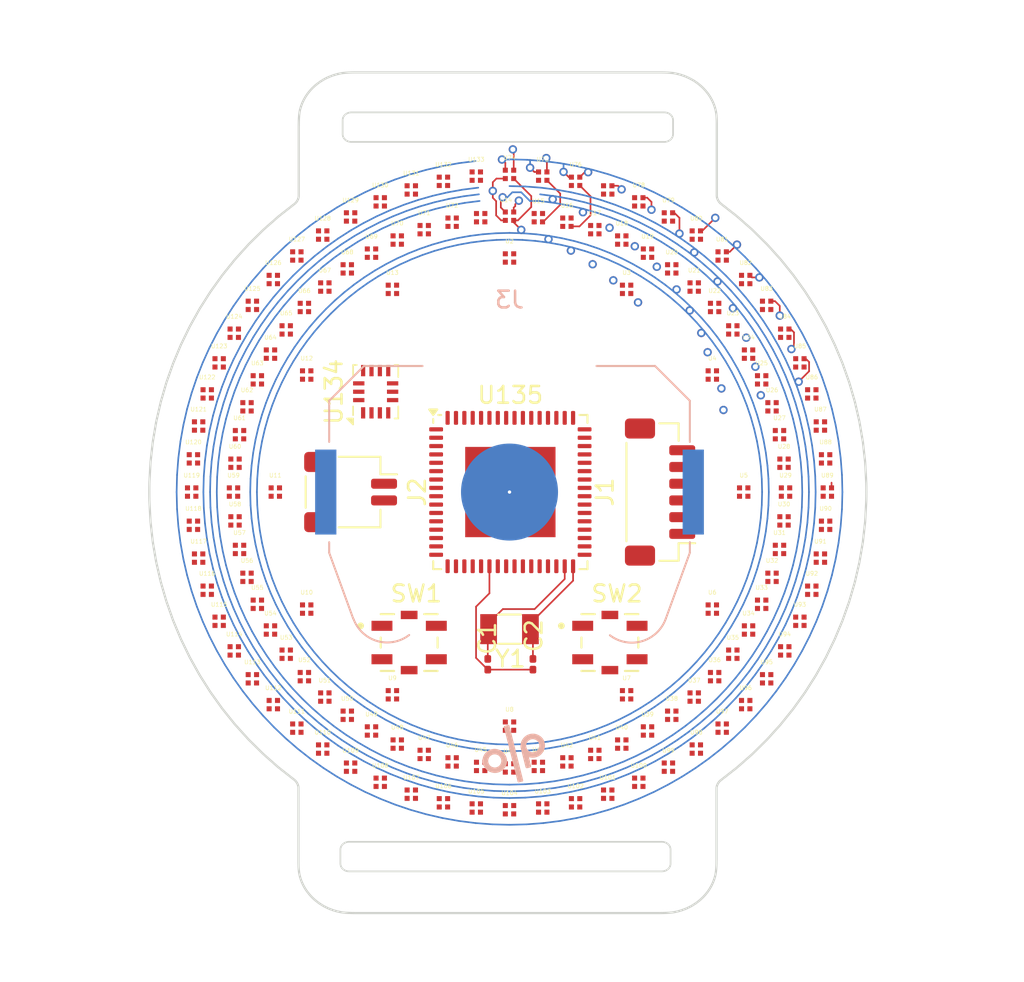
<source format=kicad_pcb>
(kicad_pcb (version 20241229) (generator "pcbnew") (generator_version "9.0")
  (layers (0 "F.Cu" signal) (4 "In1.Cu" mixed "GND.Cu") (6 "In2.Cu" mixed "PWR.Cu") (2 "B.Cu" signal) (13 "F.Paste" user) (15 "B.Paste" user) (5 "F.SilkS" user "F.Silkscreen") (7 "B.SilkS" user "B.Silkscreen") (1 "F.Mask" user) (3 "B.Mask" user) (25 "Edge.Cuts" user))
  (net 0 "")
  (net 1 "/Minute3")
  (net 2 "/B4")
  (net 3 "/R1")
  (net 4 "Net-(J1-GND)")
  (net 5 "/Minute4")
  (net 6 "/Minute5")
  (net 7 "/R4")
  (net 8 "/B6")
  (net 9 "/Minute2")
  (net 10 "Net-(J1-VCC)")
  (net 11 "/B2")
  (net 12 "/Second4")
  (net 13 "/G5")
  (net 14 "/G1")
  (net 15 "/R6")
  (net 16 "/B5")
  (net 17 "Net-(J1-~{RST})")
  (net 18 "/Second7")
  (net 19 "/Minute6")
  (net 20 "/Second3")
  (net 21 "/Second2")
  (net 22 "/G2")
  (net 23 "/Minute10")
  (net 24 "/G6")
  (net 25 "/G3")
  (net 26 "/Hour2")
  (net 27 "/Second6")
  (net 28 "/B3")
  (net 29 "/R3")
  (net 30 "/Minute9")
  (net 31 "/Minute8")
  (net 32 "/G4")
  (net 33 "/R2")
  (net 34 "/Second10")
  (net 35 "/Minute7")
  (net 36 "/Minute1")
  (net 37 "/Second1")
  (net 38 "/Second8")
  (net 39 "/B1")
  (net 40 "/Second5")
  (net 41 "/Hour1")
  (net 42 "/Second9")
  (net 43 "/R5")
  (net 44 "Net-(U135-PF0)")
  (net 45 "Net-(U135-PF1)")
  (net 46 "Net-(U135-PF3)")
  (net 47 "Net-(U135-PF2)")
  (net 48 "Net-(U134-INT1)")
  (net 49 "Net-(U134-SCx)")
  (net 50 "Net-(U134-SDx)")
  (net 54 "Net-(U135-PD7)")
  (net 57 "Net-(U135-PD6)")
  (footprint "B39D3RGB_F6C0001HOU1930:B39D3RGB-F6C0001HOU1930_HVK" (layer "F.Cu") (at 93.2888 84.9265)
    (property "Reference" "U70")
    (property "Value" "B39D3RGB-F6C0001HOU1930")
  )
  (footprint "B39D3RGB_F6C0001HOU1930:B39D3RGB-F6C0001HOU1930_HVK" (layer "F.Cu") (at 112.7135 114.1198)
    (property "Reference" "U97")
    (property "Value" "B39D3RGB-F6C0001HOU1930")
  )
  (footprint "B39D3RGB_F6C0001HOU1930:B39D3RGB-F6C0001HOU1930_HVK" (layer "F.Cu") (at 86.6512 109.6985)
    (property "Reference" "U53")
    (property "Value" "B39D3RGB-F6C0001HOU1930")
  )
  (footprint "B39D3RGB_F6C0001HOU1930:B39D3RGB-F6C0001HOU1930_HVK" (layer "F.Cu") (at 116.1394 96.5695)
    (property "Reference" "U27")
    (property "Value" "B39D3RGB-F6C0001HOU1930")
  )
  (footprint "B39D3RGB_F6C0001HOU1930:B39D3RGB-F6C0001HOU1930_HVK" (layer "F.Cu") (at 90.3015 86.6512)
    (property "Reference" "U68")
    (property "Value" "B39D3RGB-F6C0001HOU1930")
  )
  (footprint "B39D3RGB_F6C0001HOU1930:B39D3RGB-F6C0001HOU1930_HVK" (layer "F.Cu") (at 94.1287 81.9299)
    (property "Reference" "U131")
    (property "Value" "B39D3RGB-F6C0001HOU1930")
  )
  (footprint "B39D3RGB_F6C0001HOU1930:B39D3RGB-F6C0001HOU1930_HVK" (layer "F.Cu") (at 81.1041 101.986)
    (property "Reference" "U118")
    (property "Value" "B39D3RGB-F6C0001HOU1930")
  )
  (footprint "B39D3RGB_F6C0001HOU1930:B39D3RGB-F6C0001HOU1930_HVK" (layer "F.Cu") (at 91.75 114.2894)
    (property "Reference" "U49")
    (property "Value" "B39D3RGB-F6C0001HOU1930")
  )
  (footprint "B39D3RGB_F6C0001HOU1930:B39D3RGB-F6C0001HOU1930_HVK" (layer "F.Cu") (at 93.2888 115.0735)
    (property "Reference" "U48")
    (property "Value" "B39D3RGB-F6C0001HOU1930")
  )
  (footprint "Crystal:Crystal_SMD_3215-2Pin_3.2x1.5mm" (layer "F.Cu") (at 100 108.2 180)
    (property "Reference" "Y1")
    (property "Value" "Crystal")
  )
  (footprint "B39D3RGB_F6C0001HOU1930:B39D3RGB-F6C0001HOU1930_HVK" (layer "F.Cu") (at 118.0701 105.8713)
    (property "Reference" "U92")
    (property "Value" "B39D3RGB-F6C0001HOU1930")
  )
  (footprint "B39D3RGB_F6C0001HOU1930:B39D3RGB-F6C0001HOU1930_HVK" (layer "F.Cu") (at 85.7106 91.75)
    (property "Reference" "U64")
    (property "Value" "B39D3RGB-F6C0001HOU1930")
  )
  (footprint "B39D3RGB_F6C0001HOU1930:B39D3RGB-F6C0001HOU1930_HVK" (layer "F.Cu") (at 115.0735 93.2888)
    (property "Reference" "U25")
    (property "Value" "B39D3RGB-F6C0001HOU1930")
  )
  (footprint "B39D3RGB_F6C0001HOU1930:B39D3RGB-F6C0001HOU1930_HVK" (layer "F.Cu") (at 108.25 85.7106)
    (property "Reference" "U19")
    (property "Value" "B39D3RGB-F6C0001HOU1930")
  )
  (footprint "B39D3RGB_F6C0001HOU1930:B39D3RGB-F6C0001HOU1930_HVK" (layer "F.Cu") (at 105.8713 118.0701)
    (property "Reference" "U101")
    (property "Value" "B39D3RGB-F6C0001HOU1930")
  )
  (footprint "B39D3RGB_F6C0001HOU1930:B39D3RGB-F6C0001HOU1930_HVK" (layer "F.Cu") (at 112.2619 88.9593)
    (property "Reference" "U22")
    (property "Value" "B39D3RGB-F6C0001HOU1930")
  )
  (footprint "Connector_JST:JST_SH_SM02B-SRSS-TB_1x02-1MP_P1.00mm_Horizontal" (layer "F.Cu") (at 90.5 100 -90)
    (property "Reference" "J2")
    (property "Value" "Lipo")
  )
  (footprint "B39D3RGB_F6C0001HOU1930:B39D3RGB-F6C0001HOU1930_HVK" (layer "F.Cu") (at 100 86)
    (property "Reference" "U2")
    (property "Value" "B39D3RGB-F6C0001HOU1930")
  )
  (footprint "B39D3RGB_F6C0001HOU1930:B39D3RGB-F6C0001HOU1930_HVK" (layer "F.Cu") (at 100 119)
    (property "Reference" "U104")
    (property "Value" "B39D3RGB-F6C0001HOU1930")
  )
  (footprint "B39D3RGB_F6C0001HOU1930:B39D3RGB-F6C0001HOU1930_HVK" (layer "F.Cu") (at 114.1198 112.7135)
    (property "Reference" "U96")
    (property "Value" "B39D3RGB-F6C0001HOU1930")
  )
  (footprint "B39D3RGB_F6C0001HOU1930:B39D3RGB-F6C0001HOU1930_HVK" (layer "F.Cu") (at 103.4305 116.1394)
    (property "Reference" "U42")
    (property "Value" "B39D3RGB-F6C0001HOU1930")
  )
  (footprint "B39D3RGB_F6C0001HOU1930:B39D3RGB-F6C0001HOU1930_HVK" (layer "F.Cu") (at 83.5 100)
    (property "Reference" "U59")
    (property "Value" "B39D3RGB-F6C0001HOU1930")
  )
  (footprint "B39D3RGB_F6C0001HOU1930:B39D3RGB-F6C0001HOU1930_HVK" (layer "F.Cu") (at 96.5695 116.1394)
    (property "Reference" "U46")
    (property "Value" "B39D3RGB-F6C0001HOU1930")
  )
  (footprint "B39D3RGB_F6C0001HOU1930:B39D3RGB-F6C0001HOU1930_HVK" (layer "F.Cu") (at 112.7135 85.8802)
    (property "Reference" "U81")
    (property "Value" "B39D3RGB-F6C0001HOU1930")
  )
  (footprint "B39D3RGB_F6C0001HOU1930:B39D3RGB-F6C0001HOU1930_HVK" (layer "F.Cu") (at 118.5848 96.0497)
    (property "Reference" "U87")
    (property "Value" "B39D3RGB-F6C0001HOU1930")
  )
  (footprint "B39D3RGB_F6C0001HOU1930:B39D3RGB-F6C0001HOU1930_HVK" (layer "F.Cu") (at 84.9265 106.7112)
    (property "Reference" "U55")
    (property "Value" "B39D3RGB-F6C0001HOU1930")
  )
  (footprint "B39D3RGB_F6C0001HOU1930:B39D3RGB-F6C0001HOU1930_HVK" (layer "F.Cu") (at 96.5695 83.8606)
    (property "Reference" "U72")
    (property "Value" "B39D3RGB-F6C0001HOU1930")
  )
  (footprint "Capacitor_SMD:C_0201_0603Metric" (layer "F.Cu") (at 98.7 110.3 90)
    (property "Reference" "C1")
    (property "Value" "C")
  )
  (footprint "B39D3RGB_F6C0001HOU1930:B39D3RGB-F6C0001HOU1930_HVK" (layer "F.Cu") (at 83.5904 101.7247)
    (property "Reference" "U58")
    (property "Value" "B39D3RGB-F6C0001HOU1930")
  )
  (footprint "B39D3RGB_F6C0001HOU1930:B39D3RGB-F6C0001HOU1930_HVK" (layer "F.Cu") (at 107 87.8756)
    (property "Reference" "U3")
    (property "Value" "B39D3RGB-F6C0001HOU1930")
  )
  (footprint "B39D3RGB_F6C0001HOU1930:B39D3RGB-F6C0001HOU1930_HVK" (layer "F.Cu") (at 105.0988 115.6924)
    (property "Reference" "U41")
    (property "Value" "B39D3RGB-F6C0001HOU1930")
  )
  (footprint "B39D3RGB_F6C0001HOU1930:B39D3RGB-F6C0001HOU1930_HVK" (layer "F.Cu") (at 81.1041 98.014)
    (property "Reference" "U120")
    (property "Value" "B39D3RGB-F6C0001HOU1930")
  )
  (footprint "B39D3RGB_F6C0001HOU1930:B39D3RGB-F6C0001HOU1930_HVK" (layer "F.Cu") (at 92.272 117.3574)
    (property "Reference" "U108")
    (property "Value" "B39D3RGB-F6C0001HOU1930")
  )
  (footprint "B39D3RGB_F6C0001HOU1930:B39D3RGB-F6C0001HOU1930_HVK" (layer "F.Cu") (at 118.8959 101.986)
    (property "Reference" "U90")
    (property "Value" "B39D3RGB-F6C0001HOU1930")
  )
  (footprint "B39D3RGB_F6C0001HOU1930:B39D3RGB-F6C0001HOU1930_HVK" (layer "F.Cu") (at 105.8713 81.9299)
    (property "Reference" "U77" (hide yes))
    (property "Value" "B39D3RGB-F6C0001HOU1930")
  )
  (footprint "B39D3RGB_F6C0001HOU1930:B39D3RGB-F6C0001HOU1930_HVK" (layer "F.Cu") (at 98.2753 83.5904)
    (property "Reference" "U73" (hide yes))
    (property "Value" "B39D3RGB-F6C0001HOU1930")
  )
  (footprint "B39D3RGB_F6C0001HOU1930:B39D3RGB-F6C0001HOU1930_HVK" (layer "F.Cu") (at 92.272 82.6426)
    (property "Reference" "U130")
    (property "Value" "B39D3RGB-F6C0001HOU1930")
  )
  (footprint "B39D3RGB_F6C0001HOU1930:B39D3RGB-F6C0001HOU1930_HVK" (layer "F.Cu") (at 115.3713 88.8321)
    (property "Reference" "U83")
    (property "Value" "B39D3RGB-F6C0001HOU1930")
  )
  (footprint "B39D3RGB_F6C0001HOU1930:B39D3RGB-F6C0001HOU1930_HVK" (layer "F.Cu") (at 119 100)
    (property "Reference" "U89")
    (property "Value" "B39D3RGB-F6C0001HOU1930")
  )
  (footprint "B39D3RGB_F6C0001HOU1930:B39D3RGB-F6C0001HOU1930_HVK" (layer "F.Cu") (at 111.0407 112.2619)
    (property "Reference" "U37")
    (property "Value" "B39D3RGB-F6C0001HOU1930")
  )
  (footprint "B39D3RGB_F6C0001HOU1930:B39D3RGB-F6C0001HOU1930_HVK" (layer "F.Cu") (at 113.3488 109.6985)
    (property "Reference" "U35")
    (property "Value" "B39D3RGB-F6C0001HOU1930")
  )
  (footprint "B39D3RGB_F6C0001HOU1930:B39D3RGB-F6C0001HOU1930_HVK" (layer "F.Cu") (at 81.4152 103.9503)
    (property "Reference" "U117")
    (property "Value" "B39D3RGB-F6C0001HOU1930")
  )
  (footprint "B39D3RGB_F6C0001HOU1930:B39D3RGB-F6C0001HOU1930_HVK" (layer "F.Cu") (at 93 112.1244)
    (property "Reference" "U9")
    (property "Value" "B39D3RGB-F6C0001HOU1930")
  )
  (footprint "B39D3RGB_F6C0001HOU1930:B39D3RGB-F6C0001HOU1930_HVK" (layer "F.Cu") (at 87.2865 85.8802)
    (property "Reference" "U127")
    (property "Value" "B39D3RGB-F6C0001HOU1930")
  )
  (footprint "B39D3RGB_F6C0001HOU1930:B39D3RGB-F6C0001HOU1930_HVK" (layer "F.Cu") (at 101.7247 83.5904)
    (property "Reference" "U15")
    (property "Value" "B39D3RGB-F6C0001HOU1930")
  )
  (footprint "B39D3RGB_F6C0001HOU1930:B39D3RGB-F6C0001HOU1930_HVK" (layer "F.Cu") (at 106.7112 84.9265)
    (property "Reference" "U18")
    (property "Value" "B39D3RGB-F6C0001HOU1930")
  )
  (footprint "B39D3RGB_F6C0001HOU1930:B39D3RGB-F6C0001HOU1930_HVK" (layer "F.Cu") (at 114.2894 91.75)
    (property "Reference" "U24")
    (property "Value" "B39D3RGB-F6C0001HOU1930")
  )
  (footprint "B39D3RGB_F6C0001HOU1930:B39D3RGB-F6C0001HOU1930_HVK" (layer "F.Cu") (at 111.0407 87.7381)
    (property "Reference" "U21")
    (property "Value" "B39D3RGB-F6C0001HOU1930")
  )
  (footprint "kicad-footprints:SW_TS21-34-035-BK-260-SMT-TR" (layer "F.Cu") (at 106 109)
    (property "Reference" "SW2")
    (property "Value" "SW_DPST")
  )
  (footprint "B39D3RGB_F6C0001HOU1930:B39D3RGB-F6C0001HOU1930_HVK" (layer "F.Cu") (at 98.014 81.1041)
    (property "Reference" "U133")
    (property "Value" "B39D3RGB-F6C0001HOU1930")
  )
  (footprint "B39D3RGB_F6C0001HOU1930:B39D3RGB-F6C0001HOU1930_HVK" (layer "F.Cu") (at 100 116.5)
    (property "Reference" "U44")
    (property "Value" "B39D3RGB-F6C0001HOU1930")
  )
  (footprint "B39D3RGB_F6C0001HOU1930:B39D3RGB-F6C0001HOU1930_HVK" (layer "F.Cu") (at 84.6287 88.8321)
    (property "Reference" "U125")
    (property "Value" "B39D3RGB-F6C0001HOU1930")
  )
  (footprint "B39D3RGB_F6C0001HOU1930:B39D3RGB-F6C0001HOU1930_HVK" (layer "F.Cu") (at 108.25 114.2894)
    (property "Reference" "U39")
    (property "Value" "B39D3RGB-F6C0001HOU1930")
  )
  (footprint "B39D3RGB_F6C0001HOU1930:B39D3RGB-F6C0001HOU1930_HVK" (layer "F.Cu") (at 112.1244 93)
    (property "Reference" "U4")
    (property "Value" "B39D3RGB-F6C0001HOU1930")
  )
  (footprint "B39D3RGB_F6C0001HOU1930:B39D3RGB-F6C0001HOU1930_HVK" (layer "F.Cu") (at 114.2894 108.25)
    (property "Reference" "U34")
    (property "Value" "B39D3RGB-F6C0001HOU1930")
  )
  (footprint "B39D3RGB_F6C0001HOU1930:B39D3RGB-F6C0001HOU1930_HVK" (layer "F.Cu") (at 111.1679 84.6287)
    (property "Reference" "U80")
    (property "Value" "B39D3RGB-F6C0001HOU1930")
  )
  (footprint "B39D3RGB_F6C0001HOU1930:B39D3RGB-F6C0001HOU1930_HVK" (layer "F.Cu") (at 83.5455 109.5)
    (property "Reference" "U114")
    (property "Value" "B39D3RGB-F6C0001HOU1930")
  )
  (footprint "B39D3RGB_F6C0001HOU1930:B39D3RGB-F6C0001HOU1930_HVK" (layer "F.Cu") (at 83.8606 96.5695)
    (property "Reference" "U61")
    (property "Value" "B39D3RGB-F6C0001HOU1930")
  )
  (footprint "B39D3RGB_F6C0001HOU1930:B39D3RGB-F6C0001HOU1930_HVK" (layer "F.Cu") (at 90.5 116.4545)
    (property "Reference" "U109")
    (property "Value" "B39D3RGB-F6C0001HOU1930")
  )
  (footprint "B39D3RGB_F6C0001HOU1930:B39D3RGB-F6C0001HOU1930_HVK" (layer "F.Cu") (at 94.1287 118.0701)
    (property "Reference" "U107")
    (property "Value" "B39D3RGB-F6C0001HOU1930")
  )
  (footprint "B39D3RGB_F6C0001HOU1930:B39D3RGB-F6C0001HOU1930_HVK" (layer "F.Cu") (at 81.4152 96.0497)
    (property "Reference" "U121")
    (property "Value" "B39D3RGB-F6C0001HOU1930")
  )
  (footprint "B39D3RGB_F6C0001HOU1930:B39D3RGB-F6C0001HOU1930_HVK" (layer "F.Cu") (at 101.7247 116.4096)
    (property "Reference" "U43")
    (property "Value" "B39D3RGB-F6C0001HOU1930")
  )
  (footprint "B39D3RGB_F6C0001HOU1930:B39D3RGB-F6C0001HOU1930_HVK" (layer "F.Cu") (at 86.6512 90.3015)
    (property "Reference" "U65")
    (property "Value" "B39D3RGB-F6C0001HOU1930")
  )
  (footprint "B39D3RGB_F6C0001HOU1930:B39D3RGB-F6C0001HOU1930_HVK" (layer "F.Cu") (at 107 112.1244)
    (property "Reference" "U7")
    (property "Value" "B39D3RGB-F6C0001HOU1930")
  )
  (footprint "B39D3RGB_F6C0001HOU1930:B39D3RGB-F6C0001HOU1930_HVK" (layer "F.Cu") (at 91.75 85.7106)
    (property "Reference" "U69")
    (property "Value" "B39D3RGB-F6C0001HOU1930")
  )
  (footprint "B39D3RGB_F6C0001HOU1930:B39D3RGB-F6C0001HOU1930_HVK" (layer "F.Cu") (at 98.014 118.8959)
    (property "Reference" "U105")
    (property "Value" "B39D3RGB-F6C0001HOU1930")
  )
  (footprint "B39D3RGB_F6C0001HOU1930:B39D3RGB-F6C0001HOU1930_HVK" (layer "F.Cu") (at 90.5 83.5455)
    (property "Reference" "U129")
    (property "Value" "B39D3RGB-F6C0001HOU1930")
  )
  (footprint "B39D3RGB_F6C0001HOU1930:B39D3RGB-F6C0001HOU1930_HVK" (layer "F.Cu") (at 115.3713 111.1679)
    (property "Reference" "U95")
    (property "Value" "B39D3RGB-F6C0001HOU1930")
  )
  (footprint "B39D3RGB_F6C0001HOU1930:B39D3RGB-F6C0001HOU1930_HVK" (layer "F.Cu") (at 115.6924 105.0988)
    (property "Reference" "U32")
    (property "Value" "B39D3RGB-F6C0001HOU1930")
  )
  (footprint "B39D3RGB_F6C0001HOU1930:B39D3RGB-F6C0001HOU1930_HVK" (layer "F.Cu") (at 85.7106 108.25)
    (property "Reference" "U54")
    (property "Value" "B39D3RGB-F6C0001HOU1930")
  )
  (footprint "B39D3RGB_F6C0001HOU1930:B39D3RGB-F6C0001HOU1930_HVK" (layer "F.Cu") (at 88.8321 84.6287)
    (property "Reference" "U128")
    (property "Value" "B39D3RGB-F6C0001HOU1930")
  )
  (footprint "B39D3RGB_F6C0001HOU1930:B39D3RGB-F6C0001HOU1930_HVK" (layer "F.Cu") (at 116.4096 101.7247)
    (property "Reference" "U30")
    (property "Value" "B39D3RGB-F6C0001HOU1930")
  )
  (footprint "B39D3RGB_F6C0001HOU1930:B39D3RGB-F6C0001HOU1930_HVK" (layer "F.Cu") (at 85.8802 87.2865)
    (property "Reference" "U126")
    (property "Value" "B39D3RGB-F6C0001HOU1930")
  )
  (footprint "B39D3RGB_F6C0001HOU1930:B39D3RGB-F6C0001HOU1930_HVK" (layer "F.Cu") (at 116.1394 103.4305)
    (property "Reference" "U31")
    (property "Value" "B39D3RGB-F6C0001HOU1930")
  )
  (footprint "B39D3RGB_F6C0001HOU1930:B39D3RGB-F6C0001HOU1930_HVK" (layer "F.Cu") (at 90.3015 113.3488)
    (property "Reference" "U50")
    (property "Value" "B39D3RGB-F6C0001HOU1930")
  )
  (footprint "B39D3RGB_F6C0001HOU1930:B39D3RGB-F6C0001HOU1930_HVK" (layer "F.Cu") (at 84.3076 94.9012)
    (property "Reference" "U62")
    (property "Value" "B39D3RGB-F6C0001HOU1930")
  )
  (footprint "B39D3RGB_F6C0001HOU1930:B39D3RGB-F6C0001HOU1930_HVK" (layer "F.Cu") (at 96.0497 118.5848)
    (property "Reference" "U106")
    (property "Value" "B39D3RGB-F6C0001HOU1930")
  )
  (footprint "B39D3RGB_F6C0001HOU1930:B39D3RGB-F6C0001HOU1930_HVK" (layer "F.Cu") (at 109.6985 86.6512)
    (property "Reference" "U20")
    (property "Value" "B39D3RGB-F6C0001HOU1930")
  )
  (footprint "B39D3RGB_F6C0001HOU1930:B39D3RGB-F6C0001HOU1930_HVK" (layer "F.Cu") (at 83.5455 90.5)
    (property "Reference" "U124")
    (property "Value" "B39D3RGB-F6C0001HOU1930")
  )
  (footprint "B39D3RGB_F6C0001HOU1930:B39D3RGB-F6C0001HOU1930_HVK" (layer "F.Cu") (at 117.3574 107.728)
    (property "Reference" "U93")
    (property "Value" "B39D3RGB-F6C0001HOU1930")
  )
  (footprint "B39D3RGB_F6C0001HOU1930:B39D3RGB-F6C0001HOU1930_HVK" (layer "F.Cu") (at 101.986 118.8959)
    (property "Reference" "U103")
    (property "Value" "B39D3RGB-F6C0001HOU1930")
  )
  (footprint "B39D3RGB_F6C0001HOU1930:B39D3RGB-F6C0001HOU1930_HVK" (layer "F.Cu") (at 118.0701 94.1287)
    (property "Reference" "U86")
    (property "Value" "B39D3RGB-F6C0001HOU1930")
  )
  (footprint "B39D3RGB_F6C0001HOU1930:B39D3RGB-F6C0001HOU1930_HVK" (layer "F.Cu") (at 85.8802 112.7135)
    (property "Reference" "U112")
    (property "Value" "B39D3RGB-F6C0001HOU1930")
  )
  (footprint "kicad-footprints:SW_TS21-34-035-BK-260-SMT-TR" (layer "F.Cu") (at 94 109)
    (property "Reference" "SW1")
    (property "Value" "SW_DPST")
  )
  (footprint "B39D3RGB_F6C0001HOU1930:B39D3RGB-F6C0001HOU1930_HVK" (layer "F.Cu") (at 84.9265 93.2888)
    (property "Reference" "U63")
    (property "Value" "B39D3RGB-F6C0001HOU1930")
  )
  (footprint "B39D3RGB_F6C0001HOU1930:B39D3RGB-F6C0001HOU1930_HVK" (layer "F.Cu") (at 116.4545 90.5)
    (property "Reference" "U84")
    (property "Value" "B39D3RGB-F6C0001HOU1930")
  )
  (footprint "B39D3RGB_F6C0001HOU1930:B39D3RGB-F6C0001HOU1930_HVK" (layer "F.Cu") (at 117.3574 92.272)
    (property "Reference" "U85")
    (property "Value" "B39D3RGB-F6C0001HOU1930")
  )
  (footprint "B39D3RGB_F6C0001HOU1930:B39D3RGB-F6C0001HOU1930_HVK" (layer "F.Cu") (at 114.1198 87.2865)
    (property "Reference" "U82")
    (property "Value" "B39D3RGB-F6C0001HOU1930")
  )
  (footprint "B39D3RGB_F6C0001HOU1930:B39D3RGB-F6C0001HOU1930_HVK" (layer "F.Cu") (at 87.7381 88.9593)
    (property "Reference" "U66")
    (property "Value" "B39D3RGB-F6C0001HOU1930")
  )
  (footprint "B39D3RGB_F6C0001HOU1930:B39D3RGB-F6C0001HOU1930_HVK" (layer "F.Cu") (at 83.5904 98.2753)
    (property "Reference" "U60")
    (property "Value" "B39D3RGB-F6C0001HOU1930")
  )
  (footprint "B39D3RGB_F6C0001HOU1930:B39D3RGB-F6C0001HOU1930_HVK" (layer "F.Cu") (at 100 83.5)
    (property "Reference" "U14")
    (property "Value" "B39D3RGB-F6C0001HOU1930")
  )
  (footprint "B39D3RGB_F6C0001HOU1930:B39D3RGB-F6C0001HOU1930_HVK" (layer "F.Cu") (at 109.6985 113.3488)
    (property "Reference" "U38")
    (property "Value" "B39D3RGB-F6C0001HOU1930")
  )
  (footprint "B39D3RGB_F6C0001HOU1930:B39D3RGB-F6C0001HOU1930_HVK" (layer "F.Cu") (at 103.9503 81.4152)
    (property "Reference" "U76")
    (property "Value" "B39D3RGB-F6C0001HOU1930")
  )
  (footprint "B39D3RGB_F6C0001HOU1930:B39D3RGB-F6C0001HOU1930_HVK" (layer "F.Cu") (at 96.0497 81.4152)
    (property "Reference" "U132")
    (property "Value" "B39D3RGB-F6C0001HOU1930")
  )
  (footprint "B39D3RGB_F6C0001HOU1930:B39D3RGB-F6C0001HOU1930_HVK" (layer "F.Cu") (at 81 100)
    (property "Reference" "U119")
    (property "Value" "B39D3RGB-F6C0001HOU1930")
  )
  (footprint "Capacitor_SMD:C_0201_0603Metric" (layer "F.Cu") (at 101.4 110.3 -90)
    (property "Reference" "C2")
    (property "Value" "C")
  )
  (footprint "B39D3RGB_F6C0001HOU1930:B39D3RGB-F6C0001HOU1930_HVK" (layer "F.Cu") (at 111.1679 115.3713)
    (property "Reference" "U98")
    (property "Value" "B39D3RGB-F6C0001HOU1930")
  )
  (footprint "B39D3RGB_F6C0001HOU1930:B39D3RGB-F6C0001HOU1930_HVK" (layer "F.Cu") (at 113.3488 90.3015)
    (property "Reference" "U23")
    (property "Value" "B39D3RGB-F6C0001HOU1930")
  )
  (footprint "B39D3RGB_F6C0001HOU1930:B39D3RGB-F6C0001HOU1930_HVK" (layer "F.Cu") (at 101.986 81.1041)
    (property "Reference" "U75")
    (property "Value" "B39D3RGB-F6C0001HOU1930")
  )
  (footprint "B39D3RGB_F6C0001HOU1930:B39D3RGB-F6C0001HOU1930_HVK" (layer "F.Cu") (at 87.8756 107)
    (property "Reference" "U10")
    (property "Value" "B39D3RGB-F6C0001HOU1930")
  )
  (footprint "B39D3RGB_F6C0001HOU1930:B39D3RGB-F6C0001HOU1930_HVK" (layer "F.Cu") (at 86 100)
    (property "Reference" "U11")
    (property "Value" "B39D3RGB-F6C0001HOU1930")
  )
  (footprint "B39D3RGB_F6C0001HOU1930:B39D3RGB-F6C0001HOU1930_HVK" (layer "F.Cu") (at 116.4545 109.5)
    (property "Reference" "U94")
    (property "Value" "B39D3RGB-F6C0001HOU1930")
  )
  (footprint "B39D3RGB_F6C0001HOU1930:B39D3RGB-F6C0001HOU1930_HVK" (layer "F.Cu") (at 82.6426 107.728)
    (property "Reference" "U115")
    (property "Value" "B39D3RGB-F6C0001HOU1930")
  )
  (footprint "B39D3RGB_F6C0001HOU1930:B39D3RGB-F6C0001HOU1930_HVK" (layer "F.Cu") (at 87.2865 114.1198)
    (property "Reference" "U111")
    (property "Value" "B39D3RGB-F6C0001HOU1930")
  )
  (footprint "B39D3RGB_F6C0001HOU1930:B39D3RGB-F6C0001HOU1930_HVK" (layer "F.Cu") (at 88.9593 112.2619)
    (property "Reference" "U51")
    (property "Value" "B39D3RGB-F6C0001HOU1930")
  )
  (footprint "B39D3RGB_F6C0001HOU1930:B39D3RGB-F6C0001HOU1930_HVK" (layer "F.Cu") (at 100 81)
    (property "Reference" "U74")
    (property "Value" "B39D3RGB-F6C0001HOU1930")
  )
  (footprint "B39D3RGB_F6C0001HOU1930:B39D3RGB-F6C0001HOU1930_HVK" (layer "F.Cu") (at 93 87.8756)
    (property "Reference" "U13")
    (property "Value" "B39D3RGB-F6C0001HOU1930")
  )
  (footprint "B39D3RGB_F6C0001HOU1930:B39D3RGB-F6C0001HOU1930_HVK" (layer "F.Cu") (at 112.2619 111.0407)
    (property "Reference" "U36")
    (property "Value" "B39D3RGB-F6C0001HOU1930")
  )
  (footprint "B39D3RGB_F6C0001HOU1930:B39D3RGB-F6C0001HOU1930_HVK" (layer "F.Cu") (at 100 114)
    (property "Reference" "U8")
    (property "Value" "B39D3RGB-F6C0001HOU1930")
  )
  (footprint "B39D3RGB_F6C0001HOU1930:B39D3RGB-F6C0001HOU1930_HVK" (layer "F.Cu") (at 103.4305 83.8606)
    (property "Reference" "U16")
    (property "Value" "B39D3RGB-F6C0001HOU1930")
  )
  (footprint "B39D3RGB_F6C0001HOU1930:B39D3RGB-F6C0001HOU1930_HVK" (layer "F.Cu") (at 114 100)
    (property "Reference" "U5")
    (property "Value" "B39D3RGB-F6C0001HOU1930")
  )
  (footprint "B39D3RGB_F6C0001HOU1930:B39D3RGB-F6C0001HOU1930_HVK" (layer "F.Cu") (at 109.5 83.5455)
    (property "Reference" "U79")
    (property "Value" "B39D3RGB-F6C0001HOU1930")
  )
  (footprint "B39D3RGB_F6C0001HOU1930:B39D3RGB-F6C0001HOU1930_HVK" (layer "F.Cu") (at 116.5 100)
    (property "Reference" "U29")
    (property "Value" "B39D3RGB-F6C0001HOU1930")
  )
  (footprint "B39D3RGB_F6C0001HOU1930:B39D3RGB-F6C0001HOU1930_HVK" (layer "F.Cu") (at 103.9503 118.5848)
    (property "Reference" "U102")
    (property "Value" "B39D3RGB-F6C0001HOU1930")
  )
  (footprint "B39D3RGB_F6C0001HOU1930:B39D3RGB-F6C0001HOU1930_HVK" (layer "F.Cu") (at 84.3076 105.0988)
    (property "Reference" "U56")
    (property "Value" "B39D3RGB-F6C0001HOU1930")
  )
  (footprint "B39D3RGB_F6C0001HOU1930:B39D3RGB-F6C0001HOU1930_HVK" (layer "F.Cu") (at 87.8756 93)
    (property "Reference" "U12")
    (property "Value" "B39D3RGB-F6C0001HOU1930")
  )
  (footprint "B39D3RGB_F6C0001HOU1930:B39D3RGB-F6C0001HOU1930_HVK" (layer "F.Cu") (at 115.0735 106.7112)
    (property "Reference" "U33")
    (property "Value" "B39D3RGB-F6C0001HOU1930")
  )
  (footprint "B39D3RGB_F6C0001HOU1930:B39D3RGB-F6C0001HOU1930_HVK" (layer "F.Cu") (at 83.8606 103.4305)
    (property "Reference" "U57")
    (property "Value" "B39D3RGB-F6C0001HOU1930")
  )
  (footprint "B39D3RGB_F6C0001HOU1930:B39D3RGB-F6C0001HOU1930_HVK" (layer "F.Cu") (at 105.0988 84.3076)
    (property "Reference" "U17")
    (property "Value" "B39D3RGB-F6C0001HOU1930")
  )
  (footprint "B39D3RGB_F6C0001HOU1930:B39D3RGB-F6C0001HOU1930_HVK" (layer "F.Cu") (at 88.9593 87.7381)
    (property "Reference" "U67")
    (property "Value" "B39D3RGB-F6C0001HOU1930")
  )
  (footprint "B39D3RGB_F6C0001HOU1930:B39D3RGB-F6C0001HOU1930_HVK" (layer "F.Cu") (at 94.9012 84.3076)
    (property "Reference" "U71")
    (property "Value" "B39D3RGB-F6C0001HOU1930")
  )
  (footprint "Connector_JST:JST_SH_BM06B-SRSS-TB_1x06-1MP_P1.00mm_Vertical" (layer "F.Cu") (at 109 100 90)
    (property "Reference" "J1")
    (property "Value" "AVR-ISP-6")
  )
  (footprint "B39D3RGB_F6C0001HOU1930:B39D3RGB-F6C0001HOU1930_HVK" (layer "F.Cu") (at 107.728 82.6426)
    (property "Reference" "U78")
    (property "Value" "B39D3RGB-F6C0001HOU1930")
  )
  (footprint "B39D3RGB_F6C0001HOU1930:B39D3RGB-F6C0001HOU1930_HVK" (layer "F.Cu") (at 118.8959 98.014)
    (property "Reference" "U88")
    (property "Value" "B39D3RGB-F6C0001HOU1930")
  )
  (footprint "B39D3RGB_F6C0001HOU1930:B39D3RGB-F6C0001HOU1930_HVK" (layer "F.Cu") (at 106.7112 115.0735)
    (property "Reference" "U40")
    (property "Value" "B39D3RGB-F6C0001HOU1930")
  )
  (footprint "Package_LGA:Bosch_LGA-14_3x2.5mm_P0.5mm" (layer "F.Cu") (at 92 94 90)
    (property "Reference" "U134")
    (property "Value" "BMI160")
  )
  (footprint "B39D3RGB_F6C0001HOU1930:B39D3RGB-F6C0001HOU1930_HVK" (layer "F.Cu") (at 84.6287 111.1679)
    (property "Reference" "U113")
    (property "Value" "B39D3RGB-F6C0001HOU1930")
  )
  (footprint "B39D3RGB_F6C0001HOU1930:B39D3RGB-F6C0001HOU1930_HVK" (layer "F.Cu") (at 115.6924 94.9012)
    (property "Reference" "U26")
    (property "Value" "B39D3RGB-F6C0001HOU1930")
  )
  (footprint "B39D3RGB_F6C0001HOU1930:B39D3RGB-F6C0001HOU1930_HVK" (layer "F.Cu") (at 94.9012 115.6924)
    (property "Reference" "U47")
    (property "Value" "B39D3RGB-F6C0001HOU1930")
  )
  (footprint "B39D3RGB_F6C0001HOU1930:B39D3RGB-F6C0001HOU1930_HVK" (layer "F.Cu") (at 118.5848 103.9503)
    (property "Reference" "U91")
    (property "Value" "B39D3RGB-F6C0001HOU1930")
  )
  (footprint "B39D3RGB_F6C0001HOU1930:B39D3RGB-F6C0001HOU1930_HVK" (layer "F.Cu") (at 87.7381 111.0407)
    (property "Reference" "U52")
    (property "Value" "B39D3RGB-F6C0001HOU1930")
  )
  (footprint "B39D3RGB_F6C0001HOU1930:B39D3RGB-F6C0001HOU1930_HVK" (layer "F.Cu") (at 81.9299 105.8713)
    (property "Reference" "U116")
    (property "Value" "B39D3RGB-F6C0001HOU1930")
  )
  (footprint "B39D3RGB_F6C0001HOU1930:B39D3RGB-F6C0001HOU1930_HVK" (layer "F.Cu") (at 81.9299 94.1287)
    (property "Reference" "U122")
    (property "Value" "B39D3RGB-F6C0001HOU1930")
  )
  (footprint "B39D3RGB_F6C0001HOU1930:B39D3RGB-F6C0001HOU1930_HVK" (layer "F.Cu") (at 88.8321 115.3713)
    (property "Reference" "U110")
    (property "Value" "B39D3RGB-F6C0001HOU1930")
  )
  (footprint "Package_DFN_QFN:QFN-64-1EP_9x9mm_P0.5mm_EP5.4x5.4mm" (layer "F.Cu") (at 100.05 100)
    (property "Reference" "U135")
    (property "Value" "ATmega165PA-M")
  )
  (footprint "B39D3RGB_F6C0001HOU1930:B39D3RGB-F6C0001HOU1930_HVK" (layer "F.Cu") (at 112.1244 107)
    (property "Reference" "U6")
    (property "Value" "B39D3RGB-F6C0001HOU1930")
  )
  (footprint "B39D3RGB_F6C0001HOU1930:B39D3RGB-F6C0001HOU1930_HVK" (layer "F.Cu") (at 109.5 116.4545)
    (property "Reference" "U99")
    (property "Value" "B39D3RGB-F6C0001HOU1930")
  )
  (footprint "B39D3RGB_F6C0001HOU1930:B39D3RGB-F6C0001HOU1930_HVK" (layer "F.Cu") (at 107.728 117.3574)
    (property "Reference" "U100")
    (property "Value" "B39D3RGB-F6C0001HOU1930")
  )
  (footprint "B39D3RGB_F6C0001HOU1930:B39D3RGB-F6C0001HOU1930_HVK" (layer "F.Cu") (at 82.6426 92.272)
    (property "Reference" "U123")
    (property "Value" "B39D3RGB-F6C0001HOU1930")
  )
  (footprint "B39D3RGB_F6C0001HOU1930:B39D3RGB-F6C0001HOU1930_HVK" (layer "F.Cu") (at 116.4096 98.2753)
    (property "Reference" "U28")
    (property "Value" "B39D3RGB-F6C0001HOU1930")
  )
  (footprint "B39D3RGB_F6C0001HOU1930:B39D3RGB-F6C0001HOU1930_HVK" (layer "F.Cu") (at 98.2753 116.4096)
    (property "Reference" "U45")
    (property "Value" "B39D3RGB-F6C0001HOU1930")
  )
  (footprint "Battery:BatteryHolder_Keystone_3034_1x20mm" (layer "B.Cu") (at 100 100 180)
    (property "Reference" "J3")
    (property "Value" "Coin Cell")
  )
  (gr_poly (pts (xy 99.929917 113.923616) (xy 99.926694 113.92384) (xy 99.923459 113.92423) (xy 99.920217 113.924788) (xy 99.916973 113.925517) (xy 99.709045 113.977807) (xy 99.705842 113.978699) (xy 99.702722 113.979741) (xy 99.699687 113.980928) (xy 99.696741 113.982254) (xy 99.693886 113.983716) (xy 99.691126 113.985307) (xy 99.688464 113.987024) (xy 99.685901 113.988861) (xy 99.683442 113.990813) (xy 99.681089 113.992875) (xy 99.678845 113.995043) (xy 99.676713 113.997312) (xy 99.674697 113.999676) (xy 99.672798 114.00213) (xy 99.67102 114.004671) (xy 99.669367 114.007292) (xy 99.66784 114.009989) (xy 99.666443 114.012757) (xy 99.665178 114.015591) (xy 99.664049 114.018486) (xy 99.663059 114.021437) (xy 99.662211 114.024439) (xy 99.661507 114.027488) (xy 99.66095 114.030578) (xy 99.660544 114.033705) (xy 99.660291 114.036863) (xy 99.660195 114.040048) (xy 99.660258 114.043254) (xy 99.660483 114.046477) (xy 99.660873 114.049712) (xy 99.661431 114.052954) (xy 99.662161 114.056198) (xy 100.483237 117.321214) (xy 100.484129 117.324417) (xy 100.485171 117.327537) (xy 100.486358 117.330571) (xy 100.487685 117.333517) (xy 100.489146 117.336371) (xy 100.490738 117.339131) (xy 100.492455 117.341794) (xy 100.494292 117.344356) (xy 100.496244 117.346815) (xy 100.498306 117.349168) (xy 100.500474 117.351412) (xy 100.502743 117.353544) (xy 100.505107 117.35556) (xy 100.507561 117.357459) (xy 100.510101 117.359236) (xy 100.512723 117.36089) (xy 100.515419 117.362417) (xy 100.518187 117.363814) (xy 100.521021 117.365079) (xy 100.523916 117.366207) (xy 100.526867 117.367198) (xy 100.52987 117.368046) (xy 100.532918 117.36875) (xy 100.536008 117.369307) (xy 100.539135 117.369713) (xy 100.542293 117.369966) (xy 100.545477 117.370063) (xy 100.548684 117.37) (xy 100.551907 117.369775) (xy 100.555142 117.369385) (xy 100.558384 117.368827) (xy 100.561628 117.368098) (xy 100.769556 117.315808) (xy 100.772759 117.314916) (xy 100.775879 117.313875) (xy 100.778914 117.312688) (xy 100.78186 117.311361) (xy 100.784714 117.3099) (xy 100.787474 117.308308) (xy 100.790137 117.306592) (xy 100.7927 117.304755) (xy 100.795159 117.302803) (xy 100.797512 117.30074) (xy 100.799756 117.298572) (xy 100.801887 117.296304) (xy 100.803904 117.29394) (xy 100.805803 117.291485) (xy 100.80758 117.288945) (xy 100.809234 117.286324) (xy 100.810761 117.283627) (xy 100.812158 117.280859) (xy 100.813423 117.278025) (xy 100.814551 117.27513) (xy 100.815541 117.272179) (xy 100.81639 117.269177) (xy 100.817094 117.266129) (xy 100.817651 117.263039) (xy 100.818057 117.259912) (xy 100.818309 117.256754) (xy 100.818406 117.25357) (xy 100.818343 117.250364) (xy 100.818118 117.247141) (xy 100.817728 117.243906) (xy 100.817169 117.240664) (xy 100.81644 117.237421) (xy 99.995364 113.972404) (xy 99.994472 113.969201) (xy 99.99343 113.966081) (xy 99.992243 113.963047) (xy 99.990917 113.9601) (xy 99.989455 113.957246) (xy 99.987864 113.954486) (xy 99.986147 113.951823) (xy 99.98431 113.94926) (xy 99.982358 113.946801) (xy 99.980295 113.944448) (xy 99.978127 113.942204) (xy 99.975859 113.940073) (xy 99.973495 113.938056) (xy 99.97104 113.936157) (xy 99.9685 113.93438) (xy 99.965879 113.932726) (xy 99.963182 113.931199) (xy 99.960414 113.929801) (xy 99.95758 113.928537) (xy 99.954685 113.927408) (xy 99.951734 113.926418) (xy 99.948732 113.925569) (xy 99.945683 113.924865) (xy 99.942593 113.924309) (xy 99.939466 113.923902) (xy 99.936308 113.923649) (xy 99.933123 113.923553)) (fill yes) (layer "B.SilkS"))
  (gr_poly (pts (xy 101.35582 114.45) (xy 101.320817 114.452845) (xy 101.285693 114.457423) (xy 101.250448 114.463733) (xy 101.215082 114.471776) (xy 101.179215 114.481654) (xy 101.144384 114.49299) (xy 101.110587 114.505784) (xy 101.077826 114.520035) (xy 101.046099 114.535744) (xy 101.015407 114.552911) (xy 100.98575 114.571536) (xy 100.957127 114.591618) (xy 100.929539 114.613159) (xy 100.902984 114.636157) (xy 100.877465 114.660613) (xy 100.852979 114.686527) (xy 100.829527 114.713899) (xy 100.807108 114.742728) (xy 100.785724 114.773016) (xy 100.765373 114.804762) (xy 100.746385 114.837108) (xy 100.729202 114.869667) (xy 100.713821 114.90244) (xy 100.700245 114.935426) (xy 100.688472 114.968626) (xy 100.678502 115.00204) (xy 100.670336 115.035667) (xy 100.663973 115.069509) (xy 100.659415 115.103565) (xy 100.656659 115.137835) (xy 100.655708 115.17232) (xy 100.65656 115.207019) (xy 100.659216 115.241933) (xy 100.663676 115.277061) (xy 100.66994 115.312404) (xy 100.678007 115.347963) (xy 100.680655 115.358124) (xy 100.683445 115.368184) (xy 100.686358 115.378155) (xy 100.689376 115.388052) (xy 100.68962 115.388882) (xy 100.689835 115.389717) (xy 100.690024 115.390557) (xy 100.690189 115.3914) (xy 100.690331 115.392248) (xy 100.690453 115.393101) (xy 100.690557 115.393958) (xy 100.690643 115.39482) (xy 100.690776 115.396131) (xy 100.690935 115.397443) (xy 100.691119 115.398757) (xy 100.691329 115.400071) (xy 100.691565 115.401387) (xy 100.691828 115.402703) (xy 100.692118 115.404019) (xy 100.692435 115.405334) (xy 100.955444 116.451193) (xy 100.956683 116.455643) (xy 100.958131 116.459977) (xy 100.959779 116.464193) (xy 100.961622 116.468286) (xy 100.963653 116.472252) (xy 100.965864 116.476087) (xy 100.968249 116.479786) (xy 100.970801 116.483346) (xy 100.973513 116.486763) (xy 100.976378 116.490032) (xy 100.97939 116.493149) (xy 100.982541 116.49611) (xy 100.985825 116.498912) (xy 100.989235 116.50155) (xy 100.992764 116.504019) (xy 100.996406 116.506317) (xy 101.000152 116.508438) (xy 101.003998 116.51038) (xy 101.007934 116.512136) (xy 101.011956 116.513704) (xy 101.016056 116.51508) (xy 101.020227 116.516259) (xy 101.024462 116.517237) (xy 101.028755 116.51801) (xy 101.033099 116.518575) (xy 101.037486 116.518926) (xy 101.04191 116.51906) (xy 101.046365 116.518973) (xy 101.050842 116.518661) (xy 101.055336 116.518119) (xy 101.05984 116.517344) (xy 101.064346 116.516331) (xy 101.223509 116.476304) (xy 101.227959 116.475065) (xy 101.232294 116.473617) (xy 101.23651 116.471969) (xy 101.240603 116.470126) (xy 101.244569 116.468096) (xy 101.248403 116.465884) (xy 101.252103 116.4635) (xy 101.255663 116.460948) (xy 101.259079 116.458236) (xy 101.262348 116.45537) (xy 101.265465 116.452359) (xy 101.268427 116.449207) (xy 101.271229 116.445923) (xy 101.273866 116.442513) (xy 101.276336 116.438984) (xy 101.278634 116.435343) (xy 101.280755 116.431596) (xy 101.282696 116.427751) (xy 101.284453 116.423814) (xy 101.286021 116.419792) (xy 101.287396 116.415692) (xy 101.288575 116.411521) (xy 101.289554 116.407286) (xy 101.290327 116.402993) (xy 101.290891 116.39865) (xy 101.291242 116.394262) (xy 101.291377 116.389838) (xy 101.29129 116.385384) (xy 101.290977 116.380906) (xy 101.290435 116.376412) (xy 101.28966 116.371908) (xy 101.288647 116.367402) (xy 101.168309 115.888874) (xy 101.168002 115.88745) (xy 101.167795 115.886037) (xy 101.167687 115.884636) (xy 101.167672 115.883251) (xy 101.16775 115.881885) (xy 101.167916 115.880542) (xy 101.168168 115.879224) (xy 101.168503 115.877934) (xy 101.168917 115.876676) (xy 101.169408 115.875453) (xy 101.169973 115.874268) (xy 101.170608 115.873124) (xy 101.171311 115.872024) (xy 101.172078 115.870971) (xy 101.172907 115.869969) (xy 101.173794 115.869021) (xy 101.174737 115.86813) (xy 101.175733 115.867298) (xy 101.176778 115.86653) (xy 101.177869 115.865827) (xy 101.179004 115.865194) (xy 101.18018 115.864634) (xy 101.181393 115.86415) (xy 101.18264 115.863744) (xy 101.183919 115.86342) (xy 101.185226 115.863181) (xy 101.186559 115.863031) (xy 101.187914 115.862972) (xy 101.189288 115.863007) (xy 101.190679 115.86314) (xy 101.192083 115.863374) (xy 101.193498 115.863712) (xy 101.216228 115.869574) (xy 101.239077 115.874663) (xy 101.262043 115.878977) (xy 101.285128 115.882517) (xy 101.308331 115.885282) (xy 101.331653 115.887271) (xy 101.355093 115.888485) (xy 101.378652 115.888923) (xy 101.402329 115.888583) (xy 101.426126 115.887467) (xy 101.450041 115.885572) (xy 101.474076 115.8829) (xy 101.498229 115.879449) (xy 101.522502 115.875219) (xy 101.546895 115.87021) (xy 101.571407 115.864421) (xy 101.607269 115.854535) (xy 101.642077 115.84318) (xy 101.675831 115.830357) (xy 101.708532 115.816065) (xy 101.740178 115.800305) (xy 101.77077 115.783075) (xy 101.800308 115.764377) (xy 101.828792 115.744211) (xy 101.856222 115.722575) (xy 101.882598 115.699471) (xy 101.90792 115.674898) (xy 101.932188 115.648856) (xy 101.955402 115.621345) (xy 101.977562 115.592366) (xy 101.998668 115.561918) (xy 102.01872 115.530001) (xy 102.037124 115.497301) (xy 102.053755 115.464379) (xy 102.068611 115.431233) (xy 102.081694 115.397865) (xy 102.093003 115.364274) (xy 102.102538 115.33046) (xy 102.110299 115.296424) (xy 102.116286 115.262165) (xy 102.120499 115.227684) (xy 102.122939 115.192981) (xy 102.123414 115.168048) (xy 101.781784 115.168048) (xy 101.78153 115.187218) (xy 101.780311 115.206216) (xy 101.778126 115.225044) (xy 101.774976 115.243701) (xy 101.77086 115.262186) (xy 101.765778 115.2805) (xy 101.759731 115.298643) (xy 101.752718 115.316614) (xy 101.744739 115.334413) (xy 101.735794 115.352041) (xy 101.725884 115.369497) (xy 101.715201 115.386483) (xy 101.703924 115.402696) (xy 101.692055 115.418136) (xy 101.679593 115.432802) (xy 101.666538 115.446694) (xy 101.65289 115.459813) (xy 101.638649 115.472159) (xy 101.623816 115.483731) (xy 101.60839 115.49453) (xy 101.59237 115.504555) (xy 101.575759 115.513807) (xy 101.558554 115.522285) (xy 101.540756 115.52999) (xy 101.522366 115.536921) (xy 101.503382 115.543079) (xy 101.483806 115.548463) (xy 101.463019 115.553157) (xy 101.442378 115.556746) (xy 101.421883 115.55923) (xy 101.401533 115.56061) (xy 101.381329 115.560886) (xy 101.361271 115.560057) (xy 101.341358 115.558124) (xy 101.321591 115.555086) (xy 101.30197 115.550943) (xy 101.282495 115.545697) (xy 101.263165 115.539345) (xy 101.243982 115.53189) (xy 101.224943 115.523329) (xy 101.206051 115.513665) (xy 101.187304 115.502896) (xy 101.168703 115.491022) (xy 101.15578 115.481953) (xy 101.14327 115.472364) (xy 101.131188 115.462272) (xy 101.119549 115.451697) (xy 101.108367 115.440658) (xy 101.097657 115.429173) (xy 101.087434 115.41726) (xy 101.077713 115.404939) (xy 101.068508 115.392229) (xy 101.059834 115.379148) (xy 101.051706 115.365714) (xy 101.044138 115.351948) (xy 101.037145 115.337866) (xy 101.030743 115.323489) (xy 101.024945 115.308834) (xy 101.019767 115.293921) (xy 101.013401 115.272547) (xy 101.008182 115.251324) (xy 101.004108 115.230252) (xy 101.00118 115.209331) (xy 100.999397 115.188561) (xy 100.99876 115.167942) (xy 100.999267 115.147474) (xy 101.00092 115.127157) (xy 101.003717 115.106991) (xy 101.007659 115.086976) (xy 101.012746 115.067113) (xy 101.018976 115.0474) (xy 101.026351 115.027839) (xy 101.03487 115.008429) (xy 101.044533 114.98917) (xy 101.05534 114.970063) (xy 101.066166 114.952863) (xy 101.077586 114.93646) (xy 101.089598 114.920853) (xy 101.102203 114.906044) (xy 101.1154 114.892031) (xy 101.129189 114.878817) (xy 101.143571 114.866399) (xy 101.158546 114.854779) (xy 101.174112 114.843957) (xy 101.190271 114.833933) (xy 101.207021 114.824707) (xy 101.224364 114.81628) (xy 101.242298 114.80865) (xy 101.260824 114.801819) (xy 101.279942 114.795787) (xy 101.299651 114.790554) (xy 101.318292 114.786539) (xy 101.337055 114.783464) (xy 101.355902 114.781321) (xy 101.374797 114.780105) (xy 101.393703 114.77981) (xy 101.412583 114.780427) (xy 101.431401 114.781952) (xy 101.450118 114.784377) (xy 101.4687 114.787696) (xy 101.487108 114.791903) (xy 101.505306 114.796991) (xy 101.523257 114.802954) (xy 101.540925 114.809785) (xy 101.558272 114.817478) (xy 101.575261 114.826025) (xy 101.591857 114.835422) (xy 101.608802 114.846077) (xy 101.624961 114.857265) (xy 101.640334 114.868983) (xy 101.654919 114.881233) (xy 101.668718 114.894015) (xy 101.68173 114.907327) (xy 101.693955 114.921171) (xy 101.705394 114.935545) (xy 101.716045 114.950451) (xy 101.72591 114.965887) (xy 101.734987 114.981854) (xy 101.743278 114.998351) (xy 101.750781 115.015378) (xy 101.757498 115.032936) (xy 101.763427 115.051024) (xy 101.768569 115.069641) (xy 101.773143 115.089664) (xy 101.776752 115.109515) (xy 101.779395 115.129197) (xy 101.781072 115.148708) (xy 101.781784 115.168048) (xy 102.123414 115.168048) (xy 102.123604 115.158056) (xy 102.122496 115.122908) (xy 102.119615 115.087539) (xy 102.114959 115.051948) (xy 102.10853 115.016136) (xy 102.100328 114.980101) (xy 102.090842 114.94589) (xy 102.079838 114.912665) (xy 102.067317 114.880425) (xy 102.053278 114.849171) (xy 102.037721 114.818902) (xy 102.020646 114.789619) (xy 102.002053 114.761321) (xy 101.981942 114.734008) (xy 101.960313 114.707682) (xy 101.937167 114.68234) (xy 101.912503 114.657984) (xy 101.88632 114.634614) (xy 101.85862 114.612229) (xy 101.829402 114.59083) (xy 101.798667 114.570415) (xy 101.766413 114.550987) (xy 101.732863 114.533043) (xy 101.699191 114.516831) (xy 101.665399 114.502352) (xy 101.631485 114.489605) (xy 101.597451 114.478591) (xy 101.563295 114.469309) (xy 101.529019 114.46176) (xy 101.494621 114.455943) (xy 101.460102 114.451859) (xy 101.425463 114.449507) (xy 101.390702 114.448887)) (fill yes) (layer "B.SilkS"))
  (gr_poly (pts (xy 99.065728 115.360473) (xy 99.030772 115.363514) (xy 98.995997 115.36834) (xy 98.961403 115.374949) (xy 98.926992 115.383343) (xy 98.892763 115.39352) (xy 98.858715 115.405482) (xy 98.82485 115.419227) (xy 98.791166 115.434757) (xy 98.757664 115.452071) (xy 98.725047 115.470587) (xy 98.693884 115.49019) (xy 98.664177 115.510879) (xy 98.635925 115.532656) (xy 98.609127 115.555519) (xy 98.583785 115.579469) (xy 98.559897 115.604507) (xy 98.537464 115.630632) (xy 98.516486 115.657844) (xy 98.496963 115.686144) (xy 98.478895 115.715532) (xy 98.462281 115.746007) (xy 98.447122 115.77757) (xy 98.433417 115.810221) (xy 98.421167 115.843961) (xy 98.410372 115.878788) (xy 98.401087 115.914536) (xy 98.393639 115.950085) (xy 98.388028 115.985435) (xy 98.384254 116.020587) (xy 98.382317 116.05554) (xy 98.382216 116.090294) (xy 98.383953 116.124849) (xy 98.387526 116.159205) (xy 98.392937 116.193362) (xy 98.400185 116.227319) (xy 98.40927 116.261077) (xy 98.420192 116.294636) (xy 98.432951 116.327994) (xy 98.447547 116.361154) (xy 98.463981 116.394113) (xy 98.482252 116.426872) (xy 98.501538 116.458714) (xy 98.521969 116.489182) (xy 98.543545 116.518276) (xy 98.566265 116.545995) (xy 98.590131 116.57234) (xy 98.615142 116.597311) (xy 98.641298 116.620907) (xy 98.668599 116.64313) (xy 98.697045 116.663977) (xy 98.726635 116.683451) (xy 98.757371 116.70155) (xy 98.789252 116.718276) (xy 98.822278 116.733626) (xy 98.856448 116.747603) (xy 98.891764 116.760205) (xy 98.928225 116.771434) (xy 98.964218 116.780812) (xy 99.000029 116.788407) (xy 99.035658 116.794218) (xy 99.071105 116.798244) (xy 99.106369 116.800487) (xy 99.141452 116.800946) (xy 99.176353 116.79962) (xy 99.211071 116.796511) (xy 99.245607 116.791617) (xy 99.279961 116.78494) (xy 99.314133 116.776478) (xy 99.348123 116.766232) (xy 99.38193 116.754202) (xy 99.415555 116.740388) (xy 99.448997 116.72479) (xy 99.482257 116.707407) (xy 99.514487 116.688505) (xy 99.545305 116.668478) (xy 99.57471 116.647328) (xy 99.602703 116.625055) (xy 99.629283 116.601657) (xy 99.654451 116.577136) (xy 99.678207 116.55149) (xy 99.70055 116.524721) (xy 99.721481 116.496829) (xy 99.740999 116.467812) (xy 99.759105 116.437672) (xy 99.775799 116.406407) (xy 99.79108 116.374019) (xy 99.804949 116.340507) (xy 99.817405 116.305872) (xy 99.828449 116.270112) (xy 99.837278 116.235968) (xy 99.844303 116.201904) (xy 99.849525 116.167921) (xy 99.852944 116.134018) (xy 99.854559 116.100196) (xy 99.854395 116.070627) (xy 99.509212 116.070627) (xy 99.509051 116.08917) (xy 99.507936 116.107795) (xy 99.505867 116.126501) (xy 99.502845 116.145289) (xy 99.49887 116.164158) (xy 99.493941 116.183109) (xy 99.487897 116.202737) (xy 99.481117 116.221739) (xy 99.473601 116.240115) (xy 99.465348 116.257865) (xy 99.45636 116.274988) (xy 99.446636 116.291485) (xy 99.436176 116.307355) (xy 99.424981 116.322599) (xy 99.413049 116.337216) (xy 99.400382 116.351206) (xy 99.386979 116.364569) (xy 99.37284 116.377305) (xy 99.357966 116.389413) (xy 99.342356 116.400895) (xy 99.32601 116.411748) (xy 99.308929 116.421975) (xy 99.291183 116.431342) (xy 99.27331 116.439744) (xy 99.255311 116.447179) (xy 99.237185 116.453648) (xy 99.218933 116.459151) (xy 99.200555 116.463688) (xy 99.18205 116.467258) (xy 99.163418 116.469862) (xy 99.144661 116.4715) (xy 99.125777 116.472172) (xy 99.106766 116.471877) (xy 99.08763 116.470617) (xy 99.068367 116.46839) (xy 99.048979 116.465197) (xy 99.029464 116.461038) (xy 99.009823 116.455913) (xy 98.990665 116.449994) (xy 98.972122 116.443321) (xy 98.954196 116.435893) (xy 98.936885 116.427709) (xy 98.92019 116.418771) (xy 98.904112 116.409078) (xy 98.888649 116.39863) (xy 98.873802 116.387426) (xy 98.85957 116.375468) (xy 98.845955 116.362755) (xy 98.832956 116.349287) (xy 98.820572 116.335064) (xy 98.808804 116.320086) (xy 98.797652 116.304353) (xy 98.787116 116.287865) (xy 98.777196 116.270623) (xy 98.767826 116.252884) (xy 98.759418 116.235032) (xy 98.751973 116.217069) (xy 98.74549 116.198993) (xy 98.739969 116.180806) (xy 98.735409 116.162507) (xy 98.731812 116.144096) (xy 98.729177 116.125573) (xy 98.727504 116.106939) (xy 98.726793 116.088194) (xy 98.727044 116.069337) (xy 98.728257 116.050369) (xy 98.730431 116.031291) (xy 98.733568 116.012101) (xy 98.737666 115.992801) (xy 98.742726 115.97339) (xy 98.748645 115.954228) (xy 98.755324 115.935667) (xy 98.762762 115.917706) (xy 98.77096 115.900344) (xy 98.779917 115.883583) (xy 98.789633 115.867422) (xy 98.800109 115.851862) (xy 98.811344 115.836903) (xy 98.823339 115.822544) (xy 98.836092 115.808786) (xy 98.849605 115.795629) (xy 98.863877 115.783073) (xy 98.878908 115.771118) (xy 98.894699 115.759765) (xy 98.911248 115.749013) (xy 98.928556 115.738863) (xy 98.946076 115.729436) (xy 98.963737 115.720977) (xy 98.981538 115.713488) (xy 98.999481 115.706969) (xy 99.017565 115.701419) (xy 99.03579 115.696839) (xy 99.054156 115.693228) (xy 99.072663 115.690588) (xy 99.091311 115.688917) (xy 99.110099 115.688217) (xy 99.129029 115.688486) (xy 99.148099 115.689727) (xy 99.16731 115.691937) (xy 99.186662 115.695118) (xy 99.206155 115.69927) (xy 99.225789 115.704393) (xy 99.24472 115.710247) (xy 99.263066 115.716866) (xy 99.280826 115.724248) (xy 99.298001 115.732394) (xy 99.314591 115.741304) (xy 99.330594 115.750978) (xy 99.346012 115.761415) (xy 99.360844 115.772615) (xy 99.37509 115.784578) (xy 99.38875 115.797304) (xy 99.401823 115.810793) (xy 99.41431 115.825045) (xy 99.42621 115.840059) (xy 99.437523 115.855836) (xy 99.44825 115.872375) (xy 99.458389 115.889675) (xy 99.467762 115.907404) (xy 99.476181 115.925214) (xy 99.483647 115.943105) (xy 99.49016 115.961078) (xy 99.495719 115.979133) (xy 99.500324 115.997268) (xy 99.503976 116.015486) (xy 99.506675 116.033785) (xy 99.50842 116.052165) (xy 99.509212 116.070627) (xy 99.854395 116.070627) (xy 99.854372 116.066454) (xy 99.852381 116.032793) (xy 99.848587 115.999211) (xy 99.84299 115.965709) (xy 99.83559 115.932287) (xy 99.826387 115.898944) (xy 99.815381 115.865682) (xy 99.802572 115.832498) (xy 99.787961 115.799394) (xy 99.771546 115.766369) (xy 99.753328 115.733423) (xy 99.733248 115.701107) (xy 99.712196 115.67023) (xy 99.690173 115.640793) (xy 99.667179 115.612796) (xy 99.643214 115.586238) (xy 99.618277 115.56112) (xy 99.59237 115.537443) (xy 99.565492 115.515205) (xy 99.537644 115.494406) (xy 99.508824 115.475048) (xy 99.479033 115.457129) (xy 99.448272 115.440651) (xy 99.41654 115.425612) (xy 99.383837 115.412013) (xy 99.350164 115.399854) (xy 99.315519 115.389135) (xy 99.279289 115.379688) (xy 99.243241 115.372025) (xy 99.207375 115.366147) (xy 99.17169 115.362052) (xy 99.136188 115.359742) (xy 99.100867 115.359215)) (fill yes) (layer "B.SilkS"))
  (gr_poly (pts (xy 109.131585 120.918737) (xy 109.157305 120.920452) (xy 109.182807 120.923291) (xy 109.208048 120.927238) (xy 109.232985 120.932278) (xy 109.257574 120.938393) (xy 109.281774 120.945569) (xy 109.305541 120.953789) (xy 109.328832 120.963037) (xy 109.351605 120.973298) (xy 109.373816 120.984555) (xy 109.395423 120.996793) (xy 109.416383 121.009995) (xy 109.436653 121.024147) (xy 109.45619 121.03923) (xy 109.474952 121.055231) (xy 109.492808 121.072048) (xy 109.509641 121.089559) (xy 109.525432 121.107726) (xy 109.540165 121.126511) (xy 109.553821 121.145875) (xy 109.566383 121.16578) (xy 109.577833 121.186188) (xy 109.588153 121.20706) (xy 109.597325 121.228358) (xy 109.605332 121.250044) (xy 109.612155 121.272078) (xy 109.617778 121.294424) (xy 109.622182 121.317042) (xy 109.62535 121.339895) (xy 109.627264 121.362943) (xy 109.627906 121.386148) (xy 109.627906 122.218927) (xy 109.627264 122.242133) (xy 109.62535 122.265181) (xy 109.622182 122.288034) (xy 109.617778 122.310652) (xy 109.612155 122.332997) (xy 109.605332 122.355032) (xy 109.597325 122.376718) (xy 109.588153 122.398016) (xy 109.577833 122.418888) (xy 109.566383 122.439296) (xy 109.553821 122.459201) (xy 109.540165 122.478565) (xy 109.525432 122.49735) (xy 109.509641 122.515517) (xy 109.492808 122.533028) (xy 109.474952 122.549845) (xy 109.45619 122.565848) (xy 109.436653 122.580934) (xy 109.416383 122.595086) (xy 109.395423 122.608289) (xy 109.373816 122.620527) (xy 109.351605 122.631785) (xy 109.328832 122.642045) (xy 109.305541 122.651293) (xy 109.281774 122.659512) (xy 109.257574 122.666687) (xy 109.232985 122.672801) (xy 109.208048 122.67784) (xy 109.182807 122.681786) (xy 109.157305 122.684625) (xy 109.131585 122.686339) (xy 109.105689 122.686914) (xy 90.413169 122.686914) (xy 90.387274 122.686339) (xy 90.361555 122.684625) (xy 90.336054 122.681786) (xy 90.310815 122.67784) (xy 90.285879 122.672801) (xy 90.261291 122.666687) (xy 90.237092 122.659512) (xy 90.213325 122.651293) (xy 90.190034 122.642045) (xy 90.167262 122.631785) (xy 90.14505 122.620527) (xy 90.123442 122.608289) (xy 90.102481 122.595086) (xy 90.082209 122.580934) (xy 90.06267 122.565848) (xy 90.043906 122.549845) (xy 90.026051 122.533028) (xy 90.009219 122.515517) (xy 89.993429 122.49735) (xy 89.978697 122.478565) (xy 89.965041 122.459201) (xy 89.95248 122.439296) (xy 89.941031 122.418888) (xy 89.930712 122.398016) (xy 89.92154 122.376718) (xy 89.913533 122.355032) (xy 89.90671 122.332997) (xy 89.901087 122.310652) (xy 89.896683 122.288034) (xy 89.893515 122.265181) (xy 89.891601 122.242133) (xy 89.89096 122.218927) (xy 89.89096 121.386148) (xy 89.891601 121.362943) (xy 89.893515 121.339895) (xy 89.896683 121.317042) (xy 89.901087 121.294424) (xy 89.90671 121.272078) (xy 89.913533 121.250044) (xy 89.92154 121.228358) (xy 89.930712 121.20706) (xy 89.941031 121.186188) (xy 89.95248 121.16578) (xy 89.965041 121.145875) (xy 89.978697 121.126511) (xy 89.993429 121.107726) (xy 90.009219 121.089559) (xy 90.026051 121.072048) (xy 90.043906 121.055231) (xy 90.06267 121.03923) (xy 90.082209 121.024147) (xy 90.102481 121.009995) (xy 90.123442 120.996793) (xy 90.14505 120.984555) (xy 90.167262 120.973298) (xy 90.190034 120.963037) (xy 90.213325 120.953789) (xy 90.237092 120.945569) (xy 90.261291 120.938393) (xy 90.285879 120.932278) (xy 90.310815 120.927238) (xy 90.336054 120.923291) (xy 90.361555 120.920452) (xy 90.387274 120.918737) (xy 90.413169 120.918161) (xy 109.105689 120.918161)) (stroke (width 0.1)) (fill no) (layer "Edge.Cuts"))
  (gr_poly (pts (xy 109.280135 77.292191) (xy 109.306676 77.293996) (xy 109.332831 77.29697) (xy 109.358567 77.301082) (xy 109.383852 77.306303) (xy 109.408652 77.312604) (xy 109.432935 77.319956) (xy 109.456668 77.328328) (xy 109.479818 77.337692) (xy 109.502352 77.348018) (xy 109.524237 77.359277) (xy 109.545441 77.37144) (xy 109.565931 77.384476) (xy 109.585674 77.398357) (xy 109.604636 77.413054) (xy 109.622786 77.428536) (xy 109.640091 77.444775) (xy 109.656517 77.461742) (xy 109.672031 77.479405) (xy 109.686602 77.497738) (xy 109.700195 77.516709) (xy 109.712779 77.53629) (xy 109.72432 77.556451) (xy 109.734786 77.577163) (xy 109.744143 77.598397) (xy 109.75236 77.620123) (xy 109.759402 77.642311) (xy 109.765237 77.664933) (xy 109.769833 77.687958) (xy 109.773157 77.711358) (xy 109.775175 77.735104) (xy 109.775855 77.759165) (xy 109.775855 78.59112) (xy 109.775175 78.615181) (xy 109.773157 78.638926) (xy 109.769833 78.662326) (xy 109.765237 78.685352) (xy 109.759402 78.707974) (xy 109.75236 78.730162) (xy 109.744143 78.751888) (xy 109.734786 78.773121) (xy 109.72432 78.793833) (xy 109.712779 78.813994) (xy 109.700195 78.833575) (xy 109.686602 78.852547) (xy 109.672031 78.870879) (xy 109.656517 78.888543) (xy 109.640091 78.905509) (xy 109.622786 78.921748) (xy 109.604636 78.937231) (xy 109.585674 78.951927) (xy 109.565931 78.965808) (xy 109.545441 78.978845) (xy 109.524237 78.991007) (xy 109.502352 79.002266) (xy 109.479818 79.012593) (xy 109.456668 79.021957) (xy 109.432935 79.030329) (xy 109.408652 79.03768) (xy 109.383852 79.043981) (xy 109.358567 79.049203) (xy 109.332831 79.053315) (xy 109.306676 79.056288) (xy 109.280135 79.058094) (xy 109.253241 79.058702) (xy 90.546019 79.058702) (xy 90.519125 79.058094) (xy 90.492583 79.056288) (xy 90.466428 79.053315) (xy 90.440691 79.049203) (xy 90.415406 79.043981) (xy 90.390605 79.03768) (xy 90.366322 79.030329) (xy 90.342589 79.021957) (xy 90.319438 79.012593) (xy 90.296904 79.002266) (xy 90.275018 78.991007) (xy 90.253814 78.978845) (xy 90.233324 78.965808) (xy 90.213581 78.951927) (xy 90.194618 78.937231) (xy 90.176468 78.921748) (xy 90.159163 78.905509) (xy 90.142737 78.888543) (xy 90.127222 78.870879) (xy 90.112652 78.852547) (xy 90.099058 78.833575) (xy 90.086474 78.813994) (xy 90.074933 78.793833) (xy 90.064467 78.773121) (xy 90.05511 78.751888) (xy 90.046894 78.730162) (xy 90.039851 78.707974) (xy 90.034016 78.685352) (xy 90.02942 78.662326) (xy 90.026096 78.638926) (xy 90.024078 78.615181) (xy 90.023398 78.59112) (xy 90.023398 77.759165) (xy 90.024078 77.735104) (xy 90.026096 77.711358) (xy 90.02942 77.687958) (xy 90.034016 77.664933) (xy 90.039851 77.642311) (xy 90.046894 77.620123) (xy 90.05511 77.598397) (xy 90.064467 77.577163) (xy 90.074933 77.556451) (xy 90.086474 77.53629) (xy 90.099058 77.516709) (xy 90.112652 77.497738) (xy 90.127222 77.479405) (xy 90.142737 77.461742) (xy 90.159163 77.444775) (xy 90.176468 77.428536) (xy 90.194618 77.413054) (xy 90.213581 77.398357) (xy 90.233324 77.384476) (xy 90.253814 77.37144) (xy 90.275018 77.359277) (xy 90.296904 77.348018) (xy 90.319438 77.337692) (xy 90.342589 77.328328) (xy 90.366322 77.319956) (xy 90.390605 77.312604) (xy 90.415406 77.306303) (xy 90.440691 77.301082) (xy 90.466428 77.29697) (xy 90.492583 77.293996) (xy 90.519125 77.292191) (xy 90.546019 77.291582) (xy 109.253241 77.291582)) (stroke (width 0.1)) (fill no) (layer "Edge.Cuts"))
  (gr_poly (pts (xy 91.069053 74.899652) (xy 108.723792 74.899652) (xy 108.960589 74.899594) (xy 109.106548 74.900838) (xy 109.26278 74.904103) (xy 109.42321 74.910268) (xy 109.581762 74.92021) (xy 109.732362 74.934809) (xy 109.802781 74.944129) (xy 109.868934 74.954943) (xy 110.088337 75.002506) (xy 110.302159 75.064114) (xy 110.509689 75.139252) (xy 110.71021 75.227401) (xy 110.903011 75.328045) (xy 111.087377 75.440666) (xy 111.262595 75.564749) (xy 111.427951 75.699775) (xy 111.582731 75.845228) (xy 111.726223 76.00059) (xy 111.857712 76.165346) (xy 111.918732 76.251084) (xy 111.976485 76.338977) (xy 112.030879 76.428959) (xy 112.081828 76.520966) (xy 112.12924 76.614934) (xy 112.173027 76.710798) (xy 112.2131 76.808492) (xy 112.24937 76.907954) (xy 112.281746 77.009117) (xy 112.310141 77.111918) (xy 112.325884 77.177883) (xy 112.339466 77.243437) (xy 112.351048 77.308943) (xy 112.360785 77.374764) (xy 112.375361 77.5088) (xy 112.384456 77.648445) (xy 112.389332 77.796601) (xy 112.391251 77.95617) (xy 112.391272 78.321146) (xy 112.391272 79.120066) (xy 112.391272 82.304369) (xy 112.391535 82.311749) (xy 112.392326 82.320651) (xy 112.395518 82.342548) (xy 112.400891 82.369105) (xy 112.408492 82.399371) (xy 112.418364 82.432393) (xy 112.424166 82.449639) (xy 112.430553 82.467217) (xy 112.43753 82.485007) (xy 112.445103 82.502891) (xy 112.453277 82.520749) (xy 112.462058 82.538462) (xy 112.471429 82.555922) (xy 112.481299 82.57305) (xy 112.491571 82.589779) (xy 112.502149 82.606039) (xy 112.512934 82.621761) (xy 112.523831 82.636876) (xy 112.534742 82.651315) (xy 112.545571 82.665009) (xy 112.556221 82.67789) (xy 112.566594 82.689888) (xy 112.576594 82.700935) (xy 112.586124 82.710961) (xy 112.595087 82.719898) (xy 112.603386 82.727676) (xy 112.610925 82.734227) (xy 112.617606 82.739481) (xy 113.591451 83.501507) (xy 114.514426 84.313485) (xy 115.385159 85.17278) (xy 116.202278 86.076758) (xy 116.964412 87.022787) (xy 117.67019 88.008231) (xy 118.318241 89.030458) (xy 118.907191 90.086833) (xy 119.435671 91.174723) (xy 119.902308 92.291493) (xy 120.305731 93.434511) (xy 120.644569 94.601142) (xy 120.91745 95.788752) (xy 121.123003 96.994707) (xy 121.259855 98.216375) (xy 121.326636 99.45112) (xy 121.330833 99.703676) (xy 121.332232 99.992695) (xy 121.330833 100.28171) (xy 121.326636 100.534258) (xy 121.259755 101.770317) (xy 121.122646 102.993255) (xy 120.916687 104.200431) (xy 120.643257 105.389204) (xy 120.303735 106.556934) (xy 119.899498 107.700978) (xy 119.431925 108.818698) (xy 118.902394 109.907451) (xy 118.312284 110.964597) (xy 117.662972 111.987495) (xy 116.955838 112.973504) (xy 116.192259 113.919984) (xy 115.373614 114.824293) (xy 114.501282 115.683792) (xy 113.576639 116.495838) (xy 112.601066 117.257792) (xy 112.594402 117.263033) (xy 112.586887 117.269578) (xy 112.578616 117.277356) (xy 112.569686 117.286298) (xy 112.550231 117.30739) (xy 112.539898 117.319401) (xy 112.52929 117.332294) (xy 112.518503 117.346001) (xy 112.507632 117.36045) (xy 112.496774 117.375571) (xy 112.486024 117.391295) (xy 112.47548 117.407551) (xy 112.465236 117.424269) (xy 112.45539 117.441379) (xy 112.446036 117.458811) (xy 112.437268 117.476487) (xy 112.429103 117.494303) (xy 112.421536 117.512141) (xy 112.414563 117.529883) (xy 112.408178 117.547411) (xy 112.402376 117.564608) (xy 112.397151 117.581355) (xy 112.392499 117.597534) (xy 112.388413 117.613028) (xy 112.38489 117.627719) (xy 112.381923 117.641489) (xy 112.379507 117.654219) (xy 112.377637 117.665793) (xy 112.376308 117.676092) (xy 112.375514 117.684997) (xy 112.375251 117.692392) (xy 112.375251 121.979975) (xy 112.374717 121.980515) (xy 112.374452 121.980779) (xy 112.374319 121.980911) (xy 112.374183 121.981043) (xy 112.371909 122.213413) (xy 112.367974 122.340558) (xy 112.361247 122.471083) (xy 112.351034 122.602041) (xy 112.33664 122.730486) (xy 112.327659 122.792847) (xy 112.317371 122.853474) (xy 112.305692 122.912) (xy 112.292533 122.968058) (xy 112.231752 123.172052) (xy 112.155391 123.369231) (xy 112.064164 123.559078) (xy 111.958787 123.741078) (xy 111.839974 123.914714) (xy 111.70844 124.07947) (xy 111.564902 124.234829) (xy 111.410073 124.380276) (xy 111.24467 124.515293) (xy 111.069407 124.639366) (xy 110.884999 124.751977) (xy 110.692162 124.85261) (xy 110.49161 124.940749) (xy 110.28406 125.015878) (xy 110.070225 125.07748) (xy 109.850821 125.12504) (xy 109.784689 125.13585) (xy 109.714298 125.145168) (xy 109.563769 125.159764) (xy 109.405302 125.169707) (xy 109.244962 125.175875) (xy 109.088815 125.179144) (xy 108.942928 125.180392) (xy 108.706199 125.180338) (xy 91.051459 125.180338) (xy 90.81466 125.180394) (xy 90.6687 125.179148) (xy 90.512467 125.17588) (xy 90.352036 125.169714) (xy 90.193483 125.159771) (xy 90.042882 125.145172) (xy 89.972463 125.135853) (xy 89.90631 125.12504) (xy 89.686908 125.077476) (xy 89.473086 125.015867) (xy 89.265558 124.940729) (xy 89.065037 124.85258) (xy 88.872236 124.751936) (xy 88.687871 124.639315) (xy 88.512653 124.515233) (xy 88.347298 124.380207) (xy 88.192517 124.234755) (xy 88.049026 124.079392) (xy 87.917538 123.914637) (xy 87.856518 123.828898) (xy 87.798766 123.741005) (xy 87.744372 123.651022) (xy 87.693425 123.559015) (xy 87.646013 123.465046) (xy 87.602227 123.369182) (xy 87.562155 123.271486) (xy 87.525887 123.172024) (xy 87.493511 123.07086) (xy 87.465117 122.968058) (xy 87.449375 122.902094) (xy 87.435792 122.83654) (xy 87.424211 122.771034) (xy 87.414473 122.705213) (xy 87.399898 122.571177) (xy 87.390803 122.43153) (xy 87.385927 122.283372) (xy 87.384007 122.123803) (xy 87.383986 121.758829) (xy 87.383986 120.959925) (xy 87.383986 117.664515) (xy 87.383724 117.657104) (xy 87.382932 117.64817) (xy 87.379739 117.62621) (xy 87.374363 117.599585) (xy 87.366759 117.569252) (xy 87.356884 117.536163) (xy 87.351081 117.518883) (xy 87.344693 117.501271) (xy 87.337715 117.483447) (xy 87.330142 117.465531) (xy 87.321967 117.44764) (xy 87.313186 117.429895) (xy 87.303818 117.412407) (xy 87.293951 117.395247) (xy 87.283684 117.378485) (xy 87.273111 117.362191) (xy 87.26233 117.346433) (xy 87.251438 117.331282) (xy 87.24053 117.316805) (xy 87.229705 117.303074) (xy 87.219058 117.290157) (xy 87.208686 117.278123) (xy 87.198685 117.267042) (xy 87.189154 117.256983) (xy 87.180187 117.248016) (xy 87.171882 117.24021) (xy 87.164336 117.233634) (xy 87.157645 117.228357) (xy 86.186339 116.466216) (xy 85.265799 115.654337) (xy 84.397389 114.795343) (xy 83.582471 113.891858) (xy 82.822411 112.946503) (xy 82.118572 111.961901) (xy 81.472318 110.940675) (xy 80.885013 109.885448) (xy 80.358019 108.798841) (xy 79.892703 107.683478) (xy 79.490426 106.541982) (xy 79.152554 105.376975) (xy 78.880449 104.191079) (xy 78.675476 102.986918) (xy 78.538999 101.767113) (xy 78.472381 100.534288) (xy 78.468183 100.281742) (xy 78.466779 99.992728) (xy 78.468175 99.70371) (xy 78.472381 99.451151) (xy 78.539125 98.21705) (xy 78.675869 96.996001) (xy 78.881245 95.790636) (xy 79.153882 94.603585) (xy 79.492413 93.437479) (xy 79.895467 92.294949) (xy 80.361677 91.178627) (xy 80.889672 90.091144) (xy 81.478085 89.03513) (xy 82.125546 88.013216) (xy 82.830686 87.028034) (xy 83.592136 86.082215) (xy 84.408527 85.17839) (xy 85.278491 84.31919) (xy 86.200658 83.507245) (xy 87.173659 82.745188) (xy 87.180361 82.739915) (xy 87.187916 82.73335) (xy 87.196226 82.725563) (xy 87.205195 82.716621) (xy 87.224726 82.695547) (xy 87.235096 82.683552) (xy 87.24574 82.670676) (xy 87.256562 82.656988) (xy 87.267465 82.642556) (xy 87.278354 82.627448) (xy 87.289132 82.611733) (xy 87.299702 82.595479) (xy 87.309969 82.578755) (xy 87.319836 82.561628) (xy 87.329207 82.544168) (xy 87.337994 82.526452) (xy 87.346172 82.508591) (xy 87.353748 82.490704) (xy 87.360726 82.472911) (xy 87.367114 82.45533) (xy 87.372917 82.438081) (xy 87.37814 82.421283) (xy 87.382789 82.405055) (xy 87.386869 82.389517) (xy 87.390387 82.374788) (xy 87.393348 82.360987) (xy 87.395758 82.348233) (xy 87.397623 82.336646) (xy 87.398947 82.326344) (xy 87.399738 82.317448) (xy 87.4 82.310076) (xy 87.4 78.1) (xy 87.401061 78.09894) (xy 87.403342 77.866574) (xy 87.407278 77.73943) (xy 87.414005 77.608905) (xy 87.424217 77.477946) (xy 87.438609 77.349497) (xy 87.447589 77.287136) (xy 87.457875 77.226506) (xy 87.469553 77.167977) (xy 87.482711 77.111918) (xy 87.54348 76.907954) (xy 87.61982 76.710798) (xy 87.711018 76.520966) (xy 87.81636 76.338977) (xy 87.935131 76.165346) (xy 88.06662 76.00059) (xy 88.210111 75.845228) (xy 88.364891 75.699775) (xy 88.530247 75.564749) (xy 88.705464 75.440666) (xy 88.88983 75.328045) (xy 89.08263 75.227401) (xy 89.283151 75.139252) (xy 89.49068 75.064114) (xy 89.704502 75.002506) (xy 89.923903 74.954943) (xy 89.990056 74.944128) (xy 90.060476 74.934807) (xy 90.211076 74.920207) (xy 90.36963 74.910264) (xy 90.530061 74.9041) (xy 90.686294 74.900836) (xy 90.832254 74.899593)) (stroke (width 0.131876)) (fill no) (layer "Edge.Cuts"))
  (segment (start 87.964444 113.249906) (end 87.342788 112.657213) (width 0.1) (layer "B.Cu") (net 0))
  (segment (start 117.928208 103.688088) (end 117.723867 104.573455) (width 0.1) (layer "B.Cu") (net 0))
  (segment (start 93.707846 117.18956) (end 92.876814 116.861895) (width 0.1) (layer "B.Cu") (net 0))
  (segment (start 112.940054 87.059946) (end 113.545991 87.695493) (width 0.1) (layer "B.Cu") (net 0))
  (segment (start 117.095253 94.677087) (end 117.336462 95.526511) (width 0.1) (layer "B.Cu") (net 0))
  (segment (start 87.964444 86.750095) (end 88.613937 86.18749) (width 0.1) (layer "B.Cu") (net 0))
  (segment (start 117.900002 100) (end 117.87671 100.921132) (width 0.1) (layer "B.Cu") (net 0))
  (segment (start 117.336462 104.47349) (end 117.095253 105.322913) (width 0.1) (layer "B.Cu") (net 0))
  (segment (start 91.277133 116.091288) (end 90.510784 115.650647) (width 0.1) (layer "B.Cu") (net 0))
  (segment (start 81.910858 102.78691) (end 81.794482 101.871069) (width 0.1) (layer "B.Cu") (net 0))
  (segment (start 81.910858 97.21309) (end 82.071792 96.311912) (width 0.1) (layer "B.Cu") (net 0))
  (segment (start 83.138105 107.123186) (end 82.81044 106.292154) (width 0.1) (layer "B.Cu") (net 0))
  (segment (start 103.688088 82.071792) (end 104.573455 82.276133) (width 0.1) (layer "B.Cu") (net 0))
  (segment (start 90.718198 84.691443) (end 91.467796 84.260433) (width 0.1) (layer "B.Cu") (net 0))
  (segment (start 97.21309 118.089142) (end 96.311912 117.928208) (width 0.1) (layer "B.Cu") (net 0))
  (segment (start 112.035557 113.249906) (end 111.386063 113.812512) (width 0.1) (layer "B.Cu") (net 0))
  (segment (start 90.510784 84.349353) (end 91.277133 83.908712) (width 0.1) (layer "B.Cu") (net 0))
  (segment (start 117.095253 105.322913) (end 116.813834 106.154621) (width 0.1) (layer "B.Cu") (net 0))
  (segment (start 82.306249 97.274006) (end 82.463665 96.392525) (width 0.1) (layer "B.Cu") (net 0))
  (segment (start 93.845379 83.186167) (end 94.677087 82.904749) (width 0.1) (layer "B.Cu") (net 0))
  (segment (start 95.526511 82.66354) (end 96.392525 82.463665) (width 0.1) (layer "B.Cu") (net 0))
  (segment (start 99.078868 117.87671) (end 98.169829 117.807586) (width 0.1) (layer "B.Cu") (net 0))
  (segment (start 96.392525 117.536337) (end 95.526511 117.336462) (width 0.1) (layer "B.Cu") (net 0))
  (segment (start 94.677087 82.904749) (end 95.526511 82.66354) (width 0.1) (layer "B.Cu") (net 0))
  (segment (start 114.121169 88.359501) (end 114.664438 89.050818) (width 0.1) (layer "B.Cu") (net 0))
  (segment (start 118.089142 97.21309) (end 118.205518 98.128931) (width 0.1) (layer "B.Cu") (net 0))
  (segment (start 92.239609 83.865134) (end 93.032512 83.506671) (width 0.1) (layer "B.Cu") (net 0))
  (segment (start 110.008061 85.157039) (end 110.709857 85.656096) (width 0.1) (layer "B.Cu") (net 0))
  (segment (start 84.825353 110.231704) (end 84.349353 109.489216) (width 0.1) (layer "B.Cu") (net 0))
  (segment (start 98.128931 118.205518) (end 97.21309 118.089142) (width 0.1) (layer "B.Cu") (net 0))
  (segment (start 85.878831 88.359501) (end 86.454009 87.695493) (width 0.1) (layer "B.Cu") (net 0))
  (segment (start 82.66354 104.47349) (end 82.463665 103.607475) (width 0.1) (layer "B.Cu") (net 0))
  (segment (start 102.78691 118.089142) (end 101.871069 118.205518) (width 0.1) (layer "B.Cu") (net 0))
  (segment (start 113.545991 112.304507) (end 112.940054 112.940054) (width 0.1) (layer "B.Cu") (net 0))
  (segment (start 112.657213 87.342788) (end 113.249906 87.964444) (width 0.1) (layer "B.Cu") (net 0))
  (segment (start 116.493331 106.967489) (end 116.134867 107.760391) (width 0.1) (layer "B.Cu") (net 0))
  (segment (start 86.750095 112.035557) (end 86.18749 111.386063) (width 0.1) (layer "B.Cu") (net 0))
  (segment (start 82.81044 93.707846) (end 83.138105 92.876814) (width 0.1) (layer "B.Cu") (net 0))
  (segment (start 110.949182 114.664438) (end 110.231704 115.174647) (width 0.1) (layer "B.Cu") (net 0))
  (segment (start 94.677087 117.095253) (end 93.845379 116.813834) (width 0.1) (layer "B.Cu") (net 0))
  (segment (start 116.091288 108.722867) (end 115.650647 109.489216) (width 0.1) (layer "B.Cu") (net 0))
  (segment (start 88.613937 86.18749) (end 89.290144 85.656096) (width 0.1) (layer "B.Cu") (net 0))
  (segment (start 89.050818 85.335562) (end 89.768296 84.825353) (width 0.1) (layer "B.Cu") (net 0))
  (segment (start 103.607475 117.536337) (end 102.725994 117.693753) (width 0.1) (layer "B.Cu") (net 0))
  (segment (start 115.650647 109.489216) (end 115.174647 110.231704) (width 0.1) (layer "B.Cu") (net 0))
  (segment (start 116.495421 92.066193) (end 116.861895 92.876814) (width 0.1) (layer "B.Cu") (net 0))
  (segment (start 83.908712 91.277133) (end 84.349353 90.510784) (width 0.1) (layer "B.Cu") (net 0))
  (segment (start 82.904749 94.677087) (end 83.186167 93.845379) (width 0.1) (layer "B.Cu") (net 0))
  (segment (start 94.55814 117.477268) (end 93.707846 117.18956) (width 0.1) (layer "B.Cu") (net 0))
  (segment (start 92.876814 116.861895) (end 92.066193 116.495421) (width 0.1) (layer "B.Cu") (net 0))
  (segment (start 83.865134 107.760391) (end 83.506671 106.967489) (width 0.1) (layer "B.Cu") (net 0))
  (segment (start 117.536337 96.392525) (end 117.693753 97.274006) (width 0.1) (layer "B.Cu") (net 0))
  (segment (start 105.322913 82.904749) (end 106.154621 83.186167) (width 0.1) (layer "B.Cu") (net 0))
  (segment (start 118.299999 100) (end 118.276187 100.941716) (width 0.1) (layer "B.Cu") (net 0))
  (segment (start 117.723867 95.426545) (end 117.928208 96.311912) (width 0.1) (layer "B.Cu") (net 0))
  (segment (start 106.154621 116.813834) (end 105.322913 117.095253) (width 0.1) (layer "B.Cu") (net 0))
  (segment (start 106.967489 116.493331) (end 106.154621 116.813834) (width 0.1) (layer "B.Cu") (net 0))
  (segment (start 110.231704 84.825353) (end 110.949182 85.335562) (width 0.1) (layer "B.Cu") (net 0))
  (segment (start 100.921132 117.87671) (end 100 117.900002) (width 0.1) (layer "B.Cu") (net 0))
  (segment (start 105.44186 82.522732) (end 106.292154 82.81044) (width 0.1) (layer "B.Cu") (net 0))
  (segment (start 116.134867 107.760391) (end 115.739568 108.532204) (width 0.1) (layer "B.Cu") (net 0))
  (segment (start 89.991939 85.157039) (end 90.718198 84.691443) (width 0.1) (layer "B.Cu") (net 0))
  (segment (start 97.274006 82.306249) (end 98.169829 82.192416) (width 0.1) (layer "B.Cu") (net 0))
  (segment (start 112.035557 86.750095) (end 112.657213 87.342788) (width 0.1) (layer "B.Cu") (net 0))
  (segment (start 102.725994 117.693753) (end 101.830171 117.807586) (width 0.1) (layer "B.Cu") (net 0))
  (segment (start 96.311912 117.928208) (end 95.426545 117.723867) (width 0.1) (layer "B.Cu") (net 0))
  (segment (start 111.386063 86.18749) (end 112.035557 86.750095) (width 0.1) (layer "B.Cu") (net 0))
  (segment (start 110.231704 115.174647) (end 109.489216 115.650647) (width 0.1) (layer "B.Cu") (net 0))
  (segment (start 85.878831 111.640499) (end 85.335562 110.949182) (width 0.1) (layer "B.Cu") (net 0))
  (segment (start 82.306249 102.725994) (end 82.192416 101.830171) (width 0.1) (layer "B.Cu") (net 0))
  (segment (start 82.522732 105.44186) (end 82.276133 104.573455) (width 0.1) (layer "B.Cu") (net 0))
  (segment (start 117.928208 96.311912) (end 118.089142 97.21309) (width 0.1) (layer "B.Cu") (net 0))
  (segment (start 110.008061 114.842963) (end 109.281802 115.308558) (width 0.1) (layer "B.Cu") (net 0))
  (segment (start 94.55814 82.522732) (end 95.426545 82.276133) (width 0.1) (layer "B.Cu") (net 0))
  (segment (start 103.688088 117.928208) (end 102.78691 118.089142) (width 0.1) (layer "B.Cu") (net 0))
  (segment (start 95.426545 82.276133) (end 96.311912 82.071792) (width 0.1) (layer "B.Cu") (net 0))
  (segment (start 109.281802 84.691443) (end 110.008061 85.157039) (width 0.1) (layer "B.Cu") (net 0))
  (segment (start 114.664438 89.050818) (end 115.174647 89.768296) (width 0.1) (layer "B.Cu") (net 0))
  (segment (start 82.66354 95.526511) (end 82.904749 94.677087) (width 0.1) (layer "B.Cu") (net 0))
  (segment (start 100 81.700001) (end 100.941716 81.723813) (width 0.1) (layer "B.Cu") (net 0))
  (segment (start 115.739568 91.467796) (end 116.134867 92.239609) (width 0.1) (layer "B.Cu") (net 0))
  (segment (start 109.489216 115.650647) (end 108.722867 116.091288) (width 0.1) (layer "B.Cu") (net 0))
  (segment (start 85.335562 110.949182) (end 84.825353 110.231704) (width 0.1) (layer "B.Cu") (net 0))
  (segment (start 117.477268 94.55814) (end 117.723867 95.426545) (width 0.1) (layer "B.Cu") (net 0))
  (segment (start 118.276187 100.941716) (end 118.205518 101.871069) (width 0.1) (layer "B.Cu") (net 0))
  (segment (start 113.812512 111.386063) (end 113.249906 112.035557) (width 0.1) (layer "B.Cu") (net 0))
  (segment (start 84.691443 90.718198) (end 85.157039 89.991939) (width 0.1) (layer "B.Cu") (net 0))
  (segment (start 82.463665 96.392525) (end 82.66354 95.526511) (width 0.1) (layer "B.Cu") (net 0))
  (segment (start 105.322913 117.095253) (end 104.47349 117.336462) (width 0.1) (layer "B.Cu") (net 0))
  (segment (start 88.613937 113.812512) (end 87.964444 113.249906) (width 0.1) (layer "B.Cu") (net 0))
  (segment (start 84.691443 109.281802) (end 84.260433 108.532204) (width 0.1) (layer "B.Cu") (net 0))
  (segment (start 81.794482 101.871069) (end 81.723813 100.941716) (width 0.1) (layer "B.Cu") (net 0))
  (segment (start 82.904749 105.322913) (end 82.66354 104.47349) (width 0.1) (layer "B.Cu") (net 0))
  (segment (start 81.723813 100.941716) (end 81.700001 100) (width 0.1) (layer "B.Cu") (net 0))
  (segment (start 110.709857 85.656096) (end 111.386063 86.18749) (width 0.1) (layer "B.Cu") (net 0))
  (segment (start 104.47349 82.66354) (end 105.322913 82.904749) (width 0.1) (layer "B.Cu") (net 0))
  (segment (start 115.650647 90.510784) (end 116.091288 91.277133) (width 0.1) (layer "B.Cu") (net 0))
  (segment (start 108.532204 84.260433) (end 109.281802 84.691443) (width 0.1) (layer "B.Cu") (net 0))
  (segment (start 108.722867 83.908712) (end 109.489216 84.349353) (width 0.1) (layer "B.Cu") (net 0))
  (segment (start 84.349353 109.489216) (end 83.908712 108.722867) (width 0.1) (layer "B.Cu") (net 0))
  (segment (start 82.071792 96.311912) (end 82.276133 95.426545) (width 0.1) (layer "B.Cu") (net 0))
  (segment (start 114.343905 89.290144) (end 114.842963 89.991939) (width 0.1) (layer "B.Cu") (net 0))
  (segment (start 102.78691 81.910858) (end 103.688088 82.071792) (width 0.1) (layer "B.Cu") (net 0))
  (segment (start 116.861895 92.876814) (end 117.18956 93.707846) (width 0.1) (layer "B.Cu") (net 0))
  (segment (start 85.157039 110.008061) (end 84.691443 109.281802) (width 0.1) (layer "B.Cu") (net 0))
  (segment (start 96.311912 82.071792) (end 97.21309 81.910858) (width 0.1) (layer "B.Cu") (net 0))
  (segment (start 87.695493 86.454009) (end 88.359501 85.878831) (width 0.1) (layer "B.Cu") (net 0))
  (segment (start 83.506671 106.967489) (end 83.186167 106.154621) (width 0.1) (layer "B.Cu") (net 0))
  (segment (start 108.532204 115.739568) (end 107.760391 116.134867) (width 0.1) (layer "B.Cu") (net 0))
  (segment (start 83.504579 92.066193) (end 83.908712 91.277133) (width 0.1) (layer "B.Cu") (net 0))
  (segment (start 117.536337 103.607475) (end 117.336462 104.47349) (width 0.1) (layer "B.Cu") (net 0))
  (segment (start 95.426545 117.723867) (end 94.55814 117.477268) (width 0.1) (layer "B.Cu") (net 0))
  (segment (start 109.281802 115.308558) (end 108.532204 115.739568) (width 0.1) (layer "B.Cu") (net 0))
  (segment (start 83.865134 92.239609) (end 84.260433 91.467796) (width 0.1) (layer "B.Cu") (net 0))
  (segment (start 115.174647 89.768296) (end 115.650647 90.510784) (width 0.1) (layer "B.Cu") (net 0))
  (segment (start 114.842963 89.991939) (end 115.308558 90.718198) (width 0.1) (layer "B.Cu") (net 0))
  (segment (start 118.205518 98.128931) (end 118.276187 99.058284) (width 0.1) (layer "B.Cu") (net 0))
  (segment (start 117.477268 105.44186) (end 117.18956 106.292154) (width 0.1) (layer "B.Cu") (net 0))
  (segment (start 113.249906 112.035557) (end 112.657213 112.657213) (width 0.1) (layer "B.Cu") (net 0))
  (segment (start 114.121169 111.640499) (end 113.545991 112.304507) (width 0.1) (layer "B.Cu") (net 0))
  (segment (start 106.154621 83.186167) (end 106.967489 83.506671) (width 0.1) (layer "B.Cu") (net 0))
  (segment (start 84.349353 90.510784) (end 84.825353 89.768296) (width 0.1) (layer "B.Cu") (net 0))
  (segment (start 107.933807 116.495421) (end 107.123186 116.861895) (width 0.1) (layer "B.Cu") (net 0))
  (segment (start 91.467796 115.739568) (end 90.718198 115.308558) (width 0.1) (layer "B.Cu") (net 0))
  (segment (start 93.032512 116.493331) (end 92.239609 116.134867) (width 0.1) (layer "B.Cu") (net 0))
  (segment (start 98.169829 117.807586) (end 97.274006 117.693753) (width 0.1) (layer "B.Cu") (net 0))
  (segment (start 110.949182 85.335562) (end 111.640499 85.878831) (width 0.1) (layer "B.Cu") (net 0))
  (segment (start 91.277133 83.908712) (end 92.066193 83.504579) (width 0.1) (layer "B.Cu") (net 0))
  (segment (start 113.249906 87.964444) (end 113.812512 88.613937) (width 0.1) (layer "B.Cu") (net 0))
  (segment (start 104.573455 117.723867) (end 103.688088 117.928208) (width 0.1) (layer "B.Cu") (net 0))
  (segment (start 97.274006 117.693753) (end 96.392525 117.536337) (width 0.1) (layer "B.Cu") (net 0))
  (segment (start 107.933807 83.504579) (end 108.722867 83.908712) (width 0.1) (layer "B.Cu") (net 0))
  (segment (start 106.292154 117.18956) (end 105.44186 117.477268) (width 0.1) (layer "B.Cu") (net 0))
  (segment (start 83.138105 92.876814) (end 83.504579 92.066193) (width 0.1) (layer "B.Cu") (net 0))
  (segment (start 91.467796 84.260433) (end 92.239609 83.865134) (width 0.1) (layer "B.Cu") (net 0))
  (segment (start 113.812512 88.613937) (end 114.343905 89.290144) (width 0.1) (layer "B.Cu") (net 0))
  (segment (start 107.123186 116.861895) (end 106.292154 117.18956) (width 0.1) (layer "B.Cu") (net 0))
  (segment (start 104.47349 117.336462) (end 103.607475 117.536337) (width 0.1) (layer "B.Cu") (net 0))
  (segment (start 82.123292 99.078868) (end 82.192416 98.169829) (width 0.1) (layer "B.Cu") (net 0))
  (segment (start 109.489216 84.349353) (end 110.231704 84.825353) (width 0.1) (layer "B.Cu") (net 0))
  (segment (start 116.495421 107.933807) (end 116.091288 108.722867) (width 0.1) (layer "B.Cu") (net 0))
  (segment (start 86.454009 112.304507) (end 85.878831 111.640499) (width 0.1) (layer "B.Cu") (net 0))
  (segment (start 81.723813 99.058284) (end 81.794482 98.128931) (width 0.1) (layer "B.Cu") (net 0))
  (segment (start 82.276133 104.573455) (end 82.071792 103.688088) (width 0.1) (layer "B.Cu") (net 0))
  (segment (start 117.693753 102.725994) (end 117.536337 103.607475) (width 0.1) (layer "B.Cu") (net 0))
  (segment (start 81.700001 100) (end 81.723813 99.058284) (width 0.1) (layer "B.Cu") (net 0))
  (segment (start 116.134867 92.239609) (end 116.493331 93.032512) (width 0.1) (layer "B.Cu") (net 0))
  (segment (start 114.343905 110.709857) (end 113.812512 111.386063) (width 0.1) (layer "B.Cu") (net 0))
  (segment (start 115.739568 108.532204) (end 115.308558 109.281802) (width 0.1) (layer "B.Cu") (net 0))
  (segment (start 107.123186 83.138105) (end 107.933807 83.504579) (width 0.1) (layer "B.Cu") (net 0))
  (segment (start 85.656096 89.290144) (end 86.18749 88.613937) (width 0.1) (layer "B.Cu") (net 0))
  (segment (start 116.861895 107.123186) (end 116.495421 107.933807) (width 0.1) (layer "B.Cu") (net 0))
  (segment (start 111.640499 85.878831) (end 112.304507 86.454009) (width 0.1) (layer "B.Cu") (net 0))
  (segment (start 103.607475 82.463665) (end 104.47349 82.66354) (width 0.1) (layer "B.Cu") (net 0))
  (segment (start 84.825353 89.768296) (end 85.335562 89.050818) (width 0.1) (layer "B.Cu") (net 0))
  (segment (start 89.991939 114.842963) (end 89.290144 114.343905) (width 0.1) (layer "B.Cu") (net 0))
  (segment (start 82.192416 98.169829) (end 82.306249 97.274006) (width 0.1) (layer "B.Cu") (net 0))
  (segment (start 83.504579 107.933807) (end 83.138105 107.123186) (width 0.1) (layer "B.Cu") (net 0))
  (segment (start 92.066193 83.504579) (end 92.876814 83.138105) (width 0.1) (layer "B.Cu") (net 0))
  (segment (start 114.664438 110.949182) (end 114.121169 111.640499) (width 0.1) (layer "B.Cu") (net 0))
  (segment (start 97.21309 81.910858) (end 98.128931 81.794482) (width 0.1) (layer "B.Cu") (net 0))
  (segment (start 90.510784 115.650647) (end 89.768296 115.174647) (width 0.1) (layer "B.Cu") (net 0))
  (segment (start 93.032512 83.506671) (end 93.845379 83.186167) (width 0.1) (layer "B.Cu") (net 0))
  (segment (start 87.059946 112.940054) (end 86.454009 112.304507) (width 0.1) (layer "B.Cu") (net 0))
  (segment (start 114.842963 110.008061) (end 114.343905 110.709857) (width 0.1) (layer "B.Cu") (net 0))
  (segment (start 83.908712 108.722867) (end 83.504579 107.933807) (width 0.1) (layer "B.Cu") (net 0))
  (segment (start 112.304507 113.545991) (end 111.640499 114.121169) (width 0.1) (layer "B.Cu") (net 0))
  (segment (start 83.186167 93.845379) (end 83.506671 93.032512) (width 0.1) (layer "B.Cu") (net 0))
  (segment (start 112.657213 112.657213) (end 112.035557 113.249906) (width 0.1) (layer "B.Cu") (net 0))
  (segment (start 107.760391 116.134867) (end 106.967489 116.493331) (width 0.1) (layer "B.Cu") (net 0))
  (segment (start 118.276187 99.058284) (end 118.299999 100) (width 0.1) (layer "B.Cu") (net 0))
  (segment (start 95.526511 117.336462) (end 94.677087 117.095253) (width 0.1) (layer "B.Cu") (net 0))
  (segment (start 118.205518 101.871069) (end 118.089142 102.78691) (width 0.1) (layer "B.Cu") (net 0))
  (segment (start 117.87671 100.921132) (end 117.807586 101.830171) (width 0.1) (layer "B.Cu") (net 0))
  (segment (start 111.386063 113.812512) (end 110.709857 114.343905) (width 0.1) (layer "B.Cu") (net 0))
  (segment (start 96.392525 82.463665) (end 97.274006 82.306249) (width 0.1) (layer "B.Cu") (net 0))
  (segment (start 100 117.900002) (end 99.078868 117.87671) (width 0.1) (layer "B.Cu") (net 0))
  (segment (start 89.050818 114.664438) (end 88.359501 114.121169) (width 0.1) (layer "B.Cu") (net 0))
  (segment (start 86.18749 111.386063) (end 85.656096 110.709857) (width 0.1) (layer "B.Cu") (net 0))
  (segment (start 84.260433 108.532204) (end 83.865134 107.760391) (width 0.1) (layer "B.Cu") (net 0))
  (segment (start 117.807586 98.169829) (end 117.87671 99.078868) (width 0.1) (layer "B.Cu") (net 0))
  (segment (start 117.18956 106.292154) (end 116.861895 107.123186) (width 0.1) (layer "B.Cu") (net 0))
  (segment (start 83.186167 106.154621) (end 82.904749 105.322913) (width 0.1) (layer "B.Cu") (net 0))
  (segment (start 99.058284 118.276187) (end 98.128931 118.205518) (width 0.1) (layer "B.Cu") (net 0))
  (segment (start 117.693753 97.274006) (end 117.807586 98.169829) (width 0.1) (layer "B.Cu") (net 0))
  (segment (start 86.18749 88.613937) (end 86.750095 87.964444) (width 0.1) (layer "B.Cu") (net 0))
  (segment (start 112.304507 86.454009) (end 112.940054 87.059946) (width 0.1) (layer "B.Cu") (net 0))
  (segment (start 115.308558 90.718198) (end 115.739568 91.467796) (width 0.1) (layer "B.Cu") (net 0))
  (segment (start 82.192416 101.830171) (end 82.123292 100.921132) (width 0.1) (layer "B.Cu") (net 0))
  (segment (start 92.066193 116.495421) (end 91.277133 116.091288) (width 0.1) (layer "B.Cu") (net 0))
  (segment (start 86.454009 87.695493) (end 87.059946 87.059946) (width 0.1) (layer "B.Cu") (net 0))
  (segment (start 106.967489 83.506671) (end 107.760391 83.865134) (width 0.1) (layer "B.Cu") (net 0))
  (segment (start 82.522732 94.55814) (end 82.81044 93.707846) (width 0.1) (layer "B.Cu") (net 0))
  (segment (start 85.335562 89.050818) (end 85.878831 88.359501) (width 0.1) (layer "B.Cu") (net 0))
  (segment (start 112.940054 112.940054) (end 112.304507 113.545991) (width 0.1) (layer "B.Cu") (net 0))
  (segment (start 116.813834 93.845379) (end 117.095253 94.677087) (width 0.1) (layer "B.Cu") (net 0))
  (segment (start 101.830171 82.192416) (end 102.725994 82.306249) (width 0.1) (layer "B.Cu") (net 0))
  (segment (start 83.506671 93.032512) (end 83.865134 92.239609) (width 0.1) (layer "B.Cu") (net 0))
  (segment (start 88.359501 85.878831) (end 89.050818 85.335562) (width 0.1) (layer "B.Cu") (net 0))
  (segment (start 117.18956 93.707846) (end 117.477268 94.55814) (width 0.1) (layer "B.Cu") (net 0))
  (segment (start 82.463665 103.607475) (end 82.306249 102.725994) (width 0.1) (layer "B.Cu") (net 0))
  (segment (start 115.174647 110.231704) (end 114.664438 110.949182) (width 0.1) (layer "B.Cu") (net 0))
  (segment (start 89.768296 115.174647) (end 89.050818 114.664438) (width 0.1) (layer "B.Cu") (net 0))
  (segment (start 111.640499 114.121169) (end 110.949182 114.664438) (width 0.1) (layer "B.Cu") (net 0))
  (segment (start 116.091288 91.277133) (end 116.495421 92.066193) (width 0.1) (layer "B.Cu") (net 0))
  (segment (start 100 118.299999) (end 99.058284 118.276187) (width 0.1) (layer "B.Cu") (net 0))
  (segment (start 82.071792 103.688088) (end 81.910858 102.78691) (width 0.1) (layer "B.Cu") (net 0))
  (segment (start 102.725994 82.306249) (end 103.607475 82.463665) (width 0.1) (layer "B.Cu") (net 0))
  (segment (start 116.813834 106.154621) (end 116.493331 106.967489) (width 0.1) (layer "B.Cu") (net 0))
  (segment (start 105.44186 117.477268) (end 104.573455 117.723867) (width 0.1) (layer "B.Cu") (net 0))
  (segment (start 82.81044 106.292154) (end 82.522732 105.44186) (width 0.1) (layer "B.Cu") (net 0))
  (segment (start 89.290144 114.343905) (end 88.613937 113.812512) (width 0.1) (layer "B.Cu") (net 0))
  (segment (start 117.723867 104.573455) (end 117.477268 105.44186) (width 0.1) (layer "B.Cu") (net 0))
  (segment (start 107.760391 83.865134) (end 108.532204 84.260433) (width 0.1) (layer "B.Cu") (net 0))
  (segment (start 115.308558 109.281802) (end 114.842963 110.008061) (width 0.1) (layer "B.Cu") (net 0))
  (segment (start 100.941716 118.276187) (end 100 118.299999) (width 0.1) (layer "B.Cu") (net 0))
  (segment (start 117.336462 95.526511) (end 117.536337 96.392525) (width 0.1) (layer "B.Cu") (net 0))
  (segment (start 108.722867 116.091288) (end 107.933807 116.495421) (width 0.1) (layer "B.Cu") (net 0))
  (segment (start 87.342788 87.342788) (end 87.964444 86.750095) (width 0.1) (layer "B.Cu") (net 0))
  (segment (start 85.656096 110.709857) (end 85.157039 110.008061) (width 0.1) (layer "B.Cu") (net 0))
  (segment (start 93.845379 116.813834) (end 93.032512 116.493331) (width 0.1) (layer "B.Cu") (net 0))
  (segment (start 106.292154 82.81044) (end 107.123186 83.138105) (width 0.1) (layer "B.Cu") (net 0))
  (segment (start 86.750095 87.964444) (end 87.342788 87.342788) (width 0.1) (layer "B.Cu") (net 0))
  (segment (start 117.807586 101.830171) (end 117.693753 102.725994) (width 0.1) (layer "B.Cu") (net 0))
  (segment (start 101.830171 117.807586) (end 100.921132 117.87671) (width 0.1) (layer "B.Cu") (net 0))
  (segment (start 87.695493 113.545991) (end 87.059946 112.940054) (width 0.1) (layer "B.Cu") (net 0))
  (segment (start 92.239609 116.134867) (end 91.467796 115.739568) (width 0.1) (layer "B.Cu") (net 0))
  (segment (start 118.089142 102.78691) (end 117.928208 103.688088) (width 0.1) (layer "B.Cu") (net 0))
  (segment (start 101.871069 81.794482) (end 102.78691 81.910858) (width 0.1) (layer "B.Cu") (net 0))
  (segment (start 104.573455 82.276133) (end 105.44186 82.522732) (width 0.1) (layer "B.Cu") (net 0))
  (segment (start 87.059946 87.059946) (end 87.695493 86.454009) (width 0.1) (layer "B.Cu") (net 0))
  (segment (start 82.123292 100.921132) (end 82.1 100) (width 0.1) (layer "B.Cu") (net 0))
  (segment (start 85.157039 89.991939) (end 85.656096 89.290144) (width 0.1) (layer "B.Cu") (net 0))
  (segment (start 84.260433 91.467796) (end 84.691443 90.718198) (width 0.1) (layer "B.Cu") (net 0))
  (segment (start 113.545991 87.695493) (end 114.121169 88.359501) (width 0.1) (layer "B.Cu") (net 0))
  (segment (start 82.1 100) (end 82.123292 99.078868) (width 0.1) (layer "B.Cu") (net 0))
  (segment (start 81.794482 98.128931) (end 81.910858 97.21309) (width 0.1) (layer "B.Cu") (net 0))
  (segment (start 92.876814 83.138105) (end 93.707846 82.81044) (width 0.1) (layer "B.Cu") (net 0))
  (segment (start 117.87671 99.078868) (end 117.900002 100) (width 0.1) (layer "B.Cu") (net 0))
  (segment (start 82.276133 95.426545) (end 82.522732 94.55814) (width 0.1) (layer "B.Cu") (net 0))
  (segment (start 89.290144 85.656096) (end 89.991939 85.157039) (width 0.1) (layer "B.Cu") (net 0))
  (segment (start 89.768296 84.825353) (end 90.510784 84.349353) (width 0.1) (layer "B.Cu") (net 0))
  (segment (start 100.941716 81.723813) (end 101.871069 81.794482) (width 0.1) (layer "B.Cu") (net 0))
  (segment (start 90.718198 115.308558) (end 89.991939 114.842963) (width 0.1) (layer "B.Cu") (net 0))
  (segment (start 93.707846 82.81044) (end 94.55814 82.522732) (width 0.1) (layer "B.Cu") (net 0))
  (segment (start 101.871069 118.205518) (end 100.941716 118.276187) (width 0.1) (layer "B.Cu") (net 0))
  (segment (start 116.493331 93.032512) (end 116.813834 93.845379) (width 0.1) (layer "B.Cu") (net 0))
  (segment (start 87.342788 112.657213) (end 86.750095 112.035557) (width 0.1) (layer "B.Cu") (net 0))
  (segment (start 110.709857 114.343905) (end 110.008061 114.842963) (width 0.1) (layer "B.Cu") (net 0))
  (segment (start 88.359501 114.121169) (end 87.695493 113.545991) (width 0.1) (layer "B.Cu") (net 0))
  (via (at 105.98 84.192207) (size 0.5) (drill 0.3) (layers "F.Cu" "B.Cu") (net 2))
  (via (at 114.152506 90.767494) (size 0.5) (drill 0.3) (layers "F.Cu" "B.Cu") (net 2))
  (segment (start 111.5213 84.3787) (end 112.300138 83.599862) (width 0.1) (layer "F.Cu") (net 3))
  (segment (start 100.25 82.99) (end 100.25 83.25) (width 0.1) (layer "F.Cu") (net 3))
  (segment (start 100.25 80.75) (end 100.25 79.659702) (width 0.1) (layer "F.Cu") (net 3))
  (segment (start 100.343628 82.786372) (end 100.343628 82.896372) (width 0.1) (layer "F.Cu") (net 3))
  (segment (start 100.25 79.659702) (end 100.2 79.609702) (width 0.1) (layer "F.Cu") (net 3))
  (segment (start 111.4179 84.3787) (end 111.5213 84.3787) (width 0.1) (layer "F.Cu") (net 3))
  (segment (start 100.343628 82.896372) (end 100.25 82.99) (width 0.1) (layer "F.Cu") (net 3))
  (segment (start 100.56 82.57) (end 100.343628 82.786372) (width 0.1) (layer "F.Cu") (net 3))
  (via (at 100.56 82.57) (size 0.5) (drill 0.3) (layers "F.Cu" "B.Cu") (net 3))
  (via (at 112.300138 83.599862) (size 0.5) (drill 0.3) (layers "F.Cu" "B.Cu") (net 3))
  (via (at 100.2 79.505057) (size 0.5) (drill 0.3) (layers "F.Cu" "B.Cu") (net 3))
  (segment (start 98 106.853666) (end 98.8 106.053666) (width 0.1) (layer "F.Cu") (net 4))
  (segment (start 98.8 106.053666) (end 98.8 104.4375) (width 0.1) (layer "F.Cu") (net 4))
  (segment (start 98.7 110.62) (end 101.4 110.62) (width 0.1) (layer "F.Cu") (net 4))
  (segment (start 98.7 110.62) (end 98 109.92) (width 0.1) (layer "F.Cu") (net 4))
  (segment (start 98 109.92) (end 98 106.853666) (width 0.1) (layer "F.Cu") (net 4))
  (via (at 100 100) (size 0.4) (drill 0.2) (layers "F.Cu" "B.Cu") (net 4))
  (segment (start 115.8713 88.5821) (end 115.6213 88.5821) (width 0.1) (layer "F.Cu") (net 7))
  (segment (start 106.483541 81.6799) (end 106.1213 81.6799) (width 0.1) (layer "F.Cu") (net 7))
  (segment (start 116.155024 89.444976) (end 116.155024 88.865824) (width 0.1) (layer "F.Cu") (net 7))
  (segment (start 116.155024 88.865824) (end 115.8713 88.5821) (width 0.1) (layer "F.Cu") (net 7))
  (segment (start 119.25 99.75) (end 119.25 99.438) (width 0.1) (layer "F.Cu") (net 7))
  (segment (start 106.7 81.896359) (end 106.483541 81.6799) (width 0.1) (layer "F.Cu") (net 7))
  (via (at 106.7 81.896359) (size 0.5) (drill 0.3) (layers "F.Cu" "B.Cu") (net 7))
  (via (at 116.155024 89.444976) (size 0.5) (drill 0.3) (layers "F.Cu" "B.Cu") (net 7))
  (via (at 115.022796 94.21) (size 0.5) (drill 0.3) (layers "F.Cu" "B.Cu") (net 8))
  (via (at 108.805884 86.524116) (size 0.5) (drill 0.3) (layers "F.Cu" "B.Cu") (net 8))
  (via (at 112.433882 87.406118) (size 0.5) (drill 0.3) (layers "F.Cu" "B.Cu") (net 11))
  (via (at 102.58 82.489262) (size 0.5) (drill 0.3) (layers "F.Cu" "B.Cu") (net 11))
  (via (at 112.666689 93.803311) (size 0.5) (drill 0.3) (layers "F.Cu" "B.Cu") (net 13))
  (via (at 106.203303 87.336697) (size 0.5) (drill 0.3) (layers "F.Cu" "B.Cu") (net 13))
  (segment (start 101.3 82.95) (end 100.5 83.75) (width 0.1) (layer "F.Cu") (net 14))
  (segment (start 100.25 83.75) (end 100.25 83.8677) (width 0.1) (layer "F.Cu") (net 14))
  (segment (start 100.25 81.25) (end 101.3 82.3) (width 0.1) (layer "F.Cu") (net 14))
  (segment (start 100.25 83.8677) (end 100.7 84.3177) (width 0.1) (layer "F.Cu") (net 14))
  (segment (start 100.5 83.75) (end 100.25 83.75) (width 0.1) (layer "F.Cu") (net 14))
  (segment (start 101.3 82.3) (end 101.3 82.95) (width 0.1) (layer "F.Cu") (net 14))
  (via (at 100.7 84.3177) (size 0.5) (drill 0.3) (layers "F.Cu" "B.Cu") (net 14))
  (via (at 110.772661 89.137339) (size 0.5) (drill 0.3) (layers "F.Cu" "B.Cu") (net 14))
  (via (at 103.67 85.556688) (size 0.5) (drill 0.3) (layers "F.Cu" "B.Cu") (net 14))
  (via (at 111.465175 90.484825) (size 0.5) (drill 0.3) (layers "F.Cu" "B.Cu") (net 14))
  (via (at 109.985665 87.884335) (size 0.5) (drill 0.3) (layers "F.Cu" "B.Cu") (net 14))
  (via (at 102.33004 84.87629) (size 0.5) (drill 0.3) (layers "F.Cu" "B.Cu") (net 14))
  (segment (start 90.726103 112.420699) (end 90.140561 111.960553) (width 0.1) (layer "B.Cu") (net 14))
  (segment (start 115.185095 96.876209) (end 115.321405 97.639503) (width 0.1) (layer "B.Cu") (net 14))
  (segment (start 96.226274 114.624611) (end 95.509722 114.421133) (width 0.1) (layer "B.Cu") (net 14))
  (segment (start 114.926013 102.299581) (end 114.79322 103.043177) (width 0.1) (layer "B.Cu") (net 14))
  (segment (start 111.177293 110.152899) (end 110.677312 110.677312) (width 0.1) (layer "B.Cu") (net 14))
  (segment (start 110.960155 89.039845) (end 111.473381 89.57815) (width 0.1) (layer "B.Cu") (net 14))
  (segment (start 90.394997 88.348105) (end 90.965429 87.899835) (width 0.1) (layer "B.Cu") (net 14))
  (segment (start 86.722488 107.197557) (end 86.389023 106.546474) (width 0.1) (layer "B.Cu") (net 14))
  (segment (start 112.420699 109.273897) (end 111.960553 109.859439) (width 0.1) (layer "B.Cu") (net 14))
  (segment (start 113.629234 92.61178) (end 113.971532 93.280109) (width 0.1) (layer "B.Cu") (net 14))
  (segment (start 109.034571 112.100164) (end 108.442553 112.521156) (width 0.1) (layer "B.Cu") (net 14))
  (segment (start 95.509722 85.578866) (end 96.226274 85.375388) (width 0.1) (layer "B.Cu") (net 14))
  (segment (start 114.421133 95.509722) (end 114.624611 96.226274) (width 0.1) (layer "B.Cu") (net 14))
  (segment (start 89.847101 111.177293) (end 89.322687 110.677312) (width 0.1) (layer "B.Cu") (net 14))
  (segment (start 106.719891 86.028468) (end 107.38822 86.370766) (width 0.1) (layer "B.Cu") (net 14))
  (segment (start 95.509722 114.421133) (end 94.808113 114.183735) (width 0.1) (layer "B.Cu") (net 14))
  (segment (start 112.852843 108.666197) (end 112.420699 109.273897) (width 0.1) (layer "B.Cu") (net 14))
  (segment (start 85.578866 104.490278) (end 85.375388 103.773725) (width 0.1) (layer "B.Cu") (net 14))
  (segment (start 85.440536 94.67058) (end 85.718067 93.966701) (width 0.1) (layer "B.Cu") (net 14))
  (segment (start 91.557446 87.478842) (end 92.1701 87.086077) (width 0.1) (layer "B.Cu") (net 14))
  (segment (start 85.375388 96.226274) (end 85.578866 95.509722) (width 0.1) (layer "B.Cu") (net 14))
  (segment (start 115.321405 102.360497) (end 115.185095 103.123791) (width 0.1) (layer "B.Cu") (net 14))
  (segment (start 84.919648 100.777044) (end 84.9 100) (width 0.1) (layer "B.Cu") (net 14))
  (segment (start 94.122398 86.086632) (end 94.808113 85.816264) (width 0.1) (layer "B.Cu") (net 14))
  (segment (start 102.360497 115.321405) (end 101.584785 115.419975) (width 0.1) (layer "B.Cu") (net 14))
  (segment (start 113.971532 106.719891) (end 113.629234 107.38822) (width 0.1) (layer "B.Cu") (net 14))
  (segment (start 109.273897 112.420699) (end 108.666197 112.852843) (width 0.1) (layer "B.Cu") (net 14))
  (segment (start 94.67058 114.559464) (end 93.966701 114.281933) (width 0.1) (layer "B.Cu") (net 14))
  (segment (start 95.390774 114.803151) (end 94.67058 114.559464) (width 0.1) (layer "B.Cu") (net 14))
  (segment (start 98.415215 115.419975) (end 97.639503 115.321405) (width 0.1) (layer "B.Cu") (net 14))
  (segment (start 115.5 100) (end 115.479831 100.797628) (width 0.1) (layer "B.Cu") (net 14))
  (segment (start 100.797628 84.520169) (end 101.584785 84.580025) (width 0.1) (layer "B.Cu") (net 14))
  (segment (start 111.960553 90.140561) (end 112.420699 90.726103) (width 0.1) (layer "B.Cu") (net 14))
  (segment (start 107.38822 86.370766) (end 108.037314 86.743987) (width 0.1) (layer "B.Cu") (net 14))
  (segment (start 106.033299 114.281933) (end 105.32942 114.559464) (width 0.1) (layer "B.Cu") (net 14))
  (segment (start 86.370766 92.61178) (end 86.743987 91.962686) (width 0.1) (layer "B.Cu") (net 14))
  (segment (start 89.57815 88.526619) (end 90.140561 88.039447) (width 0.1) (layer "B.Cu") (net 14))
  (segment (start 113.913366 94.122398) (end 114.183735 94.808113) (width 0.1) (layer "B.Cu") (net 14))
  (segment (start 86.389023 106.546474) (end 86.086632 105.877601) (width 0.1) (layer "B.Cu") (net 14))
  (segment (start 87.579301 90.726103) (end 88.039447 90.140561) (width 0.1) (layer "B.Cu") (net 14))
  (segment (start 87.086077 107.829899) (end 86.722488 107.197557) (width 0.1) (layer "B.Cu") (net 14))
  (segment (start 103.043177 85.206778) (end 103.773725 85.375388) (width 0.1) (layer "B.Cu") (net 14))
  (segment (start 88.526619 89.57815) (end 89.039845 89.039845) (width 0.1) (layer "B.Cu") (net 14))
  (segment (start 113.913366 105.877601) (end 113.610975 106.546474) (width 0.1) (layer "B.Cu") (net 14))
  (segment (start 113.256013 108.037314) (end 112.852843 108.666197) (width 0.1) (layer "B.Cu") (net 14))
  (segment (start 111.177293 89.847101) (end 111.651893 90.394997) (width 0.1) (layer "B.Cu") (net 14))
  (segment (start 115.099998 100) (end 115.08035 100.777044) (width 0.1) (layer "B.Cu") (net 14))
  (segment (start 93.280109 113.971532) (end 92.61178 113.629234) (width 0.1) (layer "B.Cu") (net 14))
  (segment (start 85.375388 103.773725) (end 85.206778 103.043177) (width 0.1) (layer "B.Cu") (net 14))
  (segment (start 100 84.9) (end 100.777044 84.919648) (width 0.1) (layer "B.Cu") (net 14))
  (segment (start 108.666197 112.852843) (end 108.037314 113.256013) (width 0.1) (layer "B.Cu") (net 14))
  (segment (start 111.473381 89.57815) (end 111.960553 90.140561) (width 0.1) (layer "B.Cu") (net 14))
  (segment (start 87.147157 91.333803) (end 87.579301 90.726103) (width 0.1) (layer "B.Cu") (net 14))
  (segment (start 87.899835 90.965429) (end 88.348105 90.394997) (width 0.1) (layer "B.Cu") (net 14))
  (segment (start 109.859439 111.960553) (end 109.273897 112.420699) (width 0.1) (layer "B.Cu") (net 14))
  (segment (start 108.037314 86.743987) (end 108.666197 87.147157) (width 0.1) (layer "B.Cu") (net 14))
  (segment (start 103.123791 115.185095) (end 102.360497 115.321405) (width 0.1) (layer "B.Cu") (net 14))
  (segment (start 97.700419 85.073986) (end 98.456113 84.977959) (width 0.1) (layer "B.Cu") (net 14))
  (segment (start 113.610975 106.546474) (end 113.277511 107.197557) (width 0.1) (layer "B.Cu") (net 14))
  (segment (start 110.152899 111.177293) (end 109.605002 111.651893) (width 0.1) (layer "B.Cu") (net 14))
  (segment (start 99.222956 115.08035) (end 98.456113 115.022039) (width 0.1) (layer "B.Cu") (net 14))
  (segment (start 109.273897 87.579301) (end 109.859439 88.039447) (width 0.1) (layer "B.Cu") (net 14))
  (segment (start 109.859439 88.039447) (end 110.42185 88.526619) (width 0.1) (layer "B.Cu") (net 14))
  (segment (start 109.605002 88.348105) (end 110.152899 88.822706) (width 0.1) (layer "B.Cu") (net 14))
  (segment (start 100 115.099998) (end 99.222956 115.08035) (width 0.1) (layer "B.Cu") (net 14))
  (segment (start 85.578866 95.509722) (end 85.816264 94.808113) (width 0.1) (layer "B.Cu") (net 14))
  (segment (start 110.42185 111.473381) (end 109.859439 111.960553) (width 0.1) (layer "B.Cu") (net 14))
  (segment (start 115.08035 100.777044) (end 115.022039 101.543887) (width 0.1) (layer "B.Cu") (net 14))
  (segment (start 87.478842 91.557446) (end 87.899835 90.965429) (width 0.1) (layer "B.Cu") (net 14))
  (segment (start 86.743987 91.962686) (end 87.147157 91.333803) (width 0.1) (layer "B.Cu") (net 14))
  (segment (start 97.700419 114.926013) (end 96.956823 114.79322) (width 0.1) (layer "B.Cu") (net 14))
  (segment (start 90.394997 111.651893) (end 89.847101 111.177293) (width 0.1) (layer "B.Cu") (net 14))
  (segment (start 106.719891 113.971532) (end 106.033299 114.281933) (width 0.1) (layer "B.Cu") (net 14))
  (segment (start 84.977959 101.543887) (end 84.919648 100.777044) (width 0.1) (layer "B.Cu") (net 14))
  (segment (start 113.277511 107.197557) (end 112.913921 107.829899) (width 0.1) (layer "B.Cu") (net 14))
  (segment (start 107.829899 87.086077) (end 108.442553 87.478842) (width 0.1) (layer "B.Cu") (net 14))
  (segment (start 114.926013 97.700419) (end 115.022039 98.456113) (width 0.1) (layer "B.Cu") (net 14))
  (segment (start 87.147157 108.666197) (end 86.743987 108.037314) (width 0.1) (layer "B.Cu") (net 14))
  (segment (start 112.100164 109.034571) (end 111.651893 109.605002) (width 0.1) (layer "B.Cu") (net 14))
  (segment (start 90.726103 87.579301) (end 91.333803 87.147157) (width 0.1) (layer "B.Cu") (net 14))
  (segment (start 114.559464 105.32942) (end 114.281933 106.033299) (width 0.1) (layer "B.Cu") (net 14))
  (segment (start 114.79322 103.043177) (end 114.624611 103.773725) (width 0.1) (layer "B.Cu") (net 14))
  (segment (start 90.140561 111.960553) (end 89.57815 111.473381) (width 0.1) (layer "B.Cu") (net 14))
  (segment (start 102.299581 85.073986) (end 103.043177 85.206778) (width 0.1) (layer "B.Cu") (net 14))
  (segment (start 105.191887 85.816264) (end 105.877601 86.086632) (width 0.1) (layer "B.Cu") (net 14))
  (segment (start 105.877601 113.913366) (end 105.191887 114.183735) (width 0.1) (layer "B.Cu") (net 14))
  (segment (start 108.666197 87.147157) (end 109.273897 87.579301) (width 0.1) (layer "B.Cu") (net 14))
  (segment (start 89.322687 110.677312) (end 88.822706 110.152899) (width 0.1) (layer "B.Cu") (net 14))
  (segment (start 113.610975 93.453525) (end 113.913366 94.122398) (width 0.1) (layer "B.Cu") (net 14))
  (segment (start 96.876209 115.185095) (end 96.126309 115.012019) (width 0.1) (layer "B.Cu") (net 14))
  (segment (start 92.61178 113.629234) (end 91.962686 113.256013) (width 0.1) (layer "B.Cu") (net 14))
  (segment (start 90.965429 87.899835) (end 91.557446 87.478842) (width 0.1) (layer "B.Cu") (net 14))
  (segment (start 97.639503 84.678595) (end 98.415215 84.580025) (width 0.1) (layer "B.Cu") (net 14))
  (segment (start 114.803151 104.609226) (end 114.559464 105.32942) (width 0.1) (layer "B.Cu") (net 14))
  (segment (start 96.956823 85.206778) (end 97.700419 85.073986) (width 0.1) (layer "B.Cu") (net 14))
  (segment (start 86.370766 107.38822) (end 86.028468 106.719891) (width 0.1) (layer "B.Cu") (net 14))
  (segment (start 113.629234 107.38822) (end 113.256013 108.037314) (width 0.1) (layer "B.Cu") (net 14))
  (segment (start 102.299581 114.926013) (end 101.543887 115.022039) (width 0.1) (layer "B.Cu") (net 14))
  (segment (start 84.520169 99.202372) (end 84.580025 98.415215) (width 0.1) (layer "B.Cu") (net 14))
  (segment (start 85.073986 97.700419) (end 85.206778 96.956823) (width 0.1) (layer "B.Cu") (net 14))
  (segment (start 84.678595 102.360497) (end 84.580025 101.584785) (width 0.1) (layer "B.Cu") (net 14))
  (segment (start 104.490278 114.421133) (end 103.773725 114.624611) (width 0.1) (layer "B.Cu") (net 14))
  (segment (start 111.473381 110.42185) (end 110.960155 110.960155) (width 0.1) (layer "B.Cu") (net 14))
  (segment (start 86.086632 94.122398) (end 86.389023 93.453525) (width 0.1) (layer "B.Cu") (net 14))
  (segment (start 114.183735 105.191887) (end 113.913366 105.877601) (width 0.1) (layer "B.Cu") (net 14))
  (segment (start 99.202372 84.520169) (end 100 84.5) (width 0.1) (layer "B.Cu") (net 14))
  (segment (start 87.899835 109.034571) (end 87.478842 108.442553) (width 0.1) (layer "B.Cu") (net 14))
  (segment (start 105.877601 86.086632) (end 106.546474 86.389023) (width 0.1) (layer "B.Cu") (net 14))
  (segment (start 85.718067 93.966701) (end 86.028468 93.280109) (width 0.1) (layer "B.Cu") (net 14))
  (segment (start 107.197557 113.277511) (end 106.546474 113.610975) (width 0.1) (layer "B.Cu") (net 14))
  (segment (start 88.039447 109.859439) (end 87.579301 109.273897) (width 0.1) (layer "B.Cu") (net 14))
  (segment (start 100 115.5) (end 99.202372 115.479831) (width 0.1) (layer "B.Cu") (net 14))
  (segment (start 92.802443 86.722488) (end 93.453525 86.389023) (width 0.1) (layer "B.Cu") (net 14))
  (segment (start 101.543887 84.977959) (end 102.299581 85.073986) (width 0.1) (layer "B.Cu") (net 14))
  (segment (start 84.520169 100.797628) (end 84.5 100) (width 0.1) (layer "B.Cu") (net 14))
  (segment (start 115.479831 99.202372) (end 115.5 100) (width 0.1) (layer "B.Cu") (net 14))
  (segment (start 92.802443 113.277511) (end 92.1701 112.913921) (width 0.1) (layer "B.Cu") (net 14))
  (segment (start 85.073986 102.299581) (end 84.977959 101.543887) (width 0.1) (layer "B.Cu") (net 14))
  (segment (start 95.390774 85.196849) (end 96.126309 84.987981) (width 0.1) (layer "B.Cu") (net 14))
  (segment (start 87.086077 92.1701) (end 87.478842 91.557446) (width 0.1) (layer "B.Cu") (net 14))
  (segment (start 113.277511 92.802443) (end 113.610975 93.453525) (width 0.1) (layer "B.Cu") (net 14))
  (segment (start 94.808113 114.183735) (end 94.122398 113.913366) (width 0.1) (layer "B.Cu") (net 14))
  (segment (start 115.022039 98.456113) (end 115.08035 99.222956) (width 0.1) (layer "B.Cu") (net 14))
  (segment (start 101.543887 115.022039) (end 100.777044 115.08035) (width 0.1) (layer "B.Cu") (net 14))
  (segment (start 102.360497 84.678595) (end 103.123791 84.814905) (width 0.1) (layer "B.Cu") (net 14))
  (segment (start 103.873691 84.987981) (end 104.609226 85.196849) (width 0.1) (layer "B.Cu") (net 14))
  (segment (start 90.140561 88.039447) (end 90.726103 87.579301) (width 0.1) (layer "B.Cu") (net 14))
  (segment (start 87.478842 108.442553) (end 87.086077 107.829899) (width 0.1) (layer "B.Cu") (net 14))
  (segment (start 107.38822 113.629234) (end 106.719891 113.971532) (width 0.1) (layer "B.Cu") (net 14))
  (segment (start 98.456113 84.977959) (end 99.222956 84.919648) (width 0.1) (layer "B.Cu") (net 14))
  (segment (start 108.442553 87.478842) (end 109.034571 87.899835) (width 0.1) (layer "B.Cu") (net 14))
  (segment (start 104.490278 85.578866) (end 105.191887 85.816264) (width 0.1) (layer "B.Cu") (net 14))
  (segment (start 115.321405 97.639503) (end 115.419975 98.415215) (width 0.1) (layer "B.Cu") (net 14))
  (segment (start 86.722488 92.802443) (end 87.086077 92.1701) (width 0.1) (layer "B.Cu") (net 14))
  (segment (start 114.421133 104.490278) (end 114.183735 105.191887) (width 0.1) (layer "B.Cu") (net 14))
  (segment (start 115.419975 98.415215) (end 115.479831 99.202372) (width 0.1) (layer "B.Cu") (net 14))
  (segment (start 91.333803 87.147157) (end 91.962686 86.743987) (width 0.1) (layer "B.Cu") (net 14))
  (segment (start 114.183735 94.808113) (end 114.421133 95.509722) (width 0.1) (layer "B.Cu") (net 14))
  (segment (start 84.987981 103.873691) (end 84.814905 103.123791) (width 0.1) (layer "B.Cu") (net 14))
  (segment (start 85.206778 103.043177) (end 85.073986 102.299581) (width 0.1) (layer "B.Cu") (net 14))
  (segment (start 114.281933 93.966701) (end 114.559464 94.67058) (width 0.1) (layer "B.Cu") (net 14))
  (segment (start 94.67058 85.440536) (end 95.390774 85.196849) (width 0.1) (layer "B.Cu") (net 14))
  (segment (start 101.584785 115.419975) (end 100.797628 115.479831) (width 0.1) (layer "B.Cu") (net 14))
  (segment (start 92.1701 112.913921) (end 91.557446 112.521156) (width 0.1) (layer "B.Cu") (net 14))
  (segment (start 93.966701 114.281933) (end 93.280109 113.971532) (width 0.1) (layer "B.Cu") (net 14))
  (segment (start 108.442553 112.521156) (end 107.829899 112.913921) (width 0.1) (layer "B.Cu") (net 14))
  (segment (start 94.808113 85.816264) (end 95.509722 85.578866) (width 0.1) (layer "B.Cu") (net 14))
  (segment (start 85.718067 106.033299) (end 85.440536 105.32942) (width 0.1) (layer "B.Cu") (net 14))
  (segment (start 84.9 100) (end 84.919648 99.222956) (width 0.1) (layer "B.Cu") (net 14))
  (segment (start 88.526619 110.42185) (end 88.039447 109.859439) (width 0.1) (layer "B.Cu") (net 14))
  (segment (start 112.521156 108.442553) (end 112.100164 109.034571) (width 0.1) (layer "B.Cu") (net 14))
  (segment (start 84.814905 103.123791) (end 84.678595 102.360497) (width 0.1) (layer "B.Cu") (net 14))
  (segment (start 113.256013 91.962686) (end 113.629234 92.61178) (width 0.1) (layer "B.Cu") (net 14))
  (segment (start 97.639503 115.321405) (end 96.876209 115.185095) (width 0.1) (layer "B.Cu") (net 14))
  (segment (start 84.977959 98.456113) (end 85.073986 97.700419) (width 0.1) (layer "B.Cu") (net 14))
  (segment (start 100.797628 115.479831) (end 100 115.5) (width 0.1) (layer "B.Cu") (net 14))
  (segment (start 96.126309 84.987981) (end 96.876209 84.814905) (width 0.1) (layer "B.Cu") (net 14))
  (segment (start 84.5 100) (end 84.520169 99.202372) (width 0.1) (layer "B.Cu") (net 14))
  (segment (start 107.197557 86.722488) (end 107.829899 87.086077) (width 0.1) (layer "B.Cu") (net 14))
  (segment (start 110.42185 88.526619) (end 110.960155 89.039845) (width 0.1) (layer "B.Cu") (net 14))
  (segment (start 111.960553 109.859439) (end 111.473381 110.42185) (width 0.1) (layer "B.Cu") (net 14))
  (segment (start 103.773725 85.375388) (end 104.490278 85.578866) (width 0.1) (layer "B.Cu") (net 14))
  (segment (start 87.579301 109.273897) (end 87.147157 108.666197) (width 0.1) (layer "B.Cu") (net 14))
  (segment (start 91.962686 113.256013) (end 91.333803 112.852843) (width 0.1) (layer "B.Cu") (net 14))
  (segment (start 115.479831 100.797628) (end 115.419975 101.584785) (width 0.1) (layer "B.Cu") (net 14))
  (segment (start 96.226274 85.375388) (end 96.956823 85.206778) (width 0.1) (layer "B.Cu") (net 14))
  (segment (start 112.852843 91.333803) (end 113.256013 91.962686) (width 0.1) (layer "B.Cu") (net 14))
  (segment (start 105.32942 85.440536) (end 106.033299 85.718067) (width 0.1) (layer "B.Cu") (net 14))
  (segment (start 112.420699 90.726103) (end 112.852843 91.333803) (width 0.1) (layer "B.Cu") (net 14))
  (segment (start 110.677312 89.322687) (end 111.177293 89.847101) (width 0.1) (layer "B.Cu") (net 14))
  (segment (start 113.971532 93.280109) (end 114.281933 93.966701) (width 0.1) (layer "B.Cu") (net 14))
  (segment (start 89.322687 89.322687) (end 89.847101 88.822706) (width 0.1) (layer "B.Cu") (net 14))
  (segment (start 106.546474 113.610975) (end 105.877601 113.913366) (width 0.1) (layer "B.Cu") (net 14))
  (segment (start 105.32942 114.559464) (end 104.609226 114.803151) (width 0.1) (layer "B.Cu") (net 14))
  (segment (start 115.012019 103.873691) (end 114.803151 104.609226) (width 0.1) (layer "B.Cu") (net 14))
  (segment (start 107.829899 112.913921) (end 107.197557 113.277511) (width 0.1) (layer "B.Cu") (net 14))
  (segment (start 110.677312 110.677312) (end 110.152899 111.177293) (width 0.1) (layer "B.Cu") (net 14))
  (segment (start 100 84.5) (end 100.797628 84.520169) (width 0.1) (layer "B.Cu") (net 14))
  (segment (start 96.126309 115.012019) (end 95.390774 114.803151) (width 0.1) (layer "B.Cu") (net 14))
  (segment (start 114.624611 96.226274) (end 114.79322 96.956823) (width 0.1) (layer "B.Cu") (net 14))
  (segment (start 103.123791 84.814905) (end 103.873691 84.987981) (width 0.1) (layer "B.Cu") (net 14))
  (segment (start 89.57815 111.473381) (end 89.039845 110.960155) (width 0.1) (layer "B.Cu") (net 14))
  (segment (start 94.122398 113.913366) (end 93.453525 113.610975) (width 0.1) (layer "B.Cu") (net 14))
  (segment (start 84.987981 96.126309) (end 85.196849 95.390774) (width 0.1) (layer "B.Cu") (net 14))
  (segment (start 86.389023 93.453525) (end 86.722488 92.802443) (width 0.1) (layer "B.Cu") (net 14))
  (segment (start 96.956823 114.79322) (end 96.226274 114.624611) (width 0.1) (layer "B.Cu") (net 14))
  (segment (start 85.816264 94.808113) (end 86.086632 94.122398) (width 0.1) (layer "B.Cu") (net 14))
  (segment (start 114.79322 96.956823) (end 114.926013 97.700419) (width 0.1) (layer "B.Cu") (net 14))
  (segment (start 109.034571 87.899835) (end 109.605002 88.348105) (width 0.1) (layer "B.Cu") (net 14))
  (segment (start 104.609226 85.196849) (end 105.32942 85.440536) (width 0.1) (layer "B.Cu") (net 14))
  (segment (start 86.028468 93.280109) (end 86.370766 92.61178) (width 0.1) (layer "B.Cu") (net 14))
  (segment (start 88.039447 90.140561) (end 88.526619 89.57815) (width 0.1) (layer "B.Cu") (net 14))
  (segment (start 92.61178 86.370766) (end 93.280109 86.028468) (width 0.1) (layer "B.Cu") (net 14))
  (segment (start 89.039845 110.960155) (end 88.526619 110.42185) (width 0.1) (layer "B.Cu") (net 14))
  (segment (start 86.086632 105.877601) (end 85.816264 105.191887) (width 0.1) (layer "B.Cu") (net 14))
  (segment (start 89.039845 89.039845) (end 89.57815 88.526619) (width 0.1) (layer "B.Cu") (net 14))
  (segment (start 115.185095 103.123791) (end 115.012019 103.873691) (width 0.1) (layer "B.Cu") (net 14))
  (segment (start 85.440536 105.32942) (end 85.196849 104.609226) (width 0.1) (layer "B.Cu") (net 14))
  (segment (start 103.873691 115.012019) (end 103.123791 115.185095) (width 0.1) (layer "B.Cu") (net 14))
  (segment (start 112.913921 107.829899) (end 112.521156 108.442553) (width 0.1) (layer "B.Cu") (net 14))
  (segment (start 85.206778 96.956823) (end 85.375388 96.226274) (width 0.1) (layer "B.Cu") (net 14))
  (segment (start 109.605002 111.651893) (end 109.034571 112.100164) (width 0.1) (layer "B.Cu") (net 14))
  (segment (start 84.814905 96.876209) (end 84.987981 96.126309) (width 0.1) (layer "B.Cu") (net 14))
  (segment (start 98.456113 115.022039) (end 97.700419 114.926013) (width 0.1) (layer "B.Cu") (net 14))
  (segment (start 114.559464 94.67058) (end 114.803151 95.390774) (width 0.1) (layer "B.Cu") (net 14))
  (segment (start 99.222956 84.919648) (end 100 84.9) (width 0.1) (layer "B.Cu") (net 14))
  (segment (start 105.191887 114.183735) (end 104.490278 114.421133) (width 0.1) (layer "B.Cu") (net 14))
  (segment (start 112.100164 90.965429) (end 112.521156 91.557446) (width 0.1) (layer "B.Cu") (net 14))
  (segment (start 93.280109 86.028468) (end 93.966701 85.718067) (width 0.1) (layer "B.Cu") (net 14))
  (segment (start 88.348105 90.394997) (end 88.822706 89.847101) (width 0.1) (layer "B.Cu") (net 14))
  (segment (start 84.580025 98.415215) (end 84.678595 97.639503) (width 0.1) (layer "B.Cu") (net 14))
  (segment (start 85.816264 105.191887) (end 85.578866 104.490278) (width 0.1) (layer "B.Cu") (net 14))
  (segment (start 115.08035 99.222956) (end 115.099998 100) (width 0.1) (layer "B.Cu") (net 14))
  (segment (start 88.822706 89.847101) (end 89.322687 89.322687) (width 0.1) (layer "B.Cu") (net 14))
  (segment (start 86.743987 108.037314) (end 86.370766 107.38822) (width 0.1) (layer "B.Cu") (net 14))
  (segment (start 114.624611 103.773725) (end 114.421133 104.490278) (width 0.1) (layer "B.Cu") (net 14))
  (segment (start 88.822706 110.152899) (end 88.348105 109.605002) (width 0.1) (layer "B.Cu") (net 14))
  (segment (start 103.773725 114.624611) (end 103.043177 114.79322) (width 0.1) (layer "B.Cu") (net 14))
  (segment (start 104.609226 114.803151) (end 103.873691 115.012019) (width 0.1) (layer "B.Cu") (net 14))
  (segment (start 100.777044 84.919648) (end 101.543887 84.977959) (width 0.1) (layer "B.Cu") (net 14))
  (segment (start 108.037314 113.256013) (end 107.38822 113.629234) (width 0.1) (layer "B.Cu") (net 14))
  (segment (start 91.557446 112.521156) (end 90.965429 112.100164) (width 0.1) (layer "B.Cu") (net 14))
  (segment (start 93.966701 85.718067) (end 94.67058 85.440536) (width 0.1) (layer "B.Cu") (net 14))
  (segment (start 86.028468 106.719891) (end 85.718067 106.033299) (width 0.1) (layer "B.Cu") (net 14))
  (segment (start 91.962686 86.743987) (end 92.61178 86.370766) (width 0.1) (layer "B.Cu") (net 14))
  (segment (start 88.348105 109.605002) (end 87.899835 109.034571) (width 0.1) (layer "B.Cu") (net 14))
  (segment (start 106.546474 86.389023) (end 107.197557 86.722488) (width 0.1) (layer "B.Cu") (net 14))
  (segment (start 90.965429 112.100164) (end 90.394997 111.651893) (width 0.1) (layer "B.Cu") (net 14))
  (segment (start 89.847101 88.822706) (end 90.394997 88.348105) (width 0.1) (layer "B.Cu") (net 14))
  (segment (start 110.960155 110.960155) (end 110.42185 111.473381) (width 0.1) (layer "B.Cu") (net 14))
  (segment (start 114.803151 95.390774) (end 115.012019 96.126309) (width 0.1) (layer "B.Cu") (net 14))
  (segment (start 111.651893 90.394997) (end 112.100164 90.965429) (width 0.1) (layer "B.Cu") (net 14))
  (segment (start 93.453525 113.610975) (end 92.802443 113.277511) (width 0.1) (layer "B.Cu") (net 14))
  (segment (start 111.651893 109.605002) (end 111.177293 110.152899) (width 0.1) (layer "B.Cu") (net 14))
  (segment (start 84.580025 101.584785) (end 84.520169 100.797628) (width 0.1) (layer "B.Cu") (net 14))
  (segment (start 85.196849 95.390774) (end 85.440536 94.67058) (width 0.1) (layer "B.Cu") (net 14))
  (segment (start 101.584785 84.580025) (end 102.360497 84.678595) (width 0.1) (layer "B.Cu") (net 14))
  (segment (start 115.012019 96.126309) (end 115.185095 96.876209) (width 0.1) (layer "B.Cu") (net 14))
  (segment (start 112.913921 92.1701) (end 113.277511 92.802443) (width 0.1) (layer "B.Cu") (net 14))
  (segment (start 115.419975 101.584785) (end 115.321405 102.360497) (width 0.1) (layer "B.Cu") (net 14))
  (segment (start 106.033299 85.718067) (end 106.719891 86.028468) (width 0.1) (layer "B.Cu") (net 14))
  (segment (start 85.196849 104.609226) (end 84.987981 103.873691) (width 0.1) (layer "B.Cu") (net 14))
  (segment (start 112.521156 91.557446) (end 112.913921 92.1701) (width 0.1) (layer "B.Cu") (net 14))
  (segment (start 92.1701 87.086077) (end 92.802443 86.722488) (width 0.1) (layer "B.Cu") (net 14))
  (segment (start 98.415215 84.580025) (end 99.202372 84.520169) (width 0.1) (layer "B.Cu") (net 14))
  (segment (start 84.919648 99.222956) (end 84.977959 98.456113) (width 0.1) (layer "B.Cu") (net 14))
  (segment (start 115.022039 101.543887) (end 114.926013 102.299581) (width 0.1) (layer "B.Cu") (net 14))
  (segment (start 114.281933 106.033299) (end 113.971532 106.719891) (width 0.1) (layer "B.Cu") (net 14))
  (segment (start 99.202372 115.479831) (end 98.415215 115.419975) (width 0.1) (layer "B.Cu") (net 14))
  (segment (start 84.678595 97.639503) (end 84.814905 96.876209) (width 0.1) (layer "B.Cu") (net 14))
  (segment (start 103.043177 114.79322) (end 102.299581 114.926013) (width 0.1) (layer "B.Cu") (net 14))
  (segment (start 110.152899 88.822706) (end 110.677312 89.322687) (width 0.1) (layer "B.Cu") (net 14))
  (segment (start 91.333803 112.852843) (end 90.726103 112.420699) (width 0.1) (layer "B.Cu") (net 14))
  (segment (start 96.876209 84.814905) (end 97.639503 84.678595) (width 0.1) (layer "B.Cu") (net 14))
  (segment (start 100.777044 115.08035) (end 100 115.099998) (width 0.1) (layer "B.Cu") (net 14))
  (segment (start 93.453525 86.389023) (end 94.122398 86.086632) (width 0.1) (layer "B.Cu") (net 14))
  (segment (start 117.9084 92.774759) (end 117.9084 92.221) (width 0.1) (layer "F.Cu") (net 15))
  (segment (start 109.852 83.2955) (end 109.75 83.2955) (width 0.1) (layer "F.Cu") (net 15))
  (segment (start 110.158871 84.541129) (end 110.158871 83.602371) (width 0.1) (layer "F.Cu") (net 15))
  (segment (start 117.9084 92.221) (end 117.7094 92.022) (width 0.1) (layer "F.Cu") (net 15))
  (segment (start 110.158871 83.602371) (end 109.852 83.2955) (width 0.1) (layer "F.Cu") (net 15))
  (segment (start 117.283159 93.4) (end 117.9084 92.774759) (width 0.1) (layer "F.Cu") (net 15))
  (segment (start 117.7094 92.022) (end 117.6074 92.022) (width 0.1) (layer "F.Cu") (net 15))
  (via (at 110.158871 84.541129) (size 0.5) (drill 0.3) (layers "F.Cu" "B.Cu") (net 15))
  (via (at 117.283159 93.4) (size 0.5) (drill 0.3) (layers "F.Cu" "B.Cu") (net 15))
  (via (at 107.490358 85.299642) (size 0.5) (drill 0.3) (layers "F.Cu" "B.Cu") (net 16))
  (via (at 114.696971 92.503029) (size 0.5) (drill 0.3) (layers "F.Cu" "B.Cu") (net 16))
  (segment (start 103.031 82.1491) (end 103.031 82.819) (width 0.1) (layer "F.Cu") (net 22))
  (segment (start 103.031 82.819) (end 102.0096 83.8404) (width 0.1) (layer "F.Cu") (net 22))
  (segment (start 102.236 81.3541) (end 103.031 82.1491) (width 0.1) (layer "F.Cu") (net 22))
  (segment (start 102.0096 83.8404) (end 101.9747 83.8404) (width 0.1) (layer "F.Cu") (net 22))
  (via (at 107.683443 88.656557) (size 0.5) (drill 0.3) (layers "F.Cu" "B.Cu") (net 24))
  (via (at 112.790036 95.09) (size 0.5) (drill 0.3) (layers "F.Cu" "B.Cu") (net 24))
  (segment (start 104.180734 84.1106) (end 104.841 83.450334) (width 0.1) (layer "F.Cu") (net 25))
  (segment (start 103.6805 84.1106) (end 104.180734 84.1106) (width 0.1) (layer "F.Cu") (net 25))
  (segment (start 104.841 83.450334) (end 104.841 82.3059) (width 0.1) (layer "F.Cu") (net 25))
  (segment (start 104.841 82.3059) (end 104.2003 81.6652) (width 0.1) (layer "F.Cu") (net 25))
  (via (at 113.356071 89.003929) (size 0.5) (drill 0.3) (layers "F.Cu" "B.Cu") (net 28))
  (via (at 104.39 83.263523) (size 0.5) (drill 0.3) (layers "F.Cu" "B.Cu") (net 28))
  (segment (start 114.496599 87.163299) (end 114.3698 87.0365) (width 0.1) (layer "F.Cu") (net 29))
  (segment (start 114.936701 87.163299) (end 114.496599 87.163299) (width 0.1) (layer "F.Cu") (net 29))
  (segment (start 104.7 80.868661) (end 104.496839 80.868661) (width 0.1) (layer "F.Cu") (net 29))
  (segment (start 104.496839 80.868661) (end 104.2003 81.1652) (width 0.1) (layer "F.Cu") (net 29))
  (via (at 114.936701 87.163299) (size 0.5) (drill 0.3) (layers "F.Cu" "B.Cu") (net 29))
  (via (at 104.7 80.868661) (size 0.5) (drill 0.3) (layers "F.Cu" "B.Cu") (net 29))
  (via (at 104.97 86.374582) (size 0.5) (drill 0.3) (layers "F.Cu" "B.Cu") (net 32))
  (via (at 111.842208 91.637792) (size 0.5) (drill 0.3) (layers "F.Cu" "B.Cu") (net 32))
  (segment (start 102.236 80.8541) (end 102.236 80.058185) (width 0.1) (layer "F.Cu") (net 33))
  (segment (start 112.9635 85.6302) (end 113.1698 85.6302) (width 0.1) (layer "F.Cu") (net 33))
  (segment (start 102.236 80.058185) (end 102.2 80.022185) (width 0.1) (layer "F.Cu") (net 33))
  (segment (start 113.1698 85.6302) (end 113.598536 85.201464) (width 0.1) (layer "F.Cu") (net 33))
  (via (at 113.598536 85.201464) (size 0.5) (drill 0.3) (layers "F.Cu" "B.Cu") (net 33))
  (via (at 102.2 80.022185) (size 0.5) (drill 0.3) (layers "F.Cu" "B.Cu") (net 33))
  (segment (start 99.75 83.25) (end 99.48 82.98) (width 0.1) (layer "F.Cu") (net 36))
  (segment (start 99.48 82.48) (end 99.59 82.37) (width 0.1) (layer "F.Cu") (net 36))
  (segment (start 99.48 82.98) (end 99.48 82.48) (width 0.1) (layer "F.Cu") (net 36))
  (via (at 99.59 82.37) (size 0.5) (drill 0.3) (layers "F.Cu" "B.Cu") (net 36))
  (segment (start 88.233395 112.953818) (end 87.625631 112.37437) (width 0.1) (layer "B.Cu") (net 36))
  (segment (start 83.286765 94.796035) (end 83.561895 93.982913) (width 0.1) (layer "B.Cu") (net 36))
  (segment (start 97.334922 82.701639) (end 98.210727 82.590351) (width 0.1) (layer "B.Cu") (net 36))
  (segment (start 99.87 82.37) (end 100.17 82.07) (width 0.1) (layer "B.Cu") (net 36))
  (segment (start 106.811791 83.875237) (end 107.586975 84.22569) (width 0.1) (layer "B.Cu") (net 36))
  (segment (start 116.438105 106.017088) (end 116.124764 106.811791) (width 0.1) (layer "B.Cu") (net 36))
  (segment (start 109.074388 85.033534) (end 109.784418 85.488725) (width 0.1) (layer "B.Cu") (net 36))
  (segment (start 83.875237 106.811791) (end 83.561895 106.017088) (width 0.1) (layer "B.Cu") (net 36))
  (segment (start 85.033534 90.925613) (end 85.488725 90.215583) (width 0.1) (layer "B.Cu") (net 36))
  (segment (start 103.526861 117.144462) (end 102.665078 117.298361) (width 0.1) (layer "B.Cu") (net 36))
  (segment (start 116.124764 93.18821) (end 116.438105 93.982913) (width 0.1) (layer "B.Cu") (net 36))
  (segment (start 117.5 100) (end 117.477229 100.900548) (width 0.1) (layer "B.Cu") (net 36))
  (segment (start 88.868375 86.496149) (end 89.529471 85.97663) (width 0.1) (layer "B.Cu") (net 36))
  (segment (start 91.658461 115.387845) (end 90.925613 114.966467) (width 0.1) (layer "B.Cu") (net 36))
  (segment (start 85.488725 109.784418) (end 85.033534 109.074388) (width 0.1) (layer "B.Cu") (net 36))
  (segment (start 96.473139 82.855538) (end 97.334922 82.701639) (width 0.1) (layer "B.Cu") (net 36))
  (segment (start 87.046183 111.766606) (end 86.496149 111.131626) (width 0.1) (layer "B.Cu") (net 36))
  (segment (start 110.47053 114.023371) (end 109.784418 114.511276) (width 0.1) (layer "B.Cu") (net 36))
  (segment (start 111.131626 113.503852) (end 110.47053 114.023371) (width 0.1) (layer "B.Cu") (net 36))
  (segment (start 85.488725 90.215583) (end 85.97663 89.529471) (width 0.1) (layer "B.Cu") (net 36))
  (segment (start 84.612155 91.658461) (end 85.033534 90.925613) (width 0.1) (layer "B.Cu") (net 36))
  (segment (start 107.586975 84.22569) (end 108.34154 84.612155) (width 0.1) (layer "B.Cu") (net 36))
  (segment (start 83.050946 95.626477) (end 83.286765 94.796035) (width 0.1) (layer "B.Cu") (net 36))
  (segment (start 93.982913 116.438105) (end 93.18821 116.124764) (width 0.1) (layer "B.Cu") (net 36))
  (segment (start 92.413026 84.22569) (end 93.18821 83.875237) (width 0.1) (layer "B.Cu") (net 36))
  (segment (start 84.612155 108.34154) (end 84.22569 107.586975) (width 0.1) (layer "B.Cu") (net 36))
  (segment (start 100.17 82.07) (end 100.701438 82.07) (width 0.1) (layer "B.Cu") (net 36))
  (segment (start 101.789274 117.409649) (end 100.900548 117.477229) (width 0.1) (layer "B.Cu") (net 36))
  (segment (start 82.855538 96.473139) (end 83.050946 95.626477) (width 0.1) (layer "B.Cu") (net 36))
  (segment (start 88.868375 113.503852) (end 88.233395 112.953818) (width 0.1) (layer "B.Cu") (net 36))
  (segment (start 105.203966 83.286765) (end 106.017088 83.561895) (width 0.1) (layer "B.Cu") (net 36))
  (segment (start 117.477229 100.900548) (end 117.409649 101.789274) (width 0.1) (layer "B.Cu") (net 36))
  (segment (start 117.409649 101.789274) (end 117.298361 102.665078) (width 0.1) (layer "B.Cu") (net 36))
  (segment (start 111.766606 87.046183) (end 112.37437 87.625631) (width 0.1) (layer "B.Cu") (net 36))
  (segment (start 84.22569 92.413026) (end 84.612155 91.658461) (width 0.1) (layer "B.Cu") (net 36))
  (segment (start 90.215583 114.511276) (end 89.529471 114.023371) (width 0.1) (layer "B.Cu") (net 36))
  (segment (start 100.900548 117.477229) (end 100 117.5) (width 0.1) (layer "B.Cu") (net 36))
  (segment (start 82.5 100) (end 82.522771 99.099452) (width 0.1) (layer "B.Cu") (net 36))
  (segment (start 117.477229 99.099452) (end 117.5 100) (width 0.1) (layer "B.Cu") (net 36))
  (segment (start 117.144462 103.526861) (end 116.949054 104.373523) (width 0.1) (layer "B.Cu") (net 36))
  (segment (start 83.286765 105.203966) (end 83.050946 104.373523) (width 0.1) (layer "B.Cu") (net 36))
  (segment (start 114.966467 109.074388) (end 114.511276 109.784418) (width 0.1) (layer "B.Cu") (net 36))
  (segment (start 115.387845 108.34154) (end 114.966467 109.074388) (width 0.1) (layer "B.Cu") (net 36))
  (segment (start 92.413026 115.77431) (end 91.658461 115.387845) (width 0.1) (layer "B.Cu") (net 36))
  (segment (start 114.511276 109.784418) (end 114.023371 110.47053) (width 0.1) (layer "B.Cu") (net 36))
  (segment (start 91.658461 84.612155) (end 92.413026 84.22569) (width 0.1) (layer "B.Cu") (net 36))
  (segment (start 87.625631 87.625631) (end 88.233395 87.046183) (width 0.1) (layer "B.Cu") (net 36))
  (segment (start 90.215583 85.488725) (end 90.925613 85.033534) (width 0.1) (layer "B.Cu") (net 36))
  (segment (start 86.496149 111.131626) (end 85.97663 110.47053) (width 0.1) (layer "B.Cu") (net 36))
  (segment (start 82.701639 97.334922) (end 82.855538 96.473139) (width 0.1) (layer "B.Cu") (net 36))
  (segment (start 116.949054 95.626477) (end 117.144462 96.473139) (width 0.1) (layer "B.Cu") (net 36))
  (segment (start 84.22569 107.586975) (end 83.875237 106.811791) (width 0.1) (layer "B.Cu") (net 36))
  (segment (start 116.124764 106.811791) (end 115.77431 107.586975) (width 0.1) (layer "B.Cu") (net 36))
  (segment (start 95.626477 116.949054) (end 94.796035 116.713235) (width 0.1) (layer "B.Cu") (net 36))
  (segment (start 112.37437 87.625631) (end 112.953818 88.233395) (width 0.1) (layer "B.Cu") (net 36))
  (segment (start 108.34154 115.387845) (end 107.586975 115.77431) (width 0.1) (layer "B.Cu") (net 36))
  (segment (start 104.373523 116.949054) (end 103.526861 117.144462) (width 0.1) (layer "B.Cu") (net 36))
  (segment (start 101.789274 82.590351) (end 102.665078 82.701639) (width 0.1) (layer "B.Cu") (net 36))
  (segment (start 85.033534 109.074388) (end 84.612155 108.34154) (width 0.1) (layer "B.Cu") (net 36))
  (segment (start 93.18821 83.875237) (end 93.982913 83.561895) (width 0.1) (layer "B.Cu") (net 36))
  (segment (start 90.925613 114.966467) (end 90.215583 114.511276) (width 0.1) (layer "B.Cu") (net 36))
  (segment (start 82.855538 103.526861) (end 82.701639 102.665078) (width 0.1) (layer "B.Cu") (net 36))
  (segment (start 109.074388 114.966467) (end 108.34154 115.387845) (width 0.1) (layer "B.Cu") (net 36))
  (segment (start 114.023371 89.529471) (end 114.511276 90.215583) (width 0.1) (layer "B.Cu") (net 36))
  (segment (start 117.298361 102.665078) (end 117.144462 103.526861) (width 0.1) (layer "B.Cu") (net 36))
  (segment (start 116.438105 93.982913) (end 116.713235 94.796035) (width 0.1) (layer "B.Cu") (net 36))
  (segment (start 83.050946 104.373523) (end 82.855538 103.526861) (width 0.1) (layer "B.Cu") (net 36))
  (segment (start 109.784418 85.488725) (end 110.47053 85.97663) (width 0.1) (layer "B.Cu") (net 36))
  (segment (start 112.37437 112.37437) (end 111.766606 112.953818) (width 0.1) (layer "B.Cu") (net 36))
  (segment (start 94.796035 116.713235) (end 93.982913 116.438105) (width 0.1) (layer "B.Cu") (net 36))
  (segment (start 117.298361 97.334922) (end 117.409649 98.210727) (width 0.1) (layer "B.Cu") (net 36))
  (segment (start 83.875237 93.18821) (end 84.22569 92.413026) (width 0.1) (layer "B.Cu") (net 36))
  (segment (start 113.503852 88.868375) (end 114.023371 89.529471) (width 0.1) (layer "B.Cu") (net 36))
  (segment (start 87.046183 88.233395) (end 87.625631 87.625631) (width 0.1) (layer "B.Cu") (net 36))
  (segment (start 111.131626 86.496149) (end 111.766606 87.046183) (width 0.1) (layer "B.Cu") (net 36))
  (segment (start 114.966467 90.925613) (end 115.387845 91.658461) (width 0.1) (layer "B.Cu") (net 36))
  (segment (start 82.590351 98.210727) (end 82.701639 97.334922) (width 0.1) (layer "B.Cu") (net 36))
  (segment (start 98.210727 117.409649) (end 97.334922 117.298361) (width 0.1) (layer "B.Cu") (net 36))
  (segment (start 94.796035 83.286765) (end 95.626477 83.050946) (width 0.1) (layer "B.Cu") (net 36))
  (segment (start 87.625631 112.37437) (end 87.046183 111.766606) (width 0.1) (layer "B.Cu") (net 36))
  (segment (start 82.701639 102.665078) (end 82.590351 101.789274) (width 0.1) (layer "B.Cu") (net 36))
  (segment (start 116.713235 94.796035) (end 116.949054 95.626477) (width 0.1) (layer "B.Cu") (net 36))
  (segment (start 103.526861 82.855538) (end 104.373523 83.050946) (width 0.1) (layer "B.Cu") (net 36))
  (segment (start 109.784418 114.511276) (end 109.074388 114.966467) (width 0.1) (layer "B.Cu") (net 36))
  (segment (start 114.511276 90.215583) (end 114.966467 90.925613) (width 0.1) (layer "B.Cu") (net 36))
  (segment (start 83.561895 106.017088) (end 83.286765 105.203966) (width 0.1) (layer "B.Cu") (net 36))
  (segment (start 83.561895 93.982913) (end 83.875237 93.18821) (width 0.1) (layer "B.Cu") (net 36))
  (segment (start 115.77431 92.413026) (end 116.124764 93.18821) (width 0.1) (layer "B.Cu") (net 36))
  (segment (start 115.387845 91.658461) (end 115.77431 92.413026) (width 0.1) (layer "B.Cu") (net 36))
  (segment (start 96.473139 117.144462) (end 95.626477 116.949054) (width 0.1) (layer "B.Cu") (net 36))
  (segment (start 100 117.5) (end 99.099452 117.477229) (width 0.1) (layer "B.Cu") (net 36))
  (segment (start 102.665078 117.298361) (end 101.789274 117.409649) (width 0.1) (layer "B.Cu") (net 36))
  (segment (start 101.221789 82.590351) (end 101.789274 82.590351) (width 0.1) (layer "B.Cu") (net 36))
  (segment (start 82.522771 100.900548) (end 82.5 100) (width 0.1) (layer "B.Cu") (net 36))
  (segment (start 100.701438 82.07) (end 101.221789 82.590351) (width 0.1) (layer "B.Cu") (net 36))
  (segment (start 114.023371 110.47053) (end 113.503852 111.131626) (width 0.1) (layer "B.Cu") (net 36))
  (segment (start 116.713235 105.203966) (end 116.438105 106.017088) (width 0.1) (layer "B.Cu") (net 36))
  (segment (start 107.586975 115.77431) (end 106.811791 116.124764) (width 0.1) (layer "B.Cu") (net 36))
  (segment (start 93.18821 116.124764) (end 92.413026 115.77431) (width 0.1) (layer "B.Cu") (net 36))
  (segment (start 85.97663 89.529471) (end 86.496149 88.868375) (width 0.1) (layer "B.Cu") (net 36))
  (segment (start 90.925613 85.033534) (end 91.658461 84.612155) (width 0.1) (layer "B.Cu") (net 36))
  (segment (start 89.529471 85.97663) (end 90.215583 85.488725) (width 0.1) (layer "B.Cu") (net 36))
  (segment (start 86.496149 88.868375) (end 87.046183 88.233395) (width 0.1) (layer "B.Cu") (net 36))
  (segment (start 106.017088 83.561895) (end 106.811791 83.875237) (width 0.1) (layer "B.Cu") (net 36))
  (segment (start 110.47053 85.97663) (end 111.131626 86.496149) (width 0.1) (layer "B.Cu") (net 36))
  (segment (start 95.626477 83.050946) (end 96.473139 82.855538) (width 0.1) (layer "B.Cu") (net 36))
  (segment (start 106.017088 116.438105) (end 105.203966 116.713235) (width 0.1) (layer "B.Cu") (net 36))
  (segment (start 102.665078 82.701639) (end 103.526861 82.855538) (width 0.1) (layer "B.Cu") (net 36))
  (segment (start 108.34154 84.612155) (end 109.074388 85.033534) (width 0.1) (layer "B.Cu") (net 36))
  (segment (start 112.953818 111.766606) (end 112.37437 112.37437) (width 0.1) (layer "B.Cu") (net 36))
  (segment (start 112.953818 88.233395) (end 113.503852 88.868375) (width 0.1) (layer "B.Cu") (net 36))
  (segment (start 99.59 82.37) (end 99.87 82.37) (width 0.1) (layer "B.Cu") (net 36))
  (segment (start 116.949054 104.373523) (end 116.713235 105.203966) (width 0.1) (layer "B.Cu") (net 36))
  (segment (start 111.766606 112.953818) (end 111.131626 113.503852) (width 0.1) (layer "B.Cu") (net 36))
  (segment (start 99.099452 117.477229) (end 98.210727 117.409649) (width 0.1) (layer "B.Cu") (net 36))
  (segment (start 106.811791 116.124764) (end 106.017088 116.438105) (width 0.1) (layer "B.Cu") (net 36))
  (segment (start 89.529471 114.023371) (end 88.868375 113.503852) (width 0.1) (layer "B.Cu") (net 36))
  (segment (start 113.503852 111.131626) (end 112.953818 111.766606) (width 0.1) (layer "B.Cu") (net 36))
  (segment (start 88.233395 87.046183) (end 88.868375 86.496149) (width 0.1) (layer "B.Cu") (net 36))
  (segment (start 82.590351 101.789274) (end 82.522771 100.900548) (width 0.1) (layer "B.Cu") (net 36))
  (segment (start 85.97663 110.47053) (end 85.488725 109.784418) (width 0.1) (layer "B.Cu") (net 36))
  (segment (start 82.522771 99.099452) (end 82.590351 98.210727) (width 0.1) (layer "B.Cu") (net 36))
  (segment (start 115.77431 107.586975) (end 115.387845 108.34154) (width 0.1) (layer "B.Cu") (net 36))
  (segment (start 97.334922 117.298361) (end 96.473139 117.144462) (width 0.1) (layer "B.Cu") (net 36))
  (segment (start 93.982913 83.561895) (end 94.796035 83.286765) (width 0.1) (layer "B.Cu") (net 36))
  (segment (start 105.203966 116.713235) (end 104.373523 116.949054) (width 0.1) (layer "B.Cu") (net 36))
  (segment (start 104.373523 83.050946) (end 105.203966 83.286765) (width 0.1) (layer "B.Cu") (net 36))
  (segment (start 117.144462 96.473139) (end 117.298361 97.334922) (width 0.1) (layer "B.Cu") (net 36))
  (segment (start 117.409649 98.210727) (end 117.477229 99.099452) (width 0.1) (layer "B.Cu") (net 36))
  (segment (start 99.75 80.75) (end 99.75 80.311379) (width 0.1) (layer "F.Cu") (net 37))
  (segment (start 103.5452 81.1652) (end 103.23 80.85) (width 0.1) (layer "F.Cu") (net 37))
  (segment (start 101.4841 80.8541) (end 101.23 80.6) (width 0.1) (layer "F.Cu") (net 37))
  (segment (start 99.75 80.311379) (end 99.55 80.111379) (width 0.1) (layer "F.Cu") (net 37))
  (segment (start 103.7003 81.1652) (end 103.5452 81.1652) (width 0.1) (layer "F.Cu") (net 37))
  (segment (start 101.736 80.8541) (end 101.4841 80.8541) (width 0.1) (layer "F.Cu") (net 37))
  (via (at 101.23 80.6) (size 0.5) (drill 0.3) (layers "F.Cu" "B.Cu") (net 37))
  (via (at 103.23 80.85) (size 0.5) (drill 0.3) (layers "F.Cu" "B.Cu") (net 37))
  (via (at 99.55 80.111379) (size 0.5) (drill 0.3) (layers "F.Cu" "B.Cu") (net 37))
  (segment (start 118.692475 93.157712) (end 119.005337 94.082349) (width 0.1) (layer "B.Cu") (net 37))
  (segment (start 111.12628 83.498608) (end 111.906488 84.053425) (width 0.1) (layer "B.Cu") (net 37))
  (segment (start 115.355808 87.341752) (end 115.946576 88.093513) (width 0.1) (layer "B.Cu") (net 37))
  (segment (start 101.024051 80.125894) (end 101.23 80.141555) (width 0.1) (layer "B.Cu") (net 37))
  (segment (start 117.937645 91.372527) (end 118.336161 92.254022) (width 0.1) (layer "B.Cu") (net 37))
  (segment (start 119.874108 98.975949) (end 119.900002 100) (width 0.1) (layer "B.Cu") (net 37))
  (segment (start 119.495704 104.010544) (end 119.273497 104.97332) (width 0.1) (layer "B.Cu") (net 37))
  (segment (start 84.053425 111.906488) (end 83.498608 111.12628) (width 0.1) (layer "B.Cu") (net 37))
  (segment (start 80.1 100) (end 80.125894 98.975949) (width 0.1) (layer "B.Cu") (net 37))
  (segment (start 105.917652 119.005337) (end 104.97332 119.273497) (width 0.1) (layer "B.Cu") (net 37))
  (segment (start 104.010544 80.504298) (end 104.97332 80.726505) (width 0.1) (layer "B.Cu") (net 37))
  (segment (start 109.485522 117.498179) (end 108.627473 117.937645) (width 0.1) (layer "B.Cu") (net 37))
  (segment (start 117.019011 110.318875) (end 116.501394 111.12628) (width 0.1) (layer "B.Cu") (net 37))
  (segment (start 119.79726 97.965341) (end 119.874108 98.975949) (width 0.1) (layer "B.Cu") (net 37))
  (segment (start 119.005337 94.082349) (end 119.273497 95.02668) (width 0.1) (layer "B.Cu") (net 37))
  (segment (start 103.23 80.388479) (end 103.25 80.368479) (width 0.1) (layer "B.Cu") (net 37))
  (segment (start 93.157712 118.692475) (end 92.254022 118.336161) (width 0.1) (layer "B.Cu") (net 37))
  (segment (start 82.98099 110.318875) (end 82.501823 109.485522) (width 0.1) (layer "B.Cu") (net 37))
  (segment (start 110.318875 117.019011) (end 109.485522 117.498179) (width 0.1) (layer "B.Cu") (net 37))
  (segment (start 114.730342 86.619689) (end 115.355808 87.341752) (width 0.1) (layer "B.Cu") (net 37))
  (segment (start 95.02668 80.726505) (end 95.989456 80.504298) (width 0.1) (layer "B.Cu") (net 37))
  (segment (start 119.670709 96.969426) (end 119.79726 97.965341) (width 0.1) (layer "B.Cu") (net 37))
  (segment (start 80.202742 102.03466) (end 80.125894 101.024051) (width 0.1) (layer "B.Cu") (net 37))
  (segment (start 117.498179 109.485522) (end 117.019011 110.318875) (width 0.1) (layer "B.Cu") (net 37))
  (segment (start 107.745979 118.336161) (end 106.842288 118.692475) (width 0.1) (layer "B.Cu") (net 37))
  (segment (start 92.254022 118.336161) (end 91.372527 117.937645) (width 0.1) (layer "B.Cu") (net 37))
  (segment (start 101.23 80.6) (end 101.23 80.141555) (width 0.1) (layer "B.Cu") (net 37))
  (segment (start 119.273497 104.97332) (end 119.005337 105.917652) (width 0.1) (layer "B.Cu") (net 37))
  (segment (start 80.125894 98.975949) (end 80.202742 97.965341) (width 0.1) (layer "B.Cu") (net 37))
  (segment (start 113.380311 85.269659) (end 114.071426 85.928575) (width 0.1) (layer "B.Cu") (net 37))
  (segment (start 115.946576 88.093513) (end 116.501394 88.873721) (width 0.1) (layer "B.Cu") (net 37))
  (segment (start 100 119.900002) (end 98.975949 119.874108) (width 0.1) (layer "B.Cu") (net 37))
  (segment (start 110.318875 82.98099) (end 111.12628 83.498608) (width 0.1) (layer "B.Cu") (net 37))
  (segment (start 112.658249 84.644193) (end 113.380311 85.269659) (width 0.1) (layer "B.Cu") (net 37))
  (segment (start 103.030574 80.329293) (end 103.25 80.368479) (width 0.1) (layer "B.Cu") (net 37))
  (segment (start 82.501823 109.485522) (end 82.062356 108.627473) (width 0.1) (layer "B.Cu") (net 37))
  (segment (start 116.501394 88.873721) (end 117.019011 89.681126) (width 0.1) (layer "B.Cu") (net 37))
  (segment (start 117.937645 108.627473) (end 117.498179 109.485522) (width 0.1) (layer "B.Cu") (net 37))
  (segment (start 91.372527 117.937645) (end 90.514478 117.498179) (width 0.1) (layer "B.Cu") (net 37))
  (segment (start 99.55 80.111379) (end 99.988621 80.111379) (width 0.1) (layer "B.Cu") (net 37))
  (segment (start 119.273497 95.02668) (end 119.495704 95.989456) (width 0.1) (layer "B.Cu") (net 37))
  (segment (start 101.23 80.141555) (end 102.03466 80.202742) (width 0.1) (layer "B.Cu") (net 37))
  (segment (start 100 80.1) (end 101.024051 80.125894) (width 0.1) (layer "B.Cu") (net 37))
  (segment (start 82.501823 90.514478) (end 82.98099 89.681126) (width 0.1) (layer "B.Cu") (net 37))
  (segment (start 94.082349 119.005337) (end 93.157712 118.692475) (width 0.1) (layer "B.Cu") (net 37))
  (segment (start 119.79726 102.03466) (end 119.670709 103.030574) (width 0.1) (layer "B.Cu") (net 37))
  (segment (start 82.98099 89.681126) (end 83.498608 88.873721) (width 0.1) (layer "B.Cu") (net 37))
  (segment (start 86.619689 114.730342) (end 85.928575 114.071426) (width 0.1) (layer "B.Cu") (net 37))
  (segment (start 86.619689 85.269659) (end 87.341752 84.644193) (width 0.1) (layer "B.Cu") (net 37))
  (segment (start 97.965341 119.79726) (end 96.969426 119.670709) (width 0.1) (layer "B.Cu") (net 37))
  (segment (start 84.053425 88.093513) (end 84.644193 87.341752) (width 0.1) (layer "B.Cu") (net 37))
  (segment (start 93.157712 81.307527) (end 94.082349 80.994665) (width 0.1) (layer "B.Cu") (net 37))
  (segment (start 87.341752 115.355808) (end 86.619689 114.730342) (width 0.1) (layer "B.Cu") (net 37))
  (segment (start 90.514478 117.498179) (end 89.681126 117.019011) (width 0.1) (layer "B.Cu") (net 37))
  (segment (start 114.730342 113.380311) (end 114.071426 114.071426) (width 0.1) (layer "B.Cu") (net 37))
  (segment (start 81.663841 92.254022) (end 82.062356 91.372527) (width 0.1) (layer "B.Cu") (net 37))
  (segment (start 118.336161 92.254022) (end 118.692475 93.157712) (width 0.1) (layer "B.Cu") (net 37))
  (segment (start 104.97332 119.273497) (end 104.010544 119.495704) (width 0.1) (layer "B.Cu") (net 37))
  (segment (start 88.873721 83.498608) (end 89.681126 82.98099) (width 0.1) (layer "B.Cu") (net 37))
  (segment (start 115.355808 112.658249) (end 114.730342 113.380311) (width 0.1) (layer "B.Cu") (net 37))
  (segment (start 80.202742 97.965341) (end 80.329293 96.969426) (width 0.1) (layer "B.Cu") (net 37))
  (segment (start 90.514478 82.501823) (end 91.372527 82.062356) (width 0.1) (layer "B.Cu") (net 37))
  (segment (start 112.658249 115.355808) (end 111.906488 115.946576) (width 0.1) (layer "B.Cu") (net 37))
  (segment (start 118.692475 106.842288) (end 118.336161 107.745979) (width 0.1) (layer "B.Cu") (net 37))
  (segment (start 88.873721 116.501394) (end 88.093513 115.946576) (width 0.1) (layer "B.Cu") (net 37))
  (segment (start 111.906488 84.053425) (end 112.658249 84.644193) (width 0.1) (layer "B.Cu") (net 37))
  (segment (start 119.670709 103.030574) (end 119.495704 104.010544) (width 0.1) (layer "B.Cu") (net 37))
  (segment (start 108.627473 82.062356) (end 109.485522 82.501823) (width 0.1) (layer "B.Cu") (net 37))
  (segment (start 80.994665 94.082349) (end 81.307527 93.157712) (width 0.1) (layer "B.Cu") (net 37))
  (segment (start 95.989456 119.495704) (end 95.02668 119.273497) (width 0.1) (layer "B.Cu") (net 37))
  (segment (start 80.726505 95.02668) (end 80.994665 94.082349) (width 0.1) (layer "B.Cu") (net 37))
  (segment (start 88.093513 115.946576) (end 87.341752 115.355808) (width 0.1) (layer "B.Cu") (net 37))
  (segment (start 85.928575 85.928575) (end 86.619689 85.269659) (width 0.1) (layer "B.Cu") (net 37))
  (segment (start 89.681126 117.019011) (end 88.873721 116.501394) (width 0.1) (layer "B.Cu") (net 37))
  (segment (start 80.125894 101.024051) (end 80.1 100) (width 0.1) (layer "B.Cu") (net 37))
  (segment (start 87.341752 84.644193) (end 88.093513 84.053425) (width 0.1) (layer "B.Cu") (net 37))
  (segment (start 92.254022 81.663841) (end 93.157712 81.307527) (width 0.1) (layer "B.Cu") (net 37))
  (segment (start 80.329293 103.030574) (end 80.202742 102.03466) (width 0.1) (layer "B.Cu") (net 37))
  (segment (start 83.498608 88.873721) (end 84.053425 88.093513) (width 0.1) (layer "B.Cu") (net 37))
  (segment (start 85.928575 114.071426) (end 85.269659 113.380311) (width 0.1) (layer "B.Cu") (net 37))
  (segment (start 85.269659 86.619689) (end 85.928575 85.928575) (width 0.1) (layer "B.Cu") (net 37))
  (segment (start 83.498608 111.12628) (end 82.98099 110.318875) (width 0.1) (layer "B.Cu") (net 37))
  (segment (start 81.663841 107.745979) (end 81.307527 106.842288) (width 0.1) (layer "B.Cu") (net 37))
  (segment (start 102.03466 119.79726) (end 101.024051 119.874108) (width 0.1) (layer "B.Cu") (net 37))
  (segment (start 103.23 80.85) (end 103.23 80.388479) (width 0.1) (layer "B.Cu") (net 37))
  (segment (start 108.627473 117.937645) (end 107.745979 118.336161) (width 0.1) (layer "B.Cu") (net 37))
  (segment (start 88.093513 84.053425) (end 88.873721 83.498608) (width 0.1) (layer "B.Cu") (net 37))
  (segment (start 115.946576 111.906488) (end 115.355808 112.658249) (width 0.1) (layer "B.Cu") (net 37))
  (segment (start 113.380311 114.730342) (end 112.658249 115.355808) (width 0.1) (layer "B.Cu") (net 37))
  (segment (start 119.874108 101.024051) (end 119.79726 102.03466) (width 0.1) (layer "B.Cu") (net 37))
  (segment (start 117.498179 90.514478) (end 117.937645 91.372527) (width 0.1) (layer "B.Cu") (net 37))
  (segment (start 80.994665 105.917652) (end 80.726505 104.97332) (width 0.1) (layer "B.Cu") (net 37))
  (segment (start 118.336161 107.745979) (end 117.937645 108.627473) (width 0.1) (layer "B.Cu") (net 37))
  (segment (start 99.988621 80.111379) (end 100 80.1) (width 0.1) (layer "B.Cu") (net 37))
  (segment (start 101.024051 119.874108) (end 100 119.900002) (width 0.1) (layer "B.Cu") (net 37))
  (segment (start 107.745979 81.663841) (end 108.627473 82.062356) (width 0.1) (layer "B.Cu") (net 37))
  (segment (start 91.372527 82.062356) (end 92.254022 81.663841) (width 0.1) (layer "B.Cu") (net 37))
  (segment (start 84.644193 87.341752) (end 85.269659 86.619689) (width 0.1) (layer "B.Cu") (net 37))
  (segment (start 95.02668 119.273497) (end 94.082349 119.005337) (width 0.1) (layer "B.Cu") (net 37))
  (segment (start 104.97332 80.726505) (end 105.917652 80.994665) (width 0.1) (layer "B.Cu") (net 37))
  (segment (start 84.644193 112.658249) (end 84.053425 111.906488) (width 0.1) (layer "B.Cu") (net 37))
  (segment (start 82.062356 91.372527) (end 82.501823 90.514478) (width 0.1) (layer "B.Cu") (net 37))
  (segment (start 98.975949 119.874108) (end 97.965341 119.79726) (width 0.1) (layer "B.Cu") (net 37))
  (segment (start 119.005337 105.917652) (end 118.692475 106.842288) (width 0.1) (layer "B.Cu") (net 37))
  (segment (start 111.12628 116.501394) (end 110.318875 117.019011) (width 0.1) (layer "B.Cu") (net 37))
  (segment (start 111.906488 115.946576) (end 111.12628 116.501394) (width 0.1) (layer "B.Cu") (net 37))
  (segment (start 85.269659 113.380311) (end 84.644193 112.658249) (width 0.1) (layer "B.Cu") (net 37))
  (segment (start 89.681126 82.98099) (end 90.514478 82.501823) (width 0.1) (layer "B.Cu") (net 37))
  (segment (start 103.25 80.368479) (end 104.010544 80.504298) (width 0.1) (layer "B.Cu") (net 37))
  (segment (start 114.071426 85.928575) (end 114.730342 86.619689) (width 0.1) (layer "B.Cu") (net 37))
  (segment (start 80.726505 104.97332) (end 80.504298 104.010544) (width 0.1) (layer "B.Cu") (net 37))
  (segment (start 119.900002 100) (end 119.874108 101.024051) (width 0.1) (layer "B.Cu") (net 37))
  (segment (start 94.082349 80.994665) (end 95.02668 80.726505) (width 0.1) (layer "B.Cu") (net 37))
  (segment (start 103.030574 119.670709) (end 102.03466 119.79726) (width 0.1) (layer "B.Cu") (net 37))
  (segment (start 81.307527 106.842288) (end 80.994665 105.917652) (width 0.1) (layer "B.Cu") (net 37))
  (segment (start 104.010544 119.495704) (end 103.030574 119.670709) (width 0.1) (layer "B.Cu") (net 37))
  (segment (start 106.842288 118.692475) (end 105.917652 119.005337) (width 0.1) (layer "B.Cu") (net 37))
  (segment (start 80.504298 104.010544) (end 80.329293 103.030574) (width 0.1) (layer "B.Cu") (net 37))
  (segment (start 96.969426 80.329293) (end 97.965341 80.202742) (width 0.1) (layer "B.Cu") (net 37))
  (segment (start 119.495704 95.989456) (end 119.670709 96.969426) (width 0.1) (layer "B.Cu") (net 37))
  (segment (start 80.504298 95.989456) (end 80.726505 95.02668) (width 0.1) (layer "B.Cu") (net 37))
  (segment (start 80.329293 96.969426) (end 80.504298 95.989456) (width 0.1) (layer "B.Cu") (net 37))
  (segment (start 105.917652 80.994665) (end 106.842288 81.307527) (width 0.1) (layer "B.Cu") (net 37))
  (segment (start 82.062356 108.627473) (end 81.663841 107.745979) (width 0.1) (layer "B.Cu") (net 37))
  (segment (start 106.842288 81.307527) (end 107.745979 81.663841) (width 0.1) (layer "B.Cu") (net 37))
  (segment (start 102.03466 80.202742) (end 103.030574 80.329293) (width 0.1) (layer "B.Cu") (net 37))
  (segment (start 96.969426 119.670709) (end 95.989456 119.495704) (width 0.1) (layer "B.Cu") (net 37))
  (segment (start 81.307527 93.157712) (end 81.663841 92.254022) (width 0.1) (layer "B.Cu") (net 37))
  (segment (start 95.989456 80.504298) (end 96.969426 80.329293) (width 0.1) (layer "B.Cu") (net 37))
  (segment (start 114.071426 114.071426) (end 113.380311 114.730342) (width 0.1) (layer "B.Cu") (net 37))
  (segment (start 117.019011 89.681126) (end 117.498179 90.514478) (width 0.1) (layer "B.Cu") (net 37))
  (segment (start 109.485522 82.501823) (end 110.318875 82.98099) (width 0.1) (layer "B.Cu") (net 37))
  (segment (start 116.501394 111.12628) (end 115.946576 111.906488) (width 0.1) (layer "B.Cu") (net 37))
  (segment (start 99 81.99) (end 99 81.47) (width 0.1) (layer "F.Cu") (net 39))
  (segment (start 99.22 81.25) (end 99.75 81.25) (width 0.1) (layer "F.Cu") (net 39))
  (segment (start 99 82.4) (end 99.2 82.6) (width 0.1) (layer "F.Cu") (net 39))
  (segment (start 99.2 83.45) (end 99.5 83.75) (width 0.1) (layer "F.Cu") (net 39))
  (segment (start 99.2 82.6) (end 99.2 83.45) (width 0.1) (layer "F.Cu") (net 39))
  (segment (start 99.5 83.75) (end 99.75 83.75) (width 0.1) (layer "F.Cu") (net 39))
  (segment (start 99 81.99) (end 99 82.4) (width 0.1) (layer "F.Cu") (net 39))
  (segment (start 99 81.47) (end 99.22 81.25) (width 0.1) (layer "F.Cu") (net 39))
  (via (at 111.044908 85.665092) (size 0.5) (drill 0.3) (layers "F.Cu" "B.Cu") (net 39))
  (via (at 99 81.99) (size 0.5) (drill 0.3) (layers "F.Cu" "B.Cu") (net 39))
  (segment (start 117.0055 90.449) (end 116.8065 90.25) (width 0.1) (layer "F.Cu") (net 43))
  (segment (start 108.486441 82.651041) (end 108.228 82.3926) (width 0.1) (layer "F.Cu") (net 43))
  (segment (start 116.852572 91.447428) (end 117.0055 91.2945) (width 0.1) (layer "F.Cu") (net 43))
  (segment (start 116.8065 90.25) (end 116.7045 90.25) (width 0.1) (layer "F.Cu") (net 43))
  (segment (start 117.0055 91.2945) (end 117.0055 90.449) (width 0.1) (layer "F.Cu") (net 43))
  (segment (start 108.228 82.3926) (end 107.978 82.3926) (width 0.1) (layer "F.Cu") (net 43))
  (segment (start 108.486441 83.113559) (end 108.486441 82.651041) (width 0.1) (layer "F.Cu") (net 43))
  (via (at 116.852572 91.447428) (size 0.5) (drill 0.3) (layers "F.Cu" "B.Cu") (net 43))
  (via (at 108.486441 83.113559) (size 0.5) (drill 0.3) (layers "F.Cu" "B.Cu") (net 43))
  (segment (start 101.25 108.2) (end 101.25 107.85) (width 0.1) (layer "F.Cu") (net 54))
  (segment (start 101.4 109.98) (end 101.4 108.35) (width 0.1) (layer "F.Cu") (net 54))
  (segment (start 103.8 105.3) (end 103.8 104.4375) (width 0.1) (layer "F.Cu") (net 54))
  (segment (start 101.25 107.85) (end 103.8 105.3) (width 0.1) (layer "F.Cu") (net 54))
  (segment (start 101.4 108.35) (end 101.25 108.2) (width 0.1) (layer "F.Cu") (net 54))
  (segment (start 99.6 107) (end 98.75 107.85) (width 0.1) (layer "F.Cu") (net 57))
  (segment (start 103.3 104.4375) (end 103.3 105.2) (width 0.1) (layer "F.Cu") (net 57))
  (segment (start 101.5 107) (end 99.6 107) (width 0.1) (layer "F.Cu") (net 57))
  (segment (start 98.7 108.25) (end 98.75 108.2) (width 0.1) (layer "F.Cu") (net 57))
  (segment (start 98.75 107.85) (end 98.75 108.2) (width 0.1) (layer "F.Cu") (net 57))
  (segment (start 98.7 109.98) (end 98.7 108.25) (width 0.1) (layer "F.Cu") (net 57))
  (segment (start 103.3 105.2) (end 101.5 107) (width 0.1) (layer "F.Cu") (net 57))
)
</source>
